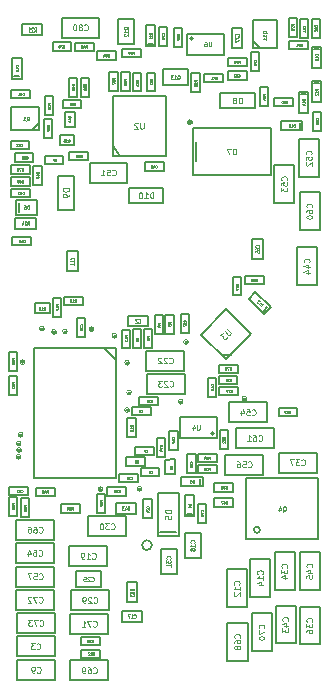
<source format=gbr>
G04 #@! TF.FileFunction,Other,Fab,Bot*
%FSLAX46Y46*%
G04 Gerber Fmt 4.6, Leading zero omitted, Abs format (unit mm)*
G04 Created by KiCad (PCBNEW 4.0.2-stable) date 1/2/2018 2:21:40 AM*
%MOMM*%
G01*
G04 APERTURE LIST*
%ADD10C,0.050000*%
%ADD11C,0.150000*%
%ADD12C,0.100000*%
%ADD13C,0.075000*%
%ADD14C,0.062500*%
%ADD15C,0.010000*%
G04 APERTURE END LIST*
D10*
D11*
X39396422Y-55722055D02*
X39396422Y-54022055D01*
X42596422Y-55722055D02*
X42596422Y-54022055D01*
X42596422Y-54022055D02*
X39396422Y-54022055D01*
X42596422Y-55722055D02*
X39396422Y-55722055D01*
X55599262Y-56020455D02*
X56199262Y-56620455D01*
X55599262Y-56620455D02*
X55599262Y-54220455D01*
X57599262Y-56620455D02*
X57599262Y-54220455D01*
X55599262Y-56620455D02*
X57599262Y-56620455D01*
X55599262Y-54220455D02*
X57599262Y-54220455D01*
X50524363Y-55774135D02*
G75*
G03X50524363Y-55774135I-141421J0D01*
G01*
X53132942Y-57174135D02*
X53132942Y-55374135D01*
X50032942Y-57174135D02*
X50032942Y-55374135D01*
X50032942Y-57174135D02*
X53132942Y-57174135D01*
X50032942Y-55374135D02*
X53132942Y-55374135D01*
X52767102Y-88900535D02*
X53467102Y-88900535D01*
X52767102Y-90500535D02*
X52767102Y-88900535D01*
X53467102Y-90500535D02*
X52767102Y-90500535D01*
X53467102Y-88900535D02*
X53467102Y-90500535D01*
X58658782Y-56669855D02*
X58658782Y-55969855D01*
X60258782Y-56669855D02*
X58658782Y-56669855D01*
X60258782Y-55969855D02*
X60258782Y-56669855D01*
X58658782Y-55969855D02*
X60258782Y-55969855D01*
X57414182Y-61511095D02*
X57414182Y-60811095D01*
X59014182Y-61511095D02*
X57414182Y-61511095D01*
X59014182Y-60811095D02*
X59014182Y-61511095D01*
X57414182Y-60811095D02*
X59014182Y-60811095D01*
X59314182Y-55677135D02*
X58614182Y-55677135D01*
X59314182Y-54077135D02*
X59314182Y-55677135D01*
X58614182Y-54077135D02*
X59314182Y-54077135D01*
X58614182Y-55677135D02*
X58614182Y-54077135D01*
X40228342Y-56107015D02*
X40228342Y-56807015D01*
X38628342Y-56107015D02*
X40228342Y-56107015D01*
X38628342Y-56807015D02*
X38628342Y-56107015D01*
X40228342Y-56807015D02*
X38628342Y-56807015D01*
X46097142Y-56681055D02*
X46097142Y-57381055D01*
X44497142Y-56681055D02*
X46097142Y-56681055D01*
X44497142Y-57381055D02*
X44497142Y-56681055D01*
X46097142Y-57381055D02*
X44497142Y-57381055D01*
X55095662Y-57448135D02*
X55095662Y-58148135D01*
X53495662Y-57448135D02*
X55095662Y-57448135D01*
X53495662Y-58148135D02*
X53495662Y-57448135D01*
X55095662Y-58148135D02*
X53495662Y-58148135D01*
X51482142Y-59486715D02*
X51482142Y-58786715D01*
X53082142Y-59486715D02*
X51482142Y-59486715D01*
X53082142Y-58786715D02*
X53082142Y-59486715D01*
X51482142Y-58786715D02*
X53082142Y-58786715D01*
X49585982Y-56472855D02*
X48885982Y-56472855D01*
X49585982Y-54872855D02*
X49585982Y-56472855D01*
X48885982Y-54872855D02*
X49585982Y-54872855D01*
X48885982Y-56472855D02*
X48885982Y-54872855D01*
X44145302Y-60244055D02*
X43445302Y-60244055D01*
X44145302Y-58644055D02*
X44145302Y-60244055D01*
X43445302Y-58644055D02*
X44145302Y-58644055D01*
X43445302Y-60244055D02*
X43445302Y-58644055D01*
X44451142Y-58644055D02*
X45151142Y-58644055D01*
X44451142Y-60244055D02*
X44451142Y-58644055D01*
X45151142Y-60244055D02*
X44451142Y-60244055D01*
X45151142Y-58644055D02*
X45151142Y-60244055D01*
X60078582Y-60475575D02*
X59678582Y-60475575D01*
X59478582Y-60275575D02*
X60278582Y-60275575D01*
X59478582Y-62075575D02*
X59478582Y-60275575D01*
X60278582Y-62075575D02*
X59478582Y-62075575D01*
X60278582Y-60275575D02*
X60278582Y-62075575D01*
X61186022Y-56670655D02*
X60786022Y-56670655D01*
X60586022Y-56470655D02*
X61386022Y-56470655D01*
X60586022Y-58270655D02*
X60586022Y-56470655D01*
X61386022Y-58270655D02*
X60586022Y-58270655D01*
X61386022Y-56470655D02*
X61386022Y-58270655D01*
X61175862Y-59591655D02*
X60775862Y-59591655D01*
X60575862Y-59391655D02*
X61375862Y-59391655D01*
X60575862Y-61191655D02*
X60575862Y-59391655D01*
X61375862Y-61191655D02*
X60575862Y-61191655D01*
X61375862Y-59391655D02*
X61375862Y-61191655D01*
X46734742Y-56228135D02*
X47134742Y-56228135D01*
X47334742Y-56428135D02*
X46534742Y-56428135D01*
X47334742Y-54628135D02*
X47334742Y-56428135D01*
X46534742Y-54628135D02*
X47334742Y-54628135D01*
X46534742Y-56428135D02*
X46534742Y-54628135D01*
X61259822Y-55736255D02*
X60559822Y-55736255D01*
X61259822Y-54136255D02*
X61259822Y-55736255D01*
X60559822Y-54136255D02*
X61259822Y-54136255D01*
X60559822Y-55736255D02*
X60559822Y-54136255D01*
X59584462Y-54104375D02*
X60284462Y-54104375D01*
X59584462Y-55704375D02*
X59584462Y-54104375D01*
X60284462Y-55704375D02*
X59584462Y-55704375D01*
X60284462Y-54104375D02*
X60284462Y-55704375D01*
X55423942Y-56964415D02*
X56123942Y-56964415D01*
X55423942Y-58564415D02*
X55423942Y-56964415D01*
X56123942Y-58564415D02*
X55423942Y-58564415D01*
X56123942Y-56964415D02*
X56123942Y-58564415D01*
X48361702Y-56437295D02*
X47661702Y-56437295D01*
X48361702Y-54837295D02*
X48361702Y-56437295D01*
X47661702Y-54837295D02*
X48361702Y-54837295D01*
X47661702Y-56437295D02*
X47661702Y-54837295D01*
X54684702Y-56561895D02*
X53784702Y-56561895D01*
X54684702Y-54861895D02*
X53784702Y-54861895D01*
X53784702Y-54861895D02*
X53784702Y-56561895D01*
X54684702Y-54861895D02*
X54684702Y-56561895D01*
X44885062Y-91945375D02*
X44885062Y-91245375D01*
X46485062Y-91945375D02*
X44885062Y-91945375D01*
X46485062Y-91245375D02*
X46485062Y-91945375D01*
X44885062Y-91245375D02*
X46485062Y-91245375D01*
X44007862Y-56874095D02*
X44007862Y-57574095D01*
X42407862Y-56874095D02*
X44007862Y-56874095D01*
X42407862Y-57574095D02*
X42407862Y-56874095D01*
X44007862Y-57574095D02*
X42407862Y-57574095D01*
X59367942Y-87044215D02*
X59367942Y-87744215D01*
X57767942Y-87044215D02*
X59367942Y-87044215D01*
X57767942Y-87744215D02*
X57767942Y-87044215D01*
X59367942Y-87744215D02*
X57767942Y-87744215D01*
X52530962Y-91890535D02*
X52530962Y-92590535D01*
X50930962Y-91890535D02*
X52530962Y-91890535D01*
X50930962Y-92590535D02*
X50930962Y-91890535D01*
X52530962Y-92590535D02*
X50930962Y-92590535D01*
X55492902Y-104445435D02*
X57192902Y-104445435D01*
X55492902Y-107645435D02*
X57192902Y-107645435D01*
X57192902Y-107645435D02*
X57192902Y-104445435D01*
X55492902Y-107645435D02*
X55492902Y-104445435D01*
X53440582Y-105247335D02*
X55140582Y-105247335D01*
X53440582Y-108447335D02*
X55140582Y-108447335D01*
X55140582Y-108447335D02*
X55140582Y-105247335D01*
X53440582Y-108447335D02*
X53440582Y-105247335D01*
X57076062Y-103037875D02*
X55376062Y-103037875D01*
X57076062Y-99837875D02*
X55376062Y-99837875D01*
X55376062Y-99837875D02*
X55376062Y-103037875D01*
X57076062Y-99837875D02*
X57076062Y-103037875D01*
X55099942Y-103939575D02*
X53399942Y-103939575D01*
X55099942Y-100739575D02*
X53399942Y-100739575D01*
X53399942Y-100739575D02*
X53399942Y-103939575D01*
X55099942Y-100739575D02*
X55099942Y-103939575D01*
X41212722Y-77636055D02*
X41212722Y-78336055D01*
X39612722Y-77636055D02*
X41212722Y-77636055D01*
X39612722Y-78336055D02*
X39612722Y-77636055D01*
X41212722Y-78336055D02*
X39612722Y-78336055D01*
X39372642Y-79393815D02*
X38672642Y-79393815D01*
X39372642Y-77793815D02*
X39372642Y-79393815D01*
X38672642Y-77793815D02*
X39372642Y-77793815D01*
X38672642Y-79393815D02*
X38672642Y-77793815D01*
X38418282Y-78175735D02*
X38418282Y-79025735D01*
X37168282Y-78175735D02*
X37168282Y-79025735D01*
X38418282Y-79025735D02*
X37168282Y-79025735D01*
X38418282Y-78175735D02*
X37168282Y-78175735D01*
X35614902Y-106151215D02*
X35614902Y-104451215D01*
X38814902Y-106151215D02*
X38814902Y-104451215D01*
X38814902Y-104451215D02*
X35614902Y-104451215D01*
X38814902Y-106151215D02*
X35614902Y-106151215D01*
X35567702Y-104170015D02*
X35567702Y-102470015D01*
X38767702Y-104170015D02*
X38767702Y-102470015D01*
X38767702Y-102470015D02*
X35567702Y-102470015D01*
X38767702Y-104170015D02*
X35567702Y-104170015D01*
X43350602Y-104514715D02*
X43350602Y-106214715D01*
X40150602Y-104514715D02*
X40150602Y-106214715D01*
X40150602Y-106214715D02*
X43350602Y-106214715D01*
X40150602Y-104514715D02*
X43350602Y-104514715D01*
X43348802Y-108439015D02*
X43348802Y-110139015D01*
X40148802Y-108439015D02*
X40148802Y-110139015D01*
X40148802Y-110139015D02*
X43348802Y-110139015D01*
X40148802Y-108439015D02*
X43348802Y-108439015D01*
X35564102Y-98251815D02*
X35564102Y-96551815D01*
X38764102Y-98251815D02*
X38764102Y-96551815D01*
X38764102Y-96551815D02*
X35564102Y-96551815D01*
X38764102Y-98251815D02*
X35564102Y-98251815D01*
X35540502Y-100207615D02*
X35540502Y-98507615D01*
X38740502Y-100207615D02*
X38740502Y-98507615D01*
X38740502Y-98507615D02*
X35540502Y-98507615D01*
X38740502Y-100207615D02*
X35540502Y-100207615D01*
X35565902Y-102188815D02*
X35565902Y-100488815D01*
X38765902Y-102188815D02*
X38765902Y-100488815D01*
X38765902Y-100488815D02*
X35565902Y-100488815D01*
X38765902Y-102188815D02*
X35565902Y-102188815D01*
X43390502Y-102495415D02*
X43390502Y-104195415D01*
X40190502Y-102495415D02*
X40190502Y-104195415D01*
X40190502Y-104195415D02*
X43390502Y-104195415D01*
X40190502Y-102495415D02*
X43390502Y-102495415D01*
X50039142Y-90998575D02*
X50739142Y-90998575D01*
X50039142Y-92598575D02*
X50039142Y-90998575D01*
X50739142Y-92598575D02*
X50039142Y-92598575D01*
X50739142Y-90998575D02*
X50739142Y-92598575D01*
X49215142Y-90632615D02*
X48515142Y-90632615D01*
X49215142Y-89032615D02*
X49215142Y-90632615D01*
X48515142Y-89032615D02*
X49215142Y-89032615D01*
X48515142Y-90632615D02*
X48515142Y-89032615D01*
X57512202Y-103805355D02*
X59212202Y-103805355D01*
X57512202Y-107005355D02*
X59212202Y-107005355D01*
X59212202Y-107005355D02*
X59212202Y-103805355D01*
X57512202Y-107005355D02*
X57512202Y-103805355D01*
X59130922Y-102499395D02*
X57430922Y-102499395D01*
X59130922Y-99299395D02*
X57430922Y-99299395D01*
X57430922Y-99299395D02*
X57430922Y-102499395D01*
X59130922Y-99299395D02*
X59130922Y-102499395D01*
X45990662Y-86814575D02*
X45990662Y-86114575D01*
X47590662Y-86814575D02*
X45990662Y-86814575D01*
X47590662Y-86114575D02*
X47590662Y-86814575D01*
X45990662Y-86114575D02*
X47590662Y-86114575D01*
X42656902Y-106475215D02*
X42656902Y-107175215D01*
X41056902Y-106475215D02*
X42656902Y-106475215D01*
X41056902Y-107175215D02*
X41056902Y-106475215D01*
X42656902Y-107175215D02*
X41056902Y-107175215D01*
X41056902Y-108216615D02*
X41056902Y-107516615D01*
X42656902Y-108216615D02*
X41056902Y-108216615D01*
X42656902Y-107516615D02*
X42656902Y-108216615D01*
X41056902Y-107516615D02*
X42656902Y-107516615D01*
X37955942Y-66420915D02*
X37955942Y-65720915D01*
X39555942Y-66420915D02*
X37955942Y-66420915D01*
X39555942Y-65720915D02*
X39555942Y-66420915D01*
X37955942Y-65720915D02*
X39555942Y-65720915D01*
X44974382Y-87909555D02*
X45674382Y-87909555D01*
X44974382Y-89509555D02*
X44974382Y-87909555D01*
X45674382Y-89509555D02*
X44974382Y-89509555D01*
X45674382Y-87909555D02*
X45674382Y-89509555D01*
X52324963Y-89238335D02*
G75*
G03X52324963Y-89238335I-141421J0D01*
G01*
X49433542Y-87838335D02*
X49433542Y-89638335D01*
X52533542Y-87838335D02*
X52533542Y-89638335D01*
X52533542Y-87838335D02*
X49433542Y-87838335D01*
X52533542Y-89638335D02*
X49433542Y-89638335D01*
X52537502Y-90935495D02*
X52537502Y-91635495D01*
X50937502Y-90935495D02*
X52537502Y-90935495D01*
X50937502Y-91635495D02*
X50937502Y-90935495D01*
X52537502Y-91635495D02*
X50937502Y-91635495D01*
X57350342Y-88779415D02*
X57350342Y-90479415D01*
X54150342Y-88779415D02*
X54150342Y-90479415D01*
X54150342Y-90479415D02*
X57350342Y-90479415D01*
X54150342Y-88779415D02*
X57350342Y-88779415D01*
X56462822Y-91014615D02*
X56462822Y-92714615D01*
X53262822Y-91014615D02*
X53262822Y-92714615D01*
X53262822Y-92714615D02*
X56462822Y-92714615D01*
X53262822Y-91014615D02*
X56462822Y-91014615D01*
X56787942Y-86595015D02*
X56787942Y-88295015D01*
X53587942Y-86595015D02*
X53587942Y-88295015D01*
X53587942Y-88295015D02*
X56787942Y-88295015D01*
X53587942Y-86595015D02*
X56787942Y-86595015D01*
X61251822Y-102493575D02*
X59551822Y-102493575D01*
X61251822Y-99293575D02*
X59551822Y-99293575D01*
X59551822Y-99293575D02*
X59551822Y-102493575D01*
X61251822Y-99293575D02*
X61251822Y-102493575D01*
X47453424Y-89603735D02*
X48153424Y-89603735D01*
X47453424Y-91203735D02*
X47453424Y-89603735D01*
X48153424Y-91203735D02*
X47453424Y-91203735D01*
X48153424Y-89603735D02*
X48153424Y-91203735D01*
X35636302Y-83960415D02*
X34936302Y-83960415D01*
X35636302Y-82360415D02*
X35636302Y-83960415D01*
X34936302Y-82360415D02*
X35636302Y-82360415D01*
X34936302Y-83960415D02*
X34936302Y-82360415D01*
X35623602Y-85992415D02*
X34923602Y-85992415D01*
X35623602Y-84392415D02*
X35623602Y-85992415D01*
X34923602Y-84392415D02*
X35623602Y-84392415D01*
X34923602Y-85992415D02*
X34923602Y-84392415D01*
X38840362Y-93805695D02*
X38840362Y-94505695D01*
X37240362Y-93805695D02*
X38840362Y-93805695D01*
X37240362Y-94505695D02*
X37240362Y-93805695D01*
X38840362Y-94505695D02*
X37240362Y-94505695D01*
X52299702Y-95415015D02*
X52299702Y-94715015D01*
X53899702Y-95415015D02*
X52299702Y-95415015D01*
X53899702Y-94715015D02*
X53899702Y-95415015D01*
X52299702Y-94715015D02*
X53899702Y-94715015D01*
X35661702Y-96228615D02*
X34961702Y-96228615D01*
X35661702Y-94628615D02*
X35661702Y-96228615D01*
X34961702Y-94628615D02*
X35661702Y-94628615D01*
X34961702Y-96228615D02*
X34961702Y-94628615D01*
X52299702Y-94145015D02*
X52299702Y-93445015D01*
X53899702Y-94145015D02*
X52299702Y-94145015D01*
X53899702Y-93445015D02*
X53899702Y-94145015D01*
X52299702Y-93445015D02*
X53899702Y-93445015D01*
X52741282Y-85973835D02*
X52741282Y-85273835D01*
X54341282Y-85973835D02*
X52741282Y-85973835D01*
X54341282Y-85273835D02*
X54341282Y-85973835D01*
X52741282Y-85273835D02*
X54341282Y-85273835D01*
X52682862Y-85031495D02*
X52682862Y-84331495D01*
X54282862Y-85031495D02*
X52682862Y-85031495D01*
X54282862Y-84331495D02*
X54282862Y-85031495D01*
X52682862Y-84331495D02*
X54282862Y-84331495D01*
X35977702Y-94696815D02*
X36677702Y-94696815D01*
X35977702Y-96296815D02*
X35977702Y-94696815D01*
X36677702Y-96296815D02*
X35977702Y-96296815D01*
X36677702Y-94696815D02*
X36677702Y-96296815D01*
X40929702Y-95223015D02*
X40929702Y-95923015D01*
X39329702Y-95223015D02*
X40929702Y-95223015D01*
X39329702Y-95923015D02*
X39329702Y-95223015D01*
X40929702Y-95923015D02*
X39329702Y-95923015D01*
X43070882Y-95977475D02*
X42370882Y-95977475D01*
X43070882Y-94377475D02*
X43070882Y-95977475D01*
X42370882Y-94377475D02*
X43070882Y-94377475D01*
X42370882Y-95977475D02*
X42370882Y-94377475D01*
X43262002Y-94480295D02*
X43262002Y-93780295D01*
X44862002Y-94480295D02*
X43262002Y-94480295D01*
X44862002Y-93780295D02*
X44862002Y-94480295D01*
X43262002Y-93780295D02*
X44862002Y-93780295D01*
X45201942Y-82022259D02*
X44501942Y-82022259D01*
X45201942Y-80422259D02*
X45201942Y-82022259D01*
X44501942Y-80422259D02*
X45201942Y-80422259D01*
X44501942Y-82022259D02*
X44501942Y-80422259D01*
X45456982Y-80414259D02*
X46156982Y-80414259D01*
X45456982Y-82014259D02*
X45456982Y-80414259D01*
X46156982Y-82014259D02*
X45456982Y-82014259D01*
X46156982Y-80414259D02*
X46156982Y-82014259D01*
X47091702Y-82001939D02*
X46391702Y-82001939D01*
X47091702Y-80401939D02*
X47091702Y-82001939D01*
X46391702Y-80401939D02*
X47091702Y-80401939D01*
X46391702Y-82001939D02*
X46391702Y-80401939D01*
X47285782Y-79203059D02*
X47985782Y-79203059D01*
X47285782Y-80803059D02*
X47285782Y-79203059D01*
X47985782Y-80803059D02*
X47285782Y-80803059D01*
X47985782Y-79203059D02*
X47985782Y-80803059D01*
X48879862Y-80803059D02*
X48179862Y-80803059D01*
X48879862Y-79203059D02*
X48879862Y-80803059D01*
X48179862Y-79203059D02*
X48879862Y-79203059D01*
X48179862Y-80803059D02*
X48179862Y-79203059D01*
X41412262Y-81082595D02*
X40712262Y-81082595D01*
X41412262Y-79482595D02*
X41412262Y-81082595D01*
X40712262Y-79482595D02*
X41412262Y-79482595D01*
X40712262Y-81082595D02*
X40712262Y-79482595D01*
X52501902Y-86134655D02*
X51801902Y-86134655D01*
X52501902Y-84534655D02*
X52501902Y-86134655D01*
X51801902Y-84534655D02*
X52501902Y-84534655D01*
X51801902Y-86134655D02*
X51801902Y-84534655D01*
X34986682Y-94457435D02*
X34986682Y-93757435D01*
X36586682Y-94457435D02*
X34986682Y-94457435D01*
X36586682Y-93757435D02*
X36586682Y-94457435D01*
X34986682Y-93757435D02*
X36586682Y-93757435D01*
X45652142Y-91066535D02*
X45652142Y-90366535D01*
X47252142Y-91066535D02*
X45652142Y-91066535D01*
X47252142Y-90366535D02*
X47252142Y-91066535D01*
X45652142Y-90366535D02*
X47252142Y-90366535D01*
X35783623Y-69686655D02*
X35783623Y-70486655D01*
X35533623Y-70716655D02*
X37333623Y-70716655D01*
X35533623Y-69456655D02*
X37333623Y-69456655D01*
X35533623Y-69456655D02*
X35533623Y-70716655D01*
X37333623Y-69456655D02*
X37333623Y-70716655D01*
X52954636Y-82562164D02*
X53732411Y-82554019D01*
X53347596Y-82946979D02*
X51204178Y-80847989D01*
X55446586Y-80803561D02*
X53303168Y-78704571D01*
X53347596Y-82946979D02*
X55446586Y-80803561D01*
X51204178Y-80847989D02*
X53303168Y-78704571D01*
X43759782Y-64899015D02*
X44359782Y-65699015D01*
X48209782Y-65749015D02*
X48209782Y-60649015D01*
X43709782Y-65749015D02*
X43709782Y-60649015D01*
X43709782Y-65749015D02*
X48209782Y-65749015D01*
X43709782Y-60649015D02*
X48209782Y-60649015D01*
X36729302Y-66536256D02*
X36729302Y-67236256D01*
X35129302Y-66536256D02*
X36729302Y-66536256D01*
X35129302Y-67236256D02*
X35129302Y-66536256D01*
X36729302Y-67236256D02*
X35129302Y-67236256D01*
X45462062Y-58669455D02*
X46162062Y-58669455D01*
X45462062Y-60269455D02*
X45462062Y-58669455D01*
X46162062Y-60269455D02*
X45462062Y-60269455D01*
X46162062Y-58669455D02*
X46162062Y-60269455D01*
X47315222Y-60269455D02*
X46615222Y-60269455D01*
X47315222Y-58669455D02*
X47315222Y-60269455D01*
X46615222Y-58669455D02*
X47315222Y-58669455D01*
X46615222Y-60269455D02*
X46615222Y-58669455D01*
X36754702Y-67542096D02*
X36754702Y-68242096D01*
X35154702Y-67542096D02*
X36754702Y-67542096D01*
X35154702Y-68242096D02*
X35154702Y-67542096D01*
X36754702Y-68242096D02*
X35154702Y-68242096D01*
X37708940Y-68181935D02*
X37008940Y-68181935D01*
X37708940Y-66581935D02*
X37708940Y-68181935D01*
X37008940Y-66581935D02*
X37708940Y-66581935D01*
X37008940Y-68181935D02*
X37008940Y-66581935D01*
X40731542Y-60712115D02*
X40031542Y-60712115D01*
X40731542Y-59112115D02*
X40731542Y-60712115D01*
X40031542Y-59112115D02*
X40731542Y-59112115D01*
X40031542Y-60712115D02*
X40031542Y-59112115D01*
X42134742Y-56132415D02*
X42134742Y-56832415D01*
X40534742Y-56132415D02*
X42134742Y-56132415D01*
X40534742Y-56832415D02*
X40534742Y-56132415D01*
X42134742Y-56832415D02*
X40534742Y-56832415D01*
X37974142Y-60674215D02*
X38674142Y-60674215D01*
X37974142Y-62274215D02*
X37974142Y-60674215D01*
X38674142Y-62274215D02*
X37974142Y-62274215D01*
X38674142Y-60674215D02*
X38674142Y-62274215D01*
X41709442Y-60710715D02*
X41009442Y-60710715D01*
X41709442Y-59110715D02*
X41709442Y-60710715D01*
X41009442Y-59110715D02*
X41709442Y-59110715D01*
X41009442Y-60710715D02*
X41009442Y-59110715D01*
X48162217Y-91433570D02*
X49012134Y-91421702D01*
X48179670Y-92683448D02*
X49029587Y-92671580D01*
X49012134Y-91421702D02*
X49029587Y-92671580D01*
X48162217Y-91433570D02*
X48179670Y-92683448D01*
X36897462Y-63570616D02*
X37497462Y-62970616D01*
X37497462Y-63570616D02*
X35097462Y-63570616D01*
X37497462Y-61570616D02*
X35097462Y-61570616D01*
X37497462Y-63570616D02*
X37497462Y-61570616D01*
X35097462Y-63570616D02*
X35097462Y-61570616D01*
X47037173Y-98681975D02*
G75*
G03X47037173Y-98681975I-412311J0D01*
G01*
X50790202Y-64522415D02*
X50790202Y-66172415D01*
X50490202Y-67352415D02*
X50490202Y-63392415D01*
X57090202Y-67352415D02*
X50490202Y-67352415D01*
X57090202Y-63392415D02*
X57090202Y-67352415D01*
X50490202Y-63392415D02*
X57090202Y-63392415D01*
X47766362Y-97531015D02*
X49066362Y-97531015D01*
X47566362Y-97931015D02*
X49366362Y-97931015D01*
X47566362Y-94231015D02*
X49366362Y-94231015D01*
X47566362Y-97931015D02*
X47566362Y-94231015D01*
X49366362Y-97931015D02*
X49366362Y-94231015D01*
X50044362Y-96019015D02*
X50444362Y-96019015D01*
X50644362Y-96219015D02*
X49844362Y-96219015D01*
X50644362Y-94419015D02*
X50644362Y-96219015D01*
X49844362Y-94419015D02*
X50644362Y-94419015D01*
X49844362Y-96219015D02*
X49844362Y-94419015D01*
X51129023Y-93507335D02*
X51129023Y-93107335D01*
X51329023Y-92907335D02*
X51329023Y-93707335D01*
X49529023Y-92907335D02*
X51329023Y-92907335D01*
X49529023Y-93707335D02*
X49529023Y-92907335D01*
X51329023Y-93707335D02*
X49529023Y-93707335D01*
X50175262Y-80749855D02*
X49475262Y-80749855D01*
X50175262Y-79149855D02*
X50175262Y-80749855D01*
X49475262Y-79149855D02*
X50175262Y-79149855D01*
X49475262Y-80749855D02*
X49475262Y-79149855D01*
X36678502Y-64453457D02*
X36678502Y-65153457D01*
X35078502Y-64453457D02*
X36678502Y-64453457D01*
X35078502Y-65153457D02*
X35078502Y-64453457D01*
X36678502Y-65153457D02*
X35078502Y-65153457D01*
X59546742Y-68803415D02*
X61246742Y-68803415D01*
X59546742Y-72003415D02*
X61246742Y-72003415D01*
X61246742Y-72003415D02*
X61246742Y-68803415D01*
X59546742Y-72003415D02*
X59546742Y-68803415D01*
X57413142Y-66490215D02*
X59113142Y-66490215D01*
X57413142Y-69690215D02*
X59113142Y-69690215D01*
X59113142Y-69690215D02*
X59113142Y-66490215D01*
X57413142Y-69690215D02*
X57413142Y-66490215D01*
X59495942Y-64305815D02*
X61195942Y-64305815D01*
X59495942Y-67505815D02*
X61195942Y-67505815D01*
X61195942Y-67505815D02*
X61195942Y-64305815D01*
X59495942Y-67505815D02*
X59495942Y-64305815D01*
X44966042Y-66300415D02*
X44966042Y-68000415D01*
X41766042Y-66300415D02*
X41766042Y-68000415D01*
X41766042Y-68000415D02*
X44966042Y-68000415D01*
X41766042Y-66300415D02*
X44966042Y-66300415D01*
X48062402Y-66279715D02*
X48062402Y-66979715D01*
X46462402Y-66279715D02*
X48062402Y-66279715D01*
X46462402Y-66979715D02*
X46462402Y-66279715D01*
X48062402Y-66979715D02*
X46462402Y-66979715D01*
X35186642Y-73304315D02*
X35186642Y-72604315D01*
X36786642Y-73304315D02*
X35186642Y-73304315D01*
X36786642Y-72604315D02*
X36786642Y-73304315D01*
X35186642Y-72604315D02*
X36786642Y-72604315D01*
X61018142Y-76649815D02*
X59318142Y-76649815D01*
X61018142Y-73449815D02*
X59318142Y-73449815D01*
X59318142Y-73449815D02*
X59318142Y-76649815D01*
X61018142Y-73449815D02*
X61018142Y-76649815D01*
X35135842Y-60832915D02*
X35135842Y-60132915D01*
X36735842Y-60832915D02*
X35135842Y-60832915D01*
X36735842Y-60132915D02*
X36735842Y-60832915D01*
X35135842Y-60132915D02*
X36735842Y-60132915D01*
X35138702Y-69227613D02*
X35138702Y-68527613D01*
X36738702Y-69227613D02*
X35138702Y-69227613D01*
X36738702Y-68527613D02*
X36738702Y-69227613D01*
X35138702Y-68527613D02*
X36738702Y-68527613D01*
X57782542Y-92536815D02*
X57782542Y-90836815D01*
X60982542Y-92536815D02*
X60982542Y-90836815D01*
X60982542Y-90836815D02*
X57782542Y-90836815D01*
X60982542Y-92536815D02*
X57782542Y-92536815D01*
X49141362Y-101111015D02*
X47791362Y-101111015D01*
X49141362Y-99011015D02*
X47791362Y-99011015D01*
X49141362Y-99011015D02*
X49141362Y-101111015D01*
X47791362Y-99011015D02*
X47791362Y-101111015D01*
X44863702Y-96247015D02*
X44863702Y-97947015D01*
X41663702Y-96247015D02*
X41663702Y-97947015D01*
X41663702Y-97947015D02*
X44863702Y-97947015D01*
X41663702Y-96247015D02*
X44863702Y-96247015D01*
X42737102Y-100892415D02*
X42737102Y-102242415D01*
X40637102Y-100892415D02*
X40637102Y-102242415D01*
X40637102Y-100892415D02*
X42737102Y-100892415D01*
X40637102Y-102242415D02*
X42737102Y-102242415D01*
X49814902Y-84189635D02*
X49814902Y-85889635D01*
X46614902Y-84189635D02*
X46614902Y-85889635D01*
X46614902Y-85889635D02*
X49814902Y-85889635D01*
X46614902Y-84189635D02*
X49814902Y-84189635D01*
X46584422Y-83918595D02*
X46584422Y-82218595D01*
X49784422Y-83918595D02*
X49784422Y-82218595D01*
X49784422Y-82218595D02*
X46584422Y-82218595D01*
X49784422Y-83918595D02*
X46584422Y-83918595D01*
X43261702Y-98761615D02*
X43261702Y-100461615D01*
X40061702Y-98761615D02*
X40061702Y-100461615D01*
X40061702Y-100461615D02*
X43261702Y-100461615D01*
X40061702Y-98761615D02*
X43261702Y-98761615D01*
X51173362Y-99755015D02*
X49823362Y-99755015D01*
X51173362Y-97655015D02*
X49823362Y-97655015D01*
X51173362Y-97655015D02*
X51173362Y-99755015D01*
X49823362Y-97655015D02*
X49823362Y-99755015D01*
X35642102Y-110113615D02*
X35642102Y-108413615D01*
X38842102Y-110113615D02*
X38842102Y-108413615D01*
X38842102Y-108413615D02*
X35642102Y-108413615D01*
X38842102Y-110113615D02*
X35642102Y-110113615D01*
X35614902Y-108107015D02*
X35614902Y-106407015D01*
X38814902Y-108107015D02*
X38814902Y-106407015D01*
X38814902Y-106407015D02*
X35614902Y-106407015D01*
X38814902Y-108107015D02*
X35614902Y-108107015D01*
X44020302Y-82995815D02*
X43020302Y-81995815D01*
X37020302Y-81995815D02*
X44020302Y-81995815D01*
X37020302Y-92995815D02*
X37020302Y-81995815D01*
X44020302Y-92995815D02*
X37020302Y-92995815D01*
X44020302Y-81995815D02*
X44020302Y-92995815D01*
X56183942Y-97378095D02*
G75*
G03X56183942Y-97378095I-250000J0D01*
G01*
X54983942Y-98128095D02*
X61083942Y-98128095D01*
X61083942Y-93028095D02*
X61083942Y-98128095D01*
X54983942Y-93028095D02*
X54983942Y-98128095D01*
X54983942Y-93028095D02*
X61083942Y-93028095D01*
X44297942Y-93349995D02*
X44297942Y-92649995D01*
X45897942Y-93349995D02*
X44297942Y-93349995D01*
X45897942Y-92649995D02*
X45897942Y-93349995D01*
X44297942Y-92649995D02*
X45897942Y-92649995D01*
X46330742Y-94778095D02*
X47030742Y-94778095D01*
X46330742Y-96378095D02*
X46330742Y-94778095D01*
X47030742Y-96378095D02*
X46330742Y-96378095D01*
X47030742Y-94778095D02*
X47030742Y-96378095D01*
X46078862Y-92821675D02*
X46078862Y-92121675D01*
X47678862Y-92821675D02*
X46078862Y-92821675D01*
X47678862Y-92121675D02*
X47678862Y-92821675D01*
X46078862Y-92121675D02*
X47678862Y-92121675D01*
X46927402Y-86998495D02*
X46927402Y-87698495D01*
X45327402Y-86998495D02*
X46927402Y-86998495D01*
X45327402Y-87698495D02*
X45327402Y-86998495D01*
X46927402Y-87698495D02*
X45327402Y-87698495D01*
D10*
X45149122Y-83241315D02*
G75*
G03X45149122Y-83241315I-203200J0D01*
G01*
X36284522Y-83198135D02*
G75*
G03X36284522Y-83198135I-203200J0D01*
G01*
D11*
X59551822Y-103879015D02*
X61251822Y-103879015D01*
X59551822Y-107079015D02*
X61251822Y-107079015D01*
X61251822Y-107079015D02*
X61251822Y-103879015D01*
X59551822Y-107079015D02*
X59551822Y-103879015D01*
D10*
X44079782Y-80942615D02*
G75*
G03X44079782Y-80942615I-203200J0D01*
G01*
X39888782Y-80587015D02*
G75*
G03X39888782Y-80587015I-203200J0D01*
G01*
X45314222Y-85740675D02*
G75*
G03X45314222Y-85740675I-203200J0D01*
G01*
X50132602Y-81473475D02*
G75*
G03X50132602Y-81473475I-203200J0D01*
G01*
X46190522Y-93906775D02*
G75*
G03X46190522Y-93906775I-203200J0D01*
G01*
X42123982Y-80393975D02*
G75*
G03X42123982Y-80393975I-203200J0D01*
G01*
X42893602Y-93949955D02*
G75*
G03X42893602Y-93949955I-203200J0D01*
G01*
X38946442Y-80622575D02*
G75*
G03X38946442Y-80622575I-203200J0D01*
G01*
X45138962Y-87229115D02*
G75*
G03X45138962Y-87229115I-203200J0D01*
G01*
X35979722Y-90620015D02*
G75*
G03X35979722Y-90620015I-203200J0D01*
G01*
X35954322Y-91201675D02*
G75*
G03X35954322Y-91201675I-203200J0D01*
G01*
X36127042Y-89327155D02*
G75*
G03X36127042Y-89327155I-203200J0D01*
G01*
X35961942Y-90068835D02*
G75*
G03X35961942Y-90068835I-203200J0D01*
G01*
X37917742Y-80340635D02*
G75*
G03X37917742Y-80340635I-203200J0D01*
G01*
X49677942Y-86530615D02*
G75*
G03X49677942Y-86530615I-203200J0D01*
G01*
X55085602Y-86268995D02*
G75*
G03X55085602Y-86268995I-203200J0D01*
G01*
X50447562Y-62873055D02*
G75*
G03X50447562Y-62873055I-203200J0D01*
G01*
D11*
X35416642Y-66217715D02*
X35416642Y-65517715D01*
X37016642Y-66217715D02*
X35416642Y-66217715D01*
X37016642Y-65517715D02*
X37016642Y-66217715D01*
X35416642Y-65517715D02*
X37016642Y-65517715D01*
X45804862Y-103520615D02*
X44904862Y-103520615D01*
X45804862Y-101820615D02*
X44904862Y-101820615D01*
X44904862Y-101820615D02*
X44904862Y-103520615D01*
X45804862Y-101820615D02*
X45804862Y-103520615D01*
X43986702Y-96023015D02*
X43986702Y-95123015D01*
X45686702Y-96023015D02*
X45686702Y-95123015D01*
X45686702Y-95123015D02*
X43986702Y-95123015D01*
X45686702Y-96023015D02*
X43986702Y-96023015D01*
X56427142Y-74439415D02*
X55527142Y-74439415D01*
X56427142Y-72739415D02*
X55527142Y-72739415D01*
X55527142Y-72739415D02*
X55527142Y-74439415D01*
X56427142Y-72739415D02*
X56427142Y-74439415D01*
X46207402Y-104277175D02*
X46207402Y-105177175D01*
X44507402Y-104277175D02*
X44507402Y-105177175D01*
X44507402Y-105177175D02*
X46207402Y-105177175D01*
X44507402Y-104277175D02*
X46207402Y-104277175D01*
X44996782Y-80148259D02*
X44996782Y-79248259D01*
X46696782Y-80148259D02*
X46696782Y-79248259D01*
X46696782Y-79248259D02*
X44996782Y-79248259D01*
X46696782Y-80148259D02*
X44996782Y-80148259D01*
X40780742Y-75493415D02*
X39880742Y-75493415D01*
X40780742Y-73793415D02*
X39880742Y-73793415D01*
X39880742Y-73793415D02*
X39880742Y-75493415D01*
X40780742Y-73793415D02*
X40780742Y-75493415D01*
X37193784Y-70993015D02*
X37193784Y-71893015D01*
X35493784Y-70993015D02*
X35493784Y-71893015D01*
X35493784Y-71893015D02*
X37193784Y-71893015D01*
X35493784Y-70993015D02*
X37193784Y-70993015D01*
X54339442Y-83386615D02*
X54339442Y-84086615D01*
X52739442Y-83386615D02*
X54339442Y-83386615D01*
X52739442Y-84086615D02*
X52739442Y-83386615D01*
X54339442Y-84086615D02*
X52739442Y-84086615D01*
X51628142Y-96804815D02*
X50928142Y-96804815D01*
X51628142Y-95204815D02*
X51628142Y-96804815D01*
X50928142Y-95204815D02*
X51628142Y-95204815D01*
X50928142Y-96804815D02*
X50928142Y-95204815D01*
X55748242Y-60407715D02*
X52848242Y-60407715D01*
X52848242Y-60407715D02*
X52848242Y-61707715D01*
X55748242Y-61707715D02*
X52848242Y-61707715D01*
X55748242Y-60407715D02*
X55748242Y-61707715D01*
X40434642Y-70289515D02*
X40434642Y-67389515D01*
X40434642Y-67389515D02*
X39134642Y-67389515D01*
X39134642Y-70289515D02*
X39134642Y-67389515D01*
X40434642Y-70289515D02*
X39134642Y-70289515D01*
X48018942Y-68434115D02*
X45118942Y-68434115D01*
X45118942Y-68434115D02*
X45118942Y-69734115D01*
X48018942Y-69734115D02*
X45118942Y-69734115D01*
X48018942Y-68434115D02*
X48018942Y-69734115D01*
X36061902Y-55484615D02*
X36061902Y-54584615D01*
X37761902Y-55484615D02*
X37761902Y-54584615D01*
X37761902Y-54584615D02*
X36061902Y-54584615D01*
X37761902Y-55484615D02*
X36061902Y-55484615D01*
X44188702Y-56226855D02*
X45538702Y-56226855D01*
X44188702Y-56226855D02*
X44188702Y-54126855D01*
X45538702Y-56226855D02*
X45538702Y-54126855D01*
X44188702Y-54126855D02*
X45538702Y-54126855D01*
X59592302Y-63372775D02*
X59592302Y-62972775D01*
X59792302Y-62772775D02*
X59792302Y-63572775D01*
X57992302Y-62772775D02*
X59792302Y-62772775D01*
X57992302Y-63572775D02*
X57992302Y-62772775D01*
X59792302Y-63572775D02*
X57992302Y-63572775D01*
X35406342Y-58995975D02*
X35806342Y-58995975D01*
X36006342Y-59195975D02*
X35206342Y-59195975D01*
X36006342Y-57395975D02*
X36006342Y-59195975D01*
X35206342Y-57395975D02*
X36006342Y-57395975D01*
X35206342Y-59195975D02*
X35206342Y-57395975D01*
X55076042Y-58570815D02*
X55076042Y-59270815D01*
X53476042Y-58570815D02*
X55076042Y-58570815D01*
X53476042Y-59270815D02*
X53476042Y-58570815D01*
X55076042Y-59270815D02*
X53476042Y-59270815D01*
X61394442Y-63620415D02*
X60694442Y-63620415D01*
X61394442Y-62020415D02*
X61394442Y-63620415D01*
X60694442Y-62020415D02*
X61394442Y-62020415D01*
X60694442Y-63620415D02*
X60694442Y-62020415D01*
X50065242Y-59749815D02*
X50065242Y-58399815D01*
X50065242Y-59749815D02*
X47965242Y-59749815D01*
X50065242Y-58399815D02*
X47965242Y-58399815D01*
X47965242Y-59749815D02*
X47965242Y-58399815D01*
X50394742Y-58717015D02*
X51094742Y-58717015D01*
X50394742Y-60317015D02*
X50394742Y-58717015D01*
X51094742Y-60317015D02*
X50394742Y-60317015D01*
X51094742Y-58717015D02*
X51094742Y-60317015D01*
X56185942Y-59898115D02*
X56885942Y-59898115D01*
X56185942Y-61498115D02*
X56185942Y-59898115D01*
X56885942Y-61498115D02*
X56185942Y-61498115D01*
X56885942Y-59898115D02*
X56885942Y-61498115D01*
X40026742Y-66078015D02*
X40026742Y-65378015D01*
X41626742Y-66078015D02*
X40026742Y-66078015D01*
X41626742Y-65378015D02*
X41626742Y-66078015D01*
X40026742Y-65378015D02*
X41626742Y-65378015D01*
X39479942Y-61709215D02*
X39479942Y-61009215D01*
X41079942Y-61709215D02*
X39479942Y-61709215D01*
X41079942Y-61009215D02*
X41079942Y-61709215D01*
X39479942Y-61009215D02*
X41079942Y-61009215D01*
X56521195Y-78835811D02*
X56804038Y-78552968D01*
X57086881Y-78552968D02*
X56521195Y-79118654D01*
X55814089Y-77280176D02*
X57086881Y-78552968D01*
X55248403Y-77845862D02*
X55814089Y-77280176D01*
X56521195Y-79118654D02*
X55248403Y-77845862D01*
X53912642Y-75938915D02*
X54612642Y-75938915D01*
X53912642Y-77538915D02*
X53912642Y-75938915D01*
X54612642Y-77538915D02*
X53912642Y-77538915D01*
X54612642Y-75938915D02*
X54612642Y-77538915D01*
X56561942Y-75893615D02*
X56561942Y-76593615D01*
X54961942Y-75893615D02*
X56561942Y-75893615D01*
X54961942Y-76593615D02*
X54961942Y-75893615D01*
X56561942Y-76593615D02*
X54961942Y-76593615D01*
X38585242Y-64177815D02*
X37885242Y-64177815D01*
X38585242Y-62577815D02*
X38585242Y-64177815D01*
X37885242Y-62577815D02*
X38585242Y-62577815D01*
X37885242Y-64177815D02*
X37885242Y-62577815D01*
X40532642Y-63260615D02*
X39682642Y-63260615D01*
X40532642Y-62010615D02*
X39682642Y-62010615D01*
X39682642Y-63260615D02*
X39682642Y-62010615D01*
X40532642Y-63260615D02*
X40532642Y-62010615D01*
X40485842Y-63962315D02*
X40485842Y-64812315D01*
X39235842Y-63962315D02*
X39235842Y-64812315D01*
X40485842Y-64812315D02*
X39235842Y-64812315D01*
X40485842Y-63962315D02*
X39235842Y-63962315D01*
D12*
X41317850Y-55050626D02*
X41341660Y-55074436D01*
X41413088Y-55098245D01*
X41460707Y-55098245D01*
X41532136Y-55074436D01*
X41579755Y-55026817D01*
X41603564Y-54979198D01*
X41627374Y-54883960D01*
X41627374Y-54812531D01*
X41603564Y-54717293D01*
X41579755Y-54669674D01*
X41532136Y-54622055D01*
X41460707Y-54598245D01*
X41413088Y-54598245D01*
X41341660Y-54622055D01*
X41317850Y-54645865D01*
X41032136Y-54812531D02*
X41079755Y-54788722D01*
X41103564Y-54764912D01*
X41127374Y-54717293D01*
X41127374Y-54693484D01*
X41103564Y-54645865D01*
X41079755Y-54622055D01*
X41032136Y-54598245D01*
X40936898Y-54598245D01*
X40889279Y-54622055D01*
X40865469Y-54645865D01*
X40841660Y-54693484D01*
X40841660Y-54717293D01*
X40865469Y-54764912D01*
X40889279Y-54788722D01*
X40936898Y-54812531D01*
X41032136Y-54812531D01*
X41079755Y-54836341D01*
X41103564Y-54860150D01*
X41127374Y-54907769D01*
X41127374Y-55003007D01*
X41103564Y-55050626D01*
X41079755Y-55074436D01*
X41032136Y-55098245D01*
X40936898Y-55098245D01*
X40889279Y-55074436D01*
X40865469Y-55050626D01*
X40841660Y-55003007D01*
X40841660Y-54907769D01*
X40865469Y-54860150D01*
X40889279Y-54836341D01*
X40936898Y-54812531D01*
X40532136Y-54598245D02*
X40484517Y-54598245D01*
X40436898Y-54622055D01*
X40413089Y-54645865D01*
X40389279Y-54693484D01*
X40365470Y-54788722D01*
X40365470Y-54907769D01*
X40389279Y-55003007D01*
X40413089Y-55050626D01*
X40436898Y-55074436D01*
X40484517Y-55098245D01*
X40532136Y-55098245D01*
X40579755Y-55074436D01*
X40603565Y-55050626D01*
X40627374Y-55003007D01*
X40651184Y-54907769D01*
X40651184Y-54788722D01*
X40627374Y-54693484D01*
X40603565Y-54645865D01*
X40579755Y-54622055D01*
X40532136Y-54598245D01*
D13*
X56763548Y-55349027D02*
X56749262Y-55320455D01*
X56720691Y-55291884D01*
X56677833Y-55249027D01*
X56663548Y-55220455D01*
X56663548Y-55191884D01*
X56734976Y-55206169D02*
X56720691Y-55177598D01*
X56692119Y-55149027D01*
X56634976Y-55134741D01*
X56534976Y-55134741D01*
X56477833Y-55149027D01*
X56449262Y-55177598D01*
X56434976Y-55206169D01*
X56434976Y-55263312D01*
X56449262Y-55291884D01*
X56477833Y-55320455D01*
X56534976Y-55334741D01*
X56634976Y-55334741D01*
X56692119Y-55320455D01*
X56720691Y-55291884D01*
X56734976Y-55263312D01*
X56734976Y-55206169D01*
X56734976Y-55620455D02*
X56734976Y-55449027D01*
X56734976Y-55534741D02*
X56434976Y-55534741D01*
X56477833Y-55506170D01*
X56506405Y-55477598D01*
X56520691Y-55449027D01*
X56734976Y-55906169D02*
X56734976Y-55734741D01*
X56734976Y-55820455D02*
X56434976Y-55820455D01*
X56477833Y-55791884D01*
X56506405Y-55763312D01*
X56520691Y-55734741D01*
D12*
X52087704Y-56055087D02*
X52087704Y-56378897D01*
X52068656Y-56416992D01*
X52049609Y-56436040D01*
X52011513Y-56455087D01*
X51935323Y-56455087D01*
X51897228Y-56436040D01*
X51878180Y-56416992D01*
X51859132Y-56378897D01*
X51859132Y-56055087D01*
X51497227Y-56055087D02*
X51573418Y-56055087D01*
X51611513Y-56074135D01*
X51630561Y-56093183D01*
X51668656Y-56150325D01*
X51687704Y-56226516D01*
X51687704Y-56378897D01*
X51668656Y-56416992D01*
X51649608Y-56436040D01*
X51611513Y-56455087D01*
X51535323Y-56455087D01*
X51497227Y-56436040D01*
X51478180Y-56416992D01*
X51459132Y-56378897D01*
X51459132Y-56283659D01*
X51478180Y-56245564D01*
X51497227Y-56226516D01*
X51535323Y-56207468D01*
X51611513Y-56207468D01*
X51649608Y-56226516D01*
X51668656Y-56245564D01*
X51687704Y-56283659D01*
D10*
X53207578Y-89621964D02*
X53112340Y-89555297D01*
X53207578Y-89507678D02*
X53007578Y-89507678D01*
X53007578Y-89583869D01*
X53017102Y-89602916D01*
X53026626Y-89612440D01*
X53045673Y-89621964D01*
X53074245Y-89621964D01*
X53093292Y-89612440D01*
X53102816Y-89602916D01*
X53112340Y-89583869D01*
X53112340Y-89507678D01*
X53093292Y-89736249D02*
X53083769Y-89717202D01*
X53074245Y-89707678D01*
X53055197Y-89698154D01*
X53045673Y-89698154D01*
X53026626Y-89707678D01*
X53017102Y-89717202D01*
X53007578Y-89736249D01*
X53007578Y-89774345D01*
X53017102Y-89793392D01*
X53026626Y-89802916D01*
X53045673Y-89812440D01*
X53055197Y-89812440D01*
X53074245Y-89802916D01*
X53083769Y-89793392D01*
X53093292Y-89774345D01*
X53093292Y-89736249D01*
X53102816Y-89717202D01*
X53112340Y-89707678D01*
X53131388Y-89698154D01*
X53169483Y-89698154D01*
X53188531Y-89707678D01*
X53198054Y-89717202D01*
X53207578Y-89736249D01*
X53207578Y-89774345D01*
X53198054Y-89793392D01*
X53188531Y-89802916D01*
X53169483Y-89812440D01*
X53131388Y-89812440D01*
X53112340Y-89802916D01*
X53102816Y-89793392D01*
X53093292Y-89774345D01*
X53026626Y-89888630D02*
X53017102Y-89898154D01*
X53007578Y-89917202D01*
X53007578Y-89964821D01*
X53017102Y-89983868D01*
X53026626Y-89993392D01*
X53045673Y-90002916D01*
X53064721Y-90002916D01*
X53093292Y-89993392D01*
X53207578Y-89879106D01*
X53207578Y-90002916D01*
X59637353Y-56410331D02*
X59704020Y-56315093D01*
X59751639Y-56410331D02*
X59751639Y-56210331D01*
X59675448Y-56210331D01*
X59656401Y-56219855D01*
X59646877Y-56229379D01*
X59637353Y-56248426D01*
X59637353Y-56276998D01*
X59646877Y-56296045D01*
X59656401Y-56305569D01*
X59675448Y-56315093D01*
X59751639Y-56315093D01*
X59523068Y-56296045D02*
X59542115Y-56286522D01*
X59551639Y-56276998D01*
X59561163Y-56257950D01*
X59561163Y-56248426D01*
X59551639Y-56229379D01*
X59542115Y-56219855D01*
X59523068Y-56210331D01*
X59484972Y-56210331D01*
X59465925Y-56219855D01*
X59456401Y-56229379D01*
X59446877Y-56248426D01*
X59446877Y-56257950D01*
X59456401Y-56276998D01*
X59465925Y-56286522D01*
X59484972Y-56296045D01*
X59523068Y-56296045D01*
X59542115Y-56305569D01*
X59551639Y-56315093D01*
X59561163Y-56334141D01*
X59561163Y-56372236D01*
X59551639Y-56391284D01*
X59542115Y-56400807D01*
X59523068Y-56410331D01*
X59484972Y-56410331D01*
X59465925Y-56400807D01*
X59456401Y-56391284D01*
X59446877Y-56372236D01*
X59446877Y-56334141D01*
X59456401Y-56315093D01*
X59465925Y-56305569D01*
X59484972Y-56296045D01*
X59256401Y-56410331D02*
X59370687Y-56410331D01*
X59313544Y-56410331D02*
X59313544Y-56210331D01*
X59332592Y-56238903D01*
X59351639Y-56257950D01*
X59370687Y-56267474D01*
X58392753Y-61251571D02*
X58459420Y-61156333D01*
X58507039Y-61251571D02*
X58507039Y-61051571D01*
X58430848Y-61051571D01*
X58411801Y-61061095D01*
X58402277Y-61070619D01*
X58392753Y-61089666D01*
X58392753Y-61118238D01*
X58402277Y-61137285D01*
X58411801Y-61146809D01*
X58430848Y-61156333D01*
X58507039Y-61156333D01*
X58278468Y-61137285D02*
X58297515Y-61127762D01*
X58307039Y-61118238D01*
X58316563Y-61099190D01*
X58316563Y-61089666D01*
X58307039Y-61070619D01*
X58297515Y-61061095D01*
X58278468Y-61051571D01*
X58240372Y-61051571D01*
X58221325Y-61061095D01*
X58211801Y-61070619D01*
X58202277Y-61089666D01*
X58202277Y-61099190D01*
X58211801Y-61118238D01*
X58221325Y-61127762D01*
X58240372Y-61137285D01*
X58278468Y-61137285D01*
X58297515Y-61146809D01*
X58307039Y-61156333D01*
X58316563Y-61175381D01*
X58316563Y-61213476D01*
X58307039Y-61232524D01*
X58297515Y-61242047D01*
X58278468Y-61251571D01*
X58240372Y-61251571D01*
X58221325Y-61242047D01*
X58211801Y-61232524D01*
X58202277Y-61213476D01*
X58202277Y-61175381D01*
X58211801Y-61156333D01*
X58221325Y-61146809D01*
X58240372Y-61137285D01*
X58078468Y-61051571D02*
X58059420Y-61051571D01*
X58040372Y-61061095D01*
X58030849Y-61070619D01*
X58021325Y-61089666D01*
X58011801Y-61127762D01*
X58011801Y-61175381D01*
X58021325Y-61213476D01*
X58030849Y-61232524D01*
X58040372Y-61242047D01*
X58059420Y-61251571D01*
X58078468Y-61251571D01*
X58097515Y-61242047D01*
X58107039Y-61232524D01*
X58116563Y-61213476D01*
X58126087Y-61175381D01*
X58126087Y-61127762D01*
X58116563Y-61089666D01*
X58107039Y-61070619D01*
X58097515Y-61061095D01*
X58078468Y-61051571D01*
X59054658Y-54698564D02*
X58959420Y-54631897D01*
X59054658Y-54584278D02*
X58854658Y-54584278D01*
X58854658Y-54660469D01*
X58864182Y-54679516D01*
X58873706Y-54689040D01*
X58892753Y-54698564D01*
X58921325Y-54698564D01*
X58940372Y-54689040D01*
X58949896Y-54679516D01*
X58959420Y-54660469D01*
X58959420Y-54584278D01*
X58854658Y-54765230D02*
X58854658Y-54898564D01*
X59054658Y-54812849D01*
X59054658Y-54984278D02*
X59054658Y-55022373D01*
X59045134Y-55041421D01*
X59035611Y-55050945D01*
X59007039Y-55069992D01*
X58968944Y-55079516D01*
X58892753Y-55079516D01*
X58873706Y-55069992D01*
X58864182Y-55060468D01*
X58854658Y-55041421D01*
X58854658Y-55003325D01*
X58864182Y-54984278D01*
X58873706Y-54974754D01*
X58892753Y-54965230D01*
X58940372Y-54965230D01*
X58959420Y-54974754D01*
X58968944Y-54984278D01*
X58978468Y-55003325D01*
X58978468Y-55041421D01*
X58968944Y-55060468D01*
X58959420Y-55069992D01*
X58940372Y-55079516D01*
X39506913Y-56547491D02*
X39573580Y-56452253D01*
X39621199Y-56547491D02*
X39621199Y-56347491D01*
X39545008Y-56347491D01*
X39525961Y-56357015D01*
X39516437Y-56366539D01*
X39506913Y-56385586D01*
X39506913Y-56414158D01*
X39516437Y-56433205D01*
X39525961Y-56442729D01*
X39545008Y-56452253D01*
X39621199Y-56452253D01*
X39440247Y-56347491D02*
X39306913Y-56347491D01*
X39392628Y-56547491D01*
X39202152Y-56433205D02*
X39221199Y-56423682D01*
X39230723Y-56414158D01*
X39240247Y-56395110D01*
X39240247Y-56385586D01*
X39230723Y-56366539D01*
X39221199Y-56357015D01*
X39202152Y-56347491D01*
X39164056Y-56347491D01*
X39145009Y-56357015D01*
X39135485Y-56366539D01*
X39125961Y-56385586D01*
X39125961Y-56395110D01*
X39135485Y-56414158D01*
X39145009Y-56423682D01*
X39164056Y-56433205D01*
X39202152Y-56433205D01*
X39221199Y-56442729D01*
X39230723Y-56452253D01*
X39240247Y-56471301D01*
X39240247Y-56509396D01*
X39230723Y-56528444D01*
X39221199Y-56537967D01*
X39202152Y-56547491D01*
X39164056Y-56547491D01*
X39145009Y-56537967D01*
X39135485Y-56528444D01*
X39125961Y-56509396D01*
X39125961Y-56471301D01*
X39135485Y-56452253D01*
X39145009Y-56442729D01*
X39164056Y-56433205D01*
X45375713Y-57121531D02*
X45442380Y-57026293D01*
X45489999Y-57121531D02*
X45489999Y-56921531D01*
X45413808Y-56921531D01*
X45394761Y-56931055D01*
X45385237Y-56940579D01*
X45375713Y-56959626D01*
X45375713Y-56988198D01*
X45385237Y-57007245D01*
X45394761Y-57016769D01*
X45413808Y-57026293D01*
X45489999Y-57026293D01*
X45309047Y-56921531D02*
X45175713Y-56921531D01*
X45261428Y-57121531D01*
X45118571Y-56921531D02*
X44985237Y-56921531D01*
X45070952Y-57121531D01*
X54374233Y-57888611D02*
X54440900Y-57793373D01*
X54488519Y-57888611D02*
X54488519Y-57688611D01*
X54412328Y-57688611D01*
X54393281Y-57698135D01*
X54383757Y-57707659D01*
X54374233Y-57726706D01*
X54374233Y-57755278D01*
X54383757Y-57774325D01*
X54393281Y-57783849D01*
X54412328Y-57793373D01*
X54488519Y-57793373D01*
X54307567Y-57688611D02*
X54174233Y-57688611D01*
X54259948Y-57888611D01*
X54117091Y-57688611D02*
X53993281Y-57688611D01*
X54059948Y-57764802D01*
X54031376Y-57764802D01*
X54012329Y-57774325D01*
X54002805Y-57783849D01*
X53993281Y-57802897D01*
X53993281Y-57850516D01*
X54002805Y-57869564D01*
X54012329Y-57879087D01*
X54031376Y-57888611D01*
X54088519Y-57888611D01*
X54107567Y-57879087D01*
X54117091Y-57869564D01*
X52460713Y-59227191D02*
X52527380Y-59131953D01*
X52574999Y-59227191D02*
X52574999Y-59027191D01*
X52498808Y-59027191D01*
X52479761Y-59036715D01*
X52470237Y-59046239D01*
X52460713Y-59065286D01*
X52460713Y-59093858D01*
X52470237Y-59112905D01*
X52479761Y-59122429D01*
X52498808Y-59131953D01*
X52574999Y-59131953D01*
X52394047Y-59027191D02*
X52260713Y-59027191D01*
X52346428Y-59227191D01*
X52079761Y-59227191D02*
X52194047Y-59227191D01*
X52136904Y-59227191D02*
X52136904Y-59027191D01*
X52155952Y-59055763D01*
X52174999Y-59074810D01*
X52194047Y-59084334D01*
X49326458Y-55494284D02*
X49231220Y-55427617D01*
X49326458Y-55379998D02*
X49126458Y-55379998D01*
X49126458Y-55456189D01*
X49135982Y-55475236D01*
X49145506Y-55484760D01*
X49164553Y-55494284D01*
X49193125Y-55494284D01*
X49212172Y-55484760D01*
X49221696Y-55475236D01*
X49231220Y-55456189D01*
X49231220Y-55379998D01*
X49126458Y-55665712D02*
X49126458Y-55627617D01*
X49135982Y-55608569D01*
X49145506Y-55599046D01*
X49174077Y-55579998D01*
X49212172Y-55570474D01*
X49288363Y-55570474D01*
X49307411Y-55579998D01*
X49316934Y-55589522D01*
X49326458Y-55608569D01*
X49326458Y-55646665D01*
X49316934Y-55665712D01*
X49307411Y-55675236D01*
X49288363Y-55684760D01*
X49240744Y-55684760D01*
X49221696Y-55675236D01*
X49212172Y-55665712D01*
X49202649Y-55646665D01*
X49202649Y-55608569D01*
X49212172Y-55589522D01*
X49221696Y-55579998D01*
X49240744Y-55570474D01*
X49126458Y-55808569D02*
X49126458Y-55827617D01*
X49135982Y-55846665D01*
X49145506Y-55856188D01*
X49164553Y-55865712D01*
X49202649Y-55875236D01*
X49250268Y-55875236D01*
X49288363Y-55865712D01*
X49307411Y-55856188D01*
X49316934Y-55846665D01*
X49326458Y-55827617D01*
X49326458Y-55808569D01*
X49316934Y-55789522D01*
X49307411Y-55779998D01*
X49288363Y-55770474D01*
X49250268Y-55760950D01*
X49202649Y-55760950D01*
X49164553Y-55770474D01*
X49145506Y-55779998D01*
X49135982Y-55789522D01*
X49126458Y-55808569D01*
X43885778Y-59265484D02*
X43790540Y-59198817D01*
X43885778Y-59151198D02*
X43685778Y-59151198D01*
X43685778Y-59227389D01*
X43695302Y-59246436D01*
X43704826Y-59255960D01*
X43723873Y-59265484D01*
X43752445Y-59265484D01*
X43771492Y-59255960D01*
X43781016Y-59246436D01*
X43790540Y-59227389D01*
X43790540Y-59151198D01*
X43685778Y-59446436D02*
X43685778Y-59351198D01*
X43781016Y-59341674D01*
X43771492Y-59351198D01*
X43761969Y-59370246D01*
X43761969Y-59417865D01*
X43771492Y-59436912D01*
X43781016Y-59446436D01*
X43800064Y-59455960D01*
X43847683Y-59455960D01*
X43866731Y-59446436D01*
X43876254Y-59436912D01*
X43885778Y-59417865D01*
X43885778Y-59370246D01*
X43876254Y-59351198D01*
X43866731Y-59341674D01*
X43685778Y-59522626D02*
X43685778Y-59655960D01*
X43885778Y-59570245D01*
X44891618Y-59365484D02*
X44796380Y-59298817D01*
X44891618Y-59251198D02*
X44691618Y-59251198D01*
X44691618Y-59327389D01*
X44701142Y-59346436D01*
X44710666Y-59355960D01*
X44729713Y-59365484D01*
X44758285Y-59365484D01*
X44777332Y-59355960D01*
X44786856Y-59346436D01*
X44796380Y-59327389D01*
X44796380Y-59251198D01*
X44691618Y-59546436D02*
X44691618Y-59451198D01*
X44786856Y-59441674D01*
X44777332Y-59451198D01*
X44767809Y-59470246D01*
X44767809Y-59517865D01*
X44777332Y-59536912D01*
X44786856Y-59546436D01*
X44805904Y-59555960D01*
X44853523Y-59555960D01*
X44872571Y-59546436D01*
X44882094Y-59536912D01*
X44891618Y-59517865D01*
X44891618Y-59470246D01*
X44882094Y-59451198D01*
X44872571Y-59441674D01*
X44691618Y-59736912D02*
X44691618Y-59641674D01*
X44786856Y-59632150D01*
X44777332Y-59641674D01*
X44767809Y-59660722D01*
X44767809Y-59708341D01*
X44777332Y-59727388D01*
X44786856Y-59736912D01*
X44805904Y-59746436D01*
X44853523Y-59746436D01*
X44872571Y-59736912D01*
X44882094Y-59727388D01*
X44891618Y-59708341D01*
X44891618Y-59660722D01*
X44882094Y-59641674D01*
X44872571Y-59632150D01*
X59969058Y-60932718D02*
X59769058Y-60932718D01*
X59769058Y-60980337D01*
X59778582Y-61008909D01*
X59797630Y-61027956D01*
X59816677Y-61037480D01*
X59854772Y-61047004D01*
X59883344Y-61047004D01*
X59921439Y-61037480D01*
X59940487Y-61027956D01*
X59959534Y-61008909D01*
X59969058Y-60980337D01*
X59969058Y-60932718D01*
X59969058Y-61237480D02*
X59969058Y-61123194D01*
X59969058Y-61180337D02*
X59769058Y-61180337D01*
X59797630Y-61161289D01*
X59816677Y-61142242D01*
X59826201Y-61123194D01*
X59835725Y-61408908D02*
X59969058Y-61408908D01*
X59759534Y-61361289D02*
X59902392Y-61313670D01*
X59902392Y-61437480D01*
X61076498Y-57127798D02*
X60876498Y-57127798D01*
X60876498Y-57175417D01*
X60886022Y-57203989D01*
X60905070Y-57223036D01*
X60924117Y-57232560D01*
X60962212Y-57242084D01*
X60990784Y-57242084D01*
X61028879Y-57232560D01*
X61047927Y-57223036D01*
X61066974Y-57203989D01*
X61076498Y-57175417D01*
X61076498Y-57127798D01*
X61076498Y-57432560D02*
X61076498Y-57318274D01*
X61076498Y-57375417D02*
X60876498Y-57375417D01*
X60905070Y-57356369D01*
X60924117Y-57337322D01*
X60933641Y-57318274D01*
X60876498Y-57499226D02*
X60876498Y-57623036D01*
X60952689Y-57556369D01*
X60952689Y-57584941D01*
X60962212Y-57603988D01*
X60971736Y-57613512D01*
X60990784Y-57623036D01*
X61038403Y-57623036D01*
X61057451Y-57613512D01*
X61066974Y-57603988D01*
X61076498Y-57584941D01*
X61076498Y-57527798D01*
X61066974Y-57508750D01*
X61057451Y-57499226D01*
X61066338Y-60048798D02*
X60866338Y-60048798D01*
X60866338Y-60096417D01*
X60875862Y-60124989D01*
X60894910Y-60144036D01*
X60913957Y-60153560D01*
X60952052Y-60163084D01*
X60980624Y-60163084D01*
X61018719Y-60153560D01*
X61037767Y-60144036D01*
X61056814Y-60124989D01*
X61066338Y-60096417D01*
X61066338Y-60048798D01*
X61066338Y-60353560D02*
X61066338Y-60239274D01*
X61066338Y-60296417D02*
X60866338Y-60296417D01*
X60894910Y-60277369D01*
X60913957Y-60258322D01*
X60923481Y-60239274D01*
X60885386Y-60429750D02*
X60875862Y-60439274D01*
X60866338Y-60458322D01*
X60866338Y-60505941D01*
X60875862Y-60524988D01*
X60885386Y-60534512D01*
X60904433Y-60544036D01*
X60923481Y-60544036D01*
X60952052Y-60534512D01*
X61066338Y-60420226D01*
X61066338Y-60544036D01*
X47025218Y-55285278D02*
X46825218Y-55285278D01*
X46825218Y-55332897D01*
X46834742Y-55361469D01*
X46853790Y-55380516D01*
X46872837Y-55390040D01*
X46910932Y-55399564D01*
X46939504Y-55399564D01*
X46977599Y-55390040D01*
X46996647Y-55380516D01*
X47015694Y-55361469D01*
X47025218Y-55332897D01*
X47025218Y-55285278D01*
X47025218Y-55590040D02*
X47025218Y-55475754D01*
X47025218Y-55532897D02*
X46825218Y-55532897D01*
X46853790Y-55513849D01*
X46872837Y-55494802D01*
X46882361Y-55475754D01*
X47025218Y-55780516D02*
X47025218Y-55666230D01*
X47025218Y-55723373D02*
X46825218Y-55723373D01*
X46853790Y-55704325D01*
X46872837Y-55685278D01*
X46882361Y-55666230D01*
X60981251Y-54757684D02*
X60990774Y-54748160D01*
X61000298Y-54719589D01*
X61000298Y-54700541D01*
X60990774Y-54671969D01*
X60971727Y-54652922D01*
X60952679Y-54643398D01*
X60914584Y-54633874D01*
X60886012Y-54633874D01*
X60847917Y-54643398D01*
X60828870Y-54652922D01*
X60809822Y-54671969D01*
X60800298Y-54700541D01*
X60800298Y-54719589D01*
X60809822Y-54748160D01*
X60819346Y-54757684D01*
X60886012Y-54871969D02*
X60876489Y-54852922D01*
X60866965Y-54843398D01*
X60847917Y-54833874D01*
X60838393Y-54833874D01*
X60819346Y-54843398D01*
X60809822Y-54852922D01*
X60800298Y-54871969D01*
X60800298Y-54910065D01*
X60809822Y-54929112D01*
X60819346Y-54938636D01*
X60838393Y-54948160D01*
X60847917Y-54948160D01*
X60866965Y-54938636D01*
X60876489Y-54929112D01*
X60886012Y-54910065D01*
X60886012Y-54871969D01*
X60895536Y-54852922D01*
X60905060Y-54843398D01*
X60924108Y-54833874D01*
X60962203Y-54833874D01*
X60981251Y-54843398D01*
X60990774Y-54852922D01*
X61000298Y-54871969D01*
X61000298Y-54910065D01*
X60990774Y-54929112D01*
X60981251Y-54938636D01*
X60962203Y-54948160D01*
X60924108Y-54948160D01*
X60905060Y-54938636D01*
X60895536Y-54929112D01*
X60886012Y-54910065D01*
X60819346Y-55024350D02*
X60809822Y-55033874D01*
X60800298Y-55052922D01*
X60800298Y-55100541D01*
X60809822Y-55119588D01*
X60819346Y-55129112D01*
X60838393Y-55138636D01*
X60857441Y-55138636D01*
X60886012Y-55129112D01*
X61000298Y-55014826D01*
X61000298Y-55138636D01*
X60005891Y-54825804D02*
X60015414Y-54816280D01*
X60024938Y-54787709D01*
X60024938Y-54768661D01*
X60015414Y-54740089D01*
X59996367Y-54721042D01*
X59977319Y-54711518D01*
X59939224Y-54701994D01*
X59910652Y-54701994D01*
X59872557Y-54711518D01*
X59853510Y-54721042D01*
X59834462Y-54740089D01*
X59824938Y-54768661D01*
X59824938Y-54787709D01*
X59834462Y-54816280D01*
X59843986Y-54825804D01*
X59910652Y-54940089D02*
X59901129Y-54921042D01*
X59891605Y-54911518D01*
X59872557Y-54901994D01*
X59863033Y-54901994D01*
X59843986Y-54911518D01*
X59834462Y-54921042D01*
X59824938Y-54940089D01*
X59824938Y-54978185D01*
X59834462Y-54997232D01*
X59843986Y-55006756D01*
X59863033Y-55016280D01*
X59872557Y-55016280D01*
X59891605Y-55006756D01*
X59901129Y-54997232D01*
X59910652Y-54978185D01*
X59910652Y-54940089D01*
X59920176Y-54921042D01*
X59929700Y-54911518D01*
X59948748Y-54901994D01*
X59986843Y-54901994D01*
X60005891Y-54911518D01*
X60015414Y-54921042D01*
X60024938Y-54940089D01*
X60024938Y-54978185D01*
X60015414Y-54997232D01*
X60005891Y-55006756D01*
X59986843Y-55016280D01*
X59948748Y-55016280D01*
X59929700Y-55006756D01*
X59920176Y-54997232D01*
X59910652Y-54978185D01*
X60024938Y-55206756D02*
X60024938Y-55092470D01*
X60024938Y-55149613D02*
X59824938Y-55149613D01*
X59853510Y-55130565D01*
X59872557Y-55111518D01*
X59882081Y-55092470D01*
X55845371Y-57685844D02*
X55854894Y-57676320D01*
X55864418Y-57647749D01*
X55864418Y-57628701D01*
X55854894Y-57600129D01*
X55835847Y-57581082D01*
X55816799Y-57571558D01*
X55778704Y-57562034D01*
X55750132Y-57562034D01*
X55712037Y-57571558D01*
X55692990Y-57581082D01*
X55673942Y-57600129D01*
X55664418Y-57628701D01*
X55664418Y-57647749D01*
X55673942Y-57676320D01*
X55683466Y-57685844D01*
X55664418Y-57752510D02*
X55664418Y-57885844D01*
X55864418Y-57800129D01*
X55864418Y-57971558D02*
X55864418Y-58009653D01*
X55854894Y-58028701D01*
X55845371Y-58038225D01*
X55816799Y-58057272D01*
X55778704Y-58066796D01*
X55702513Y-58066796D01*
X55683466Y-58057272D01*
X55673942Y-58047748D01*
X55664418Y-58028701D01*
X55664418Y-57990605D01*
X55673942Y-57971558D01*
X55683466Y-57962034D01*
X55702513Y-57952510D01*
X55750132Y-57952510D01*
X55769180Y-57962034D01*
X55778704Y-57971558D01*
X55788228Y-57990605D01*
X55788228Y-58028701D01*
X55778704Y-58047748D01*
X55769180Y-58057272D01*
X55750132Y-58066796D01*
X48083131Y-55458724D02*
X48092654Y-55449200D01*
X48102178Y-55420629D01*
X48102178Y-55401581D01*
X48092654Y-55373009D01*
X48073607Y-55353962D01*
X48054559Y-55344438D01*
X48016464Y-55334914D01*
X47987892Y-55334914D01*
X47949797Y-55344438D01*
X47930750Y-55353962D01*
X47911702Y-55373009D01*
X47902178Y-55401581D01*
X47902178Y-55420629D01*
X47911702Y-55449200D01*
X47921226Y-55458724D01*
X47902178Y-55525390D02*
X47902178Y-55658724D01*
X48102178Y-55573009D01*
X47987892Y-55763485D02*
X47978369Y-55744438D01*
X47968845Y-55734914D01*
X47949797Y-55725390D01*
X47940273Y-55725390D01*
X47921226Y-55734914D01*
X47911702Y-55744438D01*
X47902178Y-55763485D01*
X47902178Y-55801581D01*
X47911702Y-55820628D01*
X47921226Y-55830152D01*
X47940273Y-55839676D01*
X47949797Y-55839676D01*
X47968845Y-55830152D01*
X47978369Y-55820628D01*
X47987892Y-55801581D01*
X47987892Y-55763485D01*
X47997416Y-55744438D01*
X48006940Y-55734914D01*
X48025988Y-55725390D01*
X48064083Y-55725390D01*
X48083131Y-55734914D01*
X48092654Y-55744438D01*
X48102178Y-55763485D01*
X48102178Y-55801581D01*
X48092654Y-55820628D01*
X48083131Y-55830152D01*
X48064083Y-55839676D01*
X48025988Y-55839676D01*
X48006940Y-55830152D01*
X47997416Y-55820628D01*
X47987892Y-55801581D01*
D14*
X54359702Y-55551181D02*
X54376369Y-55539276D01*
X54393035Y-55503562D01*
X54393035Y-55479752D01*
X54376369Y-55444038D01*
X54343035Y-55420229D01*
X54309702Y-55408324D01*
X54243035Y-55396419D01*
X54193035Y-55396419D01*
X54126369Y-55408324D01*
X54093035Y-55420229D01*
X54059702Y-55444038D01*
X54043035Y-55479752D01*
X54043035Y-55503562D01*
X54059702Y-55539276D01*
X54076369Y-55551181D01*
X54043035Y-55634514D02*
X54043035Y-55801181D01*
X54393035Y-55694038D01*
X54043035Y-55872609D02*
X54043035Y-56039276D01*
X54393035Y-55932133D01*
D10*
X45768395Y-91685851D02*
X45835062Y-91590613D01*
X45882681Y-91685851D02*
X45882681Y-91485851D01*
X45806490Y-91485851D01*
X45787443Y-91495375D01*
X45777919Y-91504899D01*
X45768395Y-91523946D01*
X45768395Y-91552518D01*
X45777919Y-91571565D01*
X45787443Y-91581089D01*
X45806490Y-91590613D01*
X45882681Y-91590613D01*
X45673157Y-91685851D02*
X45635062Y-91685851D01*
X45616014Y-91676327D01*
X45606490Y-91666804D01*
X45587443Y-91638232D01*
X45577919Y-91600137D01*
X45577919Y-91523946D01*
X45587443Y-91504899D01*
X45596967Y-91495375D01*
X45616014Y-91485851D01*
X45654110Y-91485851D01*
X45673157Y-91495375D01*
X45682681Y-91504899D01*
X45692205Y-91523946D01*
X45692205Y-91571565D01*
X45682681Y-91590613D01*
X45673157Y-91600137D01*
X45654110Y-91609661D01*
X45616014Y-91609661D01*
X45596967Y-91600137D01*
X45587443Y-91590613D01*
X45577919Y-91571565D01*
X43286433Y-57314571D02*
X43353100Y-57219333D01*
X43400719Y-57314571D02*
X43400719Y-57114571D01*
X43324528Y-57114571D01*
X43305481Y-57124095D01*
X43295957Y-57133619D01*
X43286433Y-57152666D01*
X43286433Y-57181238D01*
X43295957Y-57200285D01*
X43305481Y-57209809D01*
X43324528Y-57219333D01*
X43400719Y-57219333D01*
X43105481Y-57114571D02*
X43200719Y-57114571D01*
X43210243Y-57209809D01*
X43200719Y-57200285D01*
X43181671Y-57190762D01*
X43134052Y-57190762D01*
X43115005Y-57200285D01*
X43105481Y-57209809D01*
X43095957Y-57228857D01*
X43095957Y-57276476D01*
X43105481Y-57295524D01*
X43115005Y-57305047D01*
X43134052Y-57314571D01*
X43181671Y-57314571D01*
X43200719Y-57305047D01*
X43210243Y-57295524D01*
X42924529Y-57181238D02*
X42924529Y-57314571D01*
X42972148Y-57105047D02*
X43019767Y-57247905D01*
X42895957Y-57247905D01*
X58646513Y-87484691D02*
X58713180Y-87389453D01*
X58760799Y-87484691D02*
X58760799Y-87284691D01*
X58684608Y-87284691D01*
X58665561Y-87294215D01*
X58656037Y-87303739D01*
X58646513Y-87322786D01*
X58646513Y-87351358D01*
X58656037Y-87370405D01*
X58665561Y-87379929D01*
X58684608Y-87389453D01*
X58760799Y-87389453D01*
X58465561Y-87284691D02*
X58560799Y-87284691D01*
X58570323Y-87379929D01*
X58560799Y-87370405D01*
X58541751Y-87360882D01*
X58494132Y-87360882D01*
X58475085Y-87370405D01*
X58465561Y-87379929D01*
X58456037Y-87398977D01*
X58456037Y-87446596D01*
X58465561Y-87465644D01*
X58475085Y-87475167D01*
X58494132Y-87484691D01*
X58541751Y-87484691D01*
X58560799Y-87475167D01*
X58570323Y-87465644D01*
X58389371Y-87284691D02*
X58265561Y-87284691D01*
X58332228Y-87360882D01*
X58303656Y-87360882D01*
X58284609Y-87370405D01*
X58275085Y-87379929D01*
X58265561Y-87398977D01*
X58265561Y-87446596D01*
X58275085Y-87465644D01*
X58284609Y-87475167D01*
X58303656Y-87484691D01*
X58360799Y-87484691D01*
X58379847Y-87475167D01*
X58389371Y-87465644D01*
X51809533Y-92331011D02*
X51876200Y-92235773D01*
X51923819Y-92331011D02*
X51923819Y-92131011D01*
X51847628Y-92131011D01*
X51828581Y-92140535D01*
X51819057Y-92150059D01*
X51809533Y-92169106D01*
X51809533Y-92197678D01*
X51819057Y-92216725D01*
X51828581Y-92226249D01*
X51847628Y-92235773D01*
X51923819Y-92235773D01*
X51733343Y-92150059D02*
X51723819Y-92140535D01*
X51704771Y-92131011D01*
X51657152Y-92131011D01*
X51638105Y-92140535D01*
X51628581Y-92150059D01*
X51619057Y-92169106D01*
X51619057Y-92188154D01*
X51628581Y-92216725D01*
X51742867Y-92331011D01*
X51619057Y-92331011D01*
X51447629Y-92131011D02*
X51485724Y-92131011D01*
X51504772Y-92140535D01*
X51514295Y-92150059D01*
X51533343Y-92178630D01*
X51542867Y-92216725D01*
X51542867Y-92292916D01*
X51533343Y-92311964D01*
X51523819Y-92321487D01*
X51504772Y-92331011D01*
X51466676Y-92331011D01*
X51447629Y-92321487D01*
X51438105Y-92311964D01*
X51428581Y-92292916D01*
X51428581Y-92245297D01*
X51438105Y-92226249D01*
X51447629Y-92216725D01*
X51466676Y-92207202D01*
X51504772Y-92207202D01*
X51523819Y-92216725D01*
X51533343Y-92226249D01*
X51542867Y-92245297D01*
D12*
X56521473Y-105724007D02*
X56545283Y-105700197D01*
X56569092Y-105628769D01*
X56569092Y-105581150D01*
X56545283Y-105509721D01*
X56497664Y-105462102D01*
X56450045Y-105438293D01*
X56354807Y-105414483D01*
X56283378Y-105414483D01*
X56188140Y-105438293D01*
X56140521Y-105462102D01*
X56092902Y-105509721D01*
X56069092Y-105581150D01*
X56069092Y-105628769D01*
X56092902Y-105700197D01*
X56116712Y-105724007D01*
X56069092Y-105890674D02*
X56069092Y-106224007D01*
X56569092Y-106009721D01*
X56069092Y-106509721D02*
X56069092Y-106557340D01*
X56092902Y-106604959D01*
X56116712Y-106628768D01*
X56164331Y-106652578D01*
X56259569Y-106676387D01*
X56378616Y-106676387D01*
X56473854Y-106652578D01*
X56521473Y-106628768D01*
X56545283Y-106604959D01*
X56569092Y-106557340D01*
X56569092Y-106509721D01*
X56545283Y-106462102D01*
X56521473Y-106438292D01*
X56473854Y-106414483D01*
X56378616Y-106390673D01*
X56259569Y-106390673D01*
X56164331Y-106414483D01*
X56116712Y-106438292D01*
X56092902Y-106462102D01*
X56069092Y-106509721D01*
X54469153Y-106525907D02*
X54492963Y-106502097D01*
X54516772Y-106430669D01*
X54516772Y-106383050D01*
X54492963Y-106311621D01*
X54445344Y-106264002D01*
X54397725Y-106240193D01*
X54302487Y-106216383D01*
X54231058Y-106216383D01*
X54135820Y-106240193D01*
X54088201Y-106264002D01*
X54040582Y-106311621D01*
X54016772Y-106383050D01*
X54016772Y-106430669D01*
X54040582Y-106502097D01*
X54064392Y-106525907D01*
X54016772Y-106954478D02*
X54016772Y-106859240D01*
X54040582Y-106811621D01*
X54064392Y-106787812D01*
X54135820Y-106740193D01*
X54231058Y-106716383D01*
X54421534Y-106716383D01*
X54469153Y-106740193D01*
X54492963Y-106764002D01*
X54516772Y-106811621D01*
X54516772Y-106906859D01*
X54492963Y-106954478D01*
X54469153Y-106978288D01*
X54421534Y-107002097D01*
X54302487Y-107002097D01*
X54254868Y-106978288D01*
X54231058Y-106954478D01*
X54207249Y-106906859D01*
X54207249Y-106811621D01*
X54231058Y-106764002D01*
X54254868Y-106740193D01*
X54302487Y-106716383D01*
X54231058Y-107287811D02*
X54207249Y-107240192D01*
X54183439Y-107216383D01*
X54135820Y-107192573D01*
X54112011Y-107192573D01*
X54064392Y-107216383D01*
X54040582Y-107240192D01*
X54016772Y-107287811D01*
X54016772Y-107383049D01*
X54040582Y-107430668D01*
X54064392Y-107454478D01*
X54112011Y-107478287D01*
X54135820Y-107478287D01*
X54183439Y-107454478D01*
X54207249Y-107430668D01*
X54231058Y-107383049D01*
X54231058Y-107287811D01*
X54254868Y-107240192D01*
X54278677Y-107216383D01*
X54326296Y-107192573D01*
X54421534Y-107192573D01*
X54469153Y-107216383D01*
X54492963Y-107240192D01*
X54516772Y-107287811D01*
X54516772Y-107383049D01*
X54492963Y-107430668D01*
X54469153Y-107454478D01*
X54421534Y-107478287D01*
X54326296Y-107478287D01*
X54278677Y-107454478D01*
X54254868Y-107430668D01*
X54231058Y-107383049D01*
X56404633Y-101116447D02*
X56428443Y-101092637D01*
X56452252Y-101021209D01*
X56452252Y-100973590D01*
X56428443Y-100902161D01*
X56380824Y-100854542D01*
X56333205Y-100830733D01*
X56237967Y-100806923D01*
X56166538Y-100806923D01*
X56071300Y-100830733D01*
X56023681Y-100854542D01*
X55976062Y-100902161D01*
X55952252Y-100973590D01*
X55952252Y-101021209D01*
X55976062Y-101092637D01*
X55999872Y-101116447D01*
X56452252Y-101592637D02*
X56452252Y-101306923D01*
X56452252Y-101449780D02*
X55952252Y-101449780D01*
X56023681Y-101402161D01*
X56071300Y-101354542D01*
X56095110Y-101306923D01*
X56118919Y-102021208D02*
X56452252Y-102021208D01*
X55928443Y-101902161D02*
X56285586Y-101783113D01*
X56285586Y-102092637D01*
X54428513Y-102018147D02*
X54452323Y-101994337D01*
X54476132Y-101922909D01*
X54476132Y-101875290D01*
X54452323Y-101803861D01*
X54404704Y-101756242D01*
X54357085Y-101732433D01*
X54261847Y-101708623D01*
X54190418Y-101708623D01*
X54095180Y-101732433D01*
X54047561Y-101756242D01*
X53999942Y-101803861D01*
X53976132Y-101875290D01*
X53976132Y-101922909D01*
X53999942Y-101994337D01*
X54023752Y-102018147D01*
X54476132Y-102494337D02*
X54476132Y-102208623D01*
X54476132Y-102351480D02*
X53976132Y-102351480D01*
X54047561Y-102303861D01*
X54095180Y-102256242D01*
X54118990Y-102208623D01*
X54023752Y-102684813D02*
X53999942Y-102708623D01*
X53976132Y-102756242D01*
X53976132Y-102875289D01*
X53999942Y-102922908D01*
X54023752Y-102946718D01*
X54071371Y-102970527D01*
X54118990Y-102970527D01*
X54190418Y-102946718D01*
X54476132Y-102661004D01*
X54476132Y-102970527D01*
D10*
X40491293Y-78076531D02*
X40557960Y-77981293D01*
X40605579Y-78076531D02*
X40605579Y-77876531D01*
X40529388Y-77876531D01*
X40510341Y-77886055D01*
X40500817Y-77895579D01*
X40491293Y-77914626D01*
X40491293Y-77943198D01*
X40500817Y-77962245D01*
X40510341Y-77971769D01*
X40529388Y-77981293D01*
X40605579Y-77981293D01*
X40300817Y-78076531D02*
X40415103Y-78076531D01*
X40357960Y-78076531D02*
X40357960Y-77876531D01*
X40377008Y-77905103D01*
X40396055Y-77924150D01*
X40415103Y-77933674D01*
X40205579Y-78076531D02*
X40167484Y-78076531D01*
X40148436Y-78067007D01*
X40138912Y-78057484D01*
X40119865Y-78028912D01*
X40110341Y-77990817D01*
X40110341Y-77914626D01*
X40119865Y-77895579D01*
X40129389Y-77886055D01*
X40148436Y-77876531D01*
X40186532Y-77876531D01*
X40205579Y-77886055D01*
X40215103Y-77895579D01*
X40224627Y-77914626D01*
X40224627Y-77962245D01*
X40215103Y-77981293D01*
X40205579Y-77990817D01*
X40186532Y-78000341D01*
X40148436Y-78000341D01*
X40129389Y-77990817D01*
X40119865Y-77981293D01*
X40110341Y-77962245D01*
X39113118Y-78415244D02*
X39017880Y-78348577D01*
X39113118Y-78300958D02*
X38913118Y-78300958D01*
X38913118Y-78377149D01*
X38922642Y-78396196D01*
X38932166Y-78405720D01*
X38951213Y-78415244D01*
X38979785Y-78415244D01*
X38998832Y-78405720D01*
X39008356Y-78396196D01*
X39017880Y-78377149D01*
X39017880Y-78300958D01*
X39113118Y-78605720D02*
X39113118Y-78491434D01*
X39113118Y-78548577D02*
X38913118Y-78548577D01*
X38941690Y-78529529D01*
X38960737Y-78510482D01*
X38970261Y-78491434D01*
X38913118Y-78672386D02*
X38913118Y-78805720D01*
X39113118Y-78720005D01*
X37857568Y-78760259D02*
X37876615Y-78750735D01*
X37895663Y-78731687D01*
X37924234Y-78703116D01*
X37943282Y-78693592D01*
X37962330Y-78693592D01*
X37952806Y-78741211D02*
X37971853Y-78731687D01*
X37990901Y-78712640D01*
X38000425Y-78674545D01*
X38000425Y-78607878D01*
X37990901Y-78569783D01*
X37971853Y-78550735D01*
X37952806Y-78541211D01*
X37914710Y-78541211D01*
X37895663Y-78550735D01*
X37876615Y-78569783D01*
X37867091Y-78607878D01*
X37867091Y-78674545D01*
X37876615Y-78712640D01*
X37895663Y-78731687D01*
X37914710Y-78741211D01*
X37952806Y-78741211D01*
X37676615Y-78741211D02*
X37790901Y-78741211D01*
X37733758Y-78741211D02*
X37733758Y-78541211D01*
X37752806Y-78569783D01*
X37771853Y-78588830D01*
X37790901Y-78598354D01*
X37552806Y-78541211D02*
X37533758Y-78541211D01*
X37514710Y-78550735D01*
X37505187Y-78560259D01*
X37495663Y-78579306D01*
X37486139Y-78617402D01*
X37486139Y-78665021D01*
X37495663Y-78703116D01*
X37505187Y-78722164D01*
X37514710Y-78731687D01*
X37533758Y-78741211D01*
X37552806Y-78741211D01*
X37571853Y-78731687D01*
X37581377Y-78722164D01*
X37590901Y-78703116D01*
X37600425Y-78665021D01*
X37600425Y-78617402D01*
X37590901Y-78579306D01*
X37581377Y-78560259D01*
X37571853Y-78550735D01*
X37552806Y-78541211D01*
D12*
X37536330Y-105479786D02*
X37560140Y-105503596D01*
X37631568Y-105527405D01*
X37679187Y-105527405D01*
X37750616Y-105503596D01*
X37798235Y-105455977D01*
X37822044Y-105408358D01*
X37845854Y-105313120D01*
X37845854Y-105241691D01*
X37822044Y-105146453D01*
X37798235Y-105098834D01*
X37750616Y-105051215D01*
X37679187Y-105027405D01*
X37631568Y-105027405D01*
X37560140Y-105051215D01*
X37536330Y-105075025D01*
X37369663Y-105027405D02*
X37036330Y-105027405D01*
X37250616Y-105527405D01*
X36893473Y-105027405D02*
X36583950Y-105027405D01*
X36750616Y-105217882D01*
X36679188Y-105217882D01*
X36631569Y-105241691D01*
X36607759Y-105265501D01*
X36583950Y-105313120D01*
X36583950Y-105432167D01*
X36607759Y-105479786D01*
X36631569Y-105503596D01*
X36679188Y-105527405D01*
X36822045Y-105527405D01*
X36869664Y-105503596D01*
X36893473Y-105479786D01*
X37489130Y-103498586D02*
X37512940Y-103522396D01*
X37584368Y-103546205D01*
X37631987Y-103546205D01*
X37703416Y-103522396D01*
X37751035Y-103474777D01*
X37774844Y-103427158D01*
X37798654Y-103331920D01*
X37798654Y-103260491D01*
X37774844Y-103165253D01*
X37751035Y-103117634D01*
X37703416Y-103070015D01*
X37631987Y-103046205D01*
X37584368Y-103046205D01*
X37512940Y-103070015D01*
X37489130Y-103093825D01*
X37322463Y-103046205D02*
X36989130Y-103046205D01*
X37203416Y-103546205D01*
X36822464Y-103093825D02*
X36798654Y-103070015D01*
X36751035Y-103046205D01*
X36631988Y-103046205D01*
X36584369Y-103070015D01*
X36560559Y-103093825D01*
X36536750Y-103141444D01*
X36536750Y-103189063D01*
X36560559Y-103260491D01*
X36846273Y-103546205D01*
X36536750Y-103546205D01*
X42072030Y-105543286D02*
X42095840Y-105567096D01*
X42167268Y-105590905D01*
X42214887Y-105590905D01*
X42286316Y-105567096D01*
X42333935Y-105519477D01*
X42357744Y-105471858D01*
X42381554Y-105376620D01*
X42381554Y-105305191D01*
X42357744Y-105209953D01*
X42333935Y-105162334D01*
X42286316Y-105114715D01*
X42214887Y-105090905D01*
X42167268Y-105090905D01*
X42095840Y-105114715D01*
X42072030Y-105138525D01*
X41905363Y-105090905D02*
X41572030Y-105090905D01*
X41786316Y-105590905D01*
X41119650Y-105590905D02*
X41405364Y-105590905D01*
X41262507Y-105590905D02*
X41262507Y-105090905D01*
X41310126Y-105162334D01*
X41357745Y-105209953D01*
X41405364Y-105233763D01*
X42070230Y-109467586D02*
X42094040Y-109491396D01*
X42165468Y-109515205D01*
X42213087Y-109515205D01*
X42284516Y-109491396D01*
X42332135Y-109443777D01*
X42355944Y-109396158D01*
X42379754Y-109300920D01*
X42379754Y-109229491D01*
X42355944Y-109134253D01*
X42332135Y-109086634D01*
X42284516Y-109039015D01*
X42213087Y-109015205D01*
X42165468Y-109015205D01*
X42094040Y-109039015D01*
X42070230Y-109062825D01*
X41641659Y-109015205D02*
X41736897Y-109015205D01*
X41784516Y-109039015D01*
X41808325Y-109062825D01*
X41855944Y-109134253D01*
X41879754Y-109229491D01*
X41879754Y-109419967D01*
X41855944Y-109467586D01*
X41832135Y-109491396D01*
X41784516Y-109515205D01*
X41689278Y-109515205D01*
X41641659Y-109491396D01*
X41617849Y-109467586D01*
X41594040Y-109419967D01*
X41594040Y-109300920D01*
X41617849Y-109253301D01*
X41641659Y-109229491D01*
X41689278Y-109205682D01*
X41784516Y-109205682D01*
X41832135Y-109229491D01*
X41855944Y-109253301D01*
X41879754Y-109300920D01*
X41355945Y-109515205D02*
X41260707Y-109515205D01*
X41213088Y-109491396D01*
X41189278Y-109467586D01*
X41141659Y-109396158D01*
X41117850Y-109300920D01*
X41117850Y-109110444D01*
X41141659Y-109062825D01*
X41165469Y-109039015D01*
X41213088Y-109015205D01*
X41308326Y-109015205D01*
X41355945Y-109039015D01*
X41379754Y-109062825D01*
X41403564Y-109110444D01*
X41403564Y-109229491D01*
X41379754Y-109277110D01*
X41355945Y-109300920D01*
X41308326Y-109324729D01*
X41213088Y-109324729D01*
X41165469Y-109300920D01*
X41141659Y-109277110D01*
X41117850Y-109229491D01*
X37485530Y-97580386D02*
X37509340Y-97604196D01*
X37580768Y-97628005D01*
X37628387Y-97628005D01*
X37699816Y-97604196D01*
X37747435Y-97556577D01*
X37771244Y-97508958D01*
X37795054Y-97413720D01*
X37795054Y-97342291D01*
X37771244Y-97247053D01*
X37747435Y-97199434D01*
X37699816Y-97151815D01*
X37628387Y-97128005D01*
X37580768Y-97128005D01*
X37509340Y-97151815D01*
X37485530Y-97175625D01*
X37056959Y-97128005D02*
X37152197Y-97128005D01*
X37199816Y-97151815D01*
X37223625Y-97175625D01*
X37271244Y-97247053D01*
X37295054Y-97342291D01*
X37295054Y-97532767D01*
X37271244Y-97580386D01*
X37247435Y-97604196D01*
X37199816Y-97628005D01*
X37104578Y-97628005D01*
X37056959Y-97604196D01*
X37033149Y-97580386D01*
X37009340Y-97532767D01*
X37009340Y-97413720D01*
X37033149Y-97366101D01*
X37056959Y-97342291D01*
X37104578Y-97318482D01*
X37199816Y-97318482D01*
X37247435Y-97342291D01*
X37271244Y-97366101D01*
X37295054Y-97413720D01*
X36580769Y-97128005D02*
X36676007Y-97128005D01*
X36723626Y-97151815D01*
X36747435Y-97175625D01*
X36795054Y-97247053D01*
X36818864Y-97342291D01*
X36818864Y-97532767D01*
X36795054Y-97580386D01*
X36771245Y-97604196D01*
X36723626Y-97628005D01*
X36628388Y-97628005D01*
X36580769Y-97604196D01*
X36556959Y-97580386D01*
X36533150Y-97532767D01*
X36533150Y-97413720D01*
X36556959Y-97366101D01*
X36580769Y-97342291D01*
X36628388Y-97318482D01*
X36723626Y-97318482D01*
X36771245Y-97342291D01*
X36795054Y-97366101D01*
X36818864Y-97413720D01*
X37461930Y-99536186D02*
X37485740Y-99559996D01*
X37557168Y-99583805D01*
X37604787Y-99583805D01*
X37676216Y-99559996D01*
X37723835Y-99512377D01*
X37747644Y-99464758D01*
X37771454Y-99369520D01*
X37771454Y-99298091D01*
X37747644Y-99202853D01*
X37723835Y-99155234D01*
X37676216Y-99107615D01*
X37604787Y-99083805D01*
X37557168Y-99083805D01*
X37485740Y-99107615D01*
X37461930Y-99131425D01*
X37033359Y-99083805D02*
X37128597Y-99083805D01*
X37176216Y-99107615D01*
X37200025Y-99131425D01*
X37247644Y-99202853D01*
X37271454Y-99298091D01*
X37271454Y-99488567D01*
X37247644Y-99536186D01*
X37223835Y-99559996D01*
X37176216Y-99583805D01*
X37080978Y-99583805D01*
X37033359Y-99559996D01*
X37009549Y-99536186D01*
X36985740Y-99488567D01*
X36985740Y-99369520D01*
X37009549Y-99321901D01*
X37033359Y-99298091D01*
X37080978Y-99274282D01*
X37176216Y-99274282D01*
X37223835Y-99298091D01*
X37247644Y-99321901D01*
X37271454Y-99369520D01*
X36557169Y-99250472D02*
X36557169Y-99583805D01*
X36676216Y-99059996D02*
X36795264Y-99417139D01*
X36485740Y-99417139D01*
X37487330Y-101517386D02*
X37511140Y-101541196D01*
X37582568Y-101565005D01*
X37630187Y-101565005D01*
X37701616Y-101541196D01*
X37749235Y-101493577D01*
X37773044Y-101445958D01*
X37796854Y-101350720D01*
X37796854Y-101279291D01*
X37773044Y-101184053D01*
X37749235Y-101136434D01*
X37701616Y-101088815D01*
X37630187Y-101065005D01*
X37582568Y-101065005D01*
X37511140Y-101088815D01*
X37487330Y-101112625D01*
X37034949Y-101065005D02*
X37273044Y-101065005D01*
X37296854Y-101303101D01*
X37273044Y-101279291D01*
X37225425Y-101255482D01*
X37106378Y-101255482D01*
X37058759Y-101279291D01*
X37034949Y-101303101D01*
X37011140Y-101350720D01*
X37011140Y-101469767D01*
X37034949Y-101517386D01*
X37058759Y-101541196D01*
X37106378Y-101565005D01*
X37225425Y-101565005D01*
X37273044Y-101541196D01*
X37296854Y-101517386D01*
X36844473Y-101065005D02*
X36511140Y-101065005D01*
X36725426Y-101565005D01*
X42111930Y-103523986D02*
X42135740Y-103547796D01*
X42207168Y-103571605D01*
X42254787Y-103571605D01*
X42326216Y-103547796D01*
X42373835Y-103500177D01*
X42397644Y-103452558D01*
X42421454Y-103357320D01*
X42421454Y-103285891D01*
X42397644Y-103190653D01*
X42373835Y-103143034D01*
X42326216Y-103095415D01*
X42254787Y-103071605D01*
X42207168Y-103071605D01*
X42135740Y-103095415D01*
X42111930Y-103119225D01*
X41921454Y-103119225D02*
X41897644Y-103095415D01*
X41850025Y-103071605D01*
X41730978Y-103071605D01*
X41683359Y-103095415D01*
X41659549Y-103119225D01*
X41635740Y-103166844D01*
X41635740Y-103214463D01*
X41659549Y-103285891D01*
X41945263Y-103571605D01*
X41635740Y-103571605D01*
X41397645Y-103571605D02*
X41302407Y-103571605D01*
X41254788Y-103547796D01*
X41230978Y-103523986D01*
X41183359Y-103452558D01*
X41159550Y-103357320D01*
X41159550Y-103166844D01*
X41183359Y-103119225D01*
X41207169Y-103095415D01*
X41254788Y-103071605D01*
X41350026Y-103071605D01*
X41397645Y-103095415D01*
X41421454Y-103119225D01*
X41445264Y-103166844D01*
X41445264Y-103285891D01*
X41421454Y-103333510D01*
X41397645Y-103357320D01*
X41350026Y-103381129D01*
X41254788Y-103381129D01*
X41207169Y-103357320D01*
X41183359Y-103333510D01*
X41159550Y-103285891D01*
D10*
X50460571Y-91720004D02*
X50470094Y-91710480D01*
X50479618Y-91681909D01*
X50479618Y-91662861D01*
X50470094Y-91634289D01*
X50451047Y-91615242D01*
X50431999Y-91605718D01*
X50393904Y-91596194D01*
X50365332Y-91596194D01*
X50327237Y-91605718D01*
X50308190Y-91615242D01*
X50289142Y-91634289D01*
X50279618Y-91662861D01*
X50279618Y-91681909D01*
X50289142Y-91710480D01*
X50298666Y-91720004D01*
X50279618Y-91900956D02*
X50279618Y-91805718D01*
X50374856Y-91796194D01*
X50365332Y-91805718D01*
X50355809Y-91824766D01*
X50355809Y-91872385D01*
X50365332Y-91891432D01*
X50374856Y-91900956D01*
X50393904Y-91910480D01*
X50441523Y-91910480D01*
X50460571Y-91900956D01*
X50470094Y-91891432D01*
X50479618Y-91872385D01*
X50479618Y-91824766D01*
X50470094Y-91805718D01*
X50460571Y-91796194D01*
X50279618Y-92091432D02*
X50279618Y-91996194D01*
X50374856Y-91986670D01*
X50365332Y-91996194D01*
X50355809Y-92015242D01*
X50355809Y-92062861D01*
X50365332Y-92081908D01*
X50374856Y-92091432D01*
X50393904Y-92100956D01*
X50441523Y-92100956D01*
X50460571Y-92091432D01*
X50470094Y-92081908D01*
X50479618Y-92062861D01*
X50479618Y-92015242D01*
X50470094Y-91996194D01*
X50460571Y-91986670D01*
X48936571Y-89654044D02*
X48946094Y-89644520D01*
X48955618Y-89615949D01*
X48955618Y-89596901D01*
X48946094Y-89568329D01*
X48927047Y-89549282D01*
X48907999Y-89539758D01*
X48869904Y-89530234D01*
X48841332Y-89530234D01*
X48803237Y-89539758D01*
X48784190Y-89549282D01*
X48765142Y-89568329D01*
X48755618Y-89596901D01*
X48755618Y-89615949D01*
X48765142Y-89644520D01*
X48774666Y-89654044D01*
X48822285Y-89825472D02*
X48955618Y-89825472D01*
X48746094Y-89777853D02*
X48888952Y-89730234D01*
X48888952Y-89854044D01*
X48755618Y-89911186D02*
X48755618Y-90044520D01*
X48955618Y-89958805D01*
D12*
X58540773Y-105083927D02*
X58564583Y-105060117D01*
X58588392Y-104988689D01*
X58588392Y-104941070D01*
X58564583Y-104869641D01*
X58516964Y-104822022D01*
X58469345Y-104798213D01*
X58374107Y-104774403D01*
X58302678Y-104774403D01*
X58207440Y-104798213D01*
X58159821Y-104822022D01*
X58112202Y-104869641D01*
X58088392Y-104941070D01*
X58088392Y-104988689D01*
X58112202Y-105060117D01*
X58136012Y-105083927D01*
X58255059Y-105512498D02*
X58588392Y-105512498D01*
X58064583Y-105393451D02*
X58421726Y-105274403D01*
X58421726Y-105583927D01*
X58088392Y-105726784D02*
X58088392Y-106036307D01*
X58278869Y-105869641D01*
X58278869Y-105941069D01*
X58302678Y-105988688D01*
X58326488Y-106012498D01*
X58374107Y-106036307D01*
X58493154Y-106036307D01*
X58540773Y-106012498D01*
X58564583Y-105988688D01*
X58588392Y-105941069D01*
X58588392Y-105798212D01*
X58564583Y-105750593D01*
X58540773Y-105726784D01*
X58459493Y-100577967D02*
X58483303Y-100554157D01*
X58507112Y-100482729D01*
X58507112Y-100435110D01*
X58483303Y-100363681D01*
X58435684Y-100316062D01*
X58388065Y-100292253D01*
X58292827Y-100268443D01*
X58221398Y-100268443D01*
X58126160Y-100292253D01*
X58078541Y-100316062D01*
X58030922Y-100363681D01*
X58007112Y-100435110D01*
X58007112Y-100482729D01*
X58030922Y-100554157D01*
X58054732Y-100577967D01*
X58007112Y-100744634D02*
X58007112Y-101054157D01*
X58197589Y-100887491D01*
X58197589Y-100958919D01*
X58221398Y-101006538D01*
X58245208Y-101030348D01*
X58292827Y-101054157D01*
X58411874Y-101054157D01*
X58459493Y-101030348D01*
X58483303Y-101006538D01*
X58507112Y-100958919D01*
X58507112Y-100816062D01*
X58483303Y-100768443D01*
X58459493Y-100744634D01*
X58173779Y-101482728D02*
X58507112Y-101482728D01*
X57983303Y-101363681D02*
X58340446Y-101244633D01*
X58340446Y-101554157D01*
D10*
X46969233Y-86555051D02*
X47035900Y-86459813D01*
X47083519Y-86555051D02*
X47083519Y-86355051D01*
X47007328Y-86355051D01*
X46988281Y-86364575D01*
X46978757Y-86374099D01*
X46969233Y-86393146D01*
X46969233Y-86421718D01*
X46978757Y-86440765D01*
X46988281Y-86450289D01*
X47007328Y-86459813D01*
X47083519Y-86459813D01*
X46778757Y-86555051D02*
X46893043Y-86555051D01*
X46835900Y-86555051D02*
X46835900Y-86355051D01*
X46854948Y-86383623D01*
X46873995Y-86402670D01*
X46893043Y-86412194D01*
X46607329Y-86355051D02*
X46645424Y-86355051D01*
X46664472Y-86364575D01*
X46673995Y-86374099D01*
X46693043Y-86402670D01*
X46702567Y-86440765D01*
X46702567Y-86516956D01*
X46693043Y-86536004D01*
X46683519Y-86545527D01*
X46664472Y-86555051D01*
X46626376Y-86555051D01*
X46607329Y-86545527D01*
X46597805Y-86536004D01*
X46588281Y-86516956D01*
X46588281Y-86469337D01*
X46597805Y-86450289D01*
X46607329Y-86440765D01*
X46626376Y-86431242D01*
X46664472Y-86431242D01*
X46683519Y-86440765D01*
X46693043Y-86450289D01*
X46702567Y-86469337D01*
X41935473Y-106915691D02*
X42002140Y-106820453D01*
X42049759Y-106915691D02*
X42049759Y-106715691D01*
X41973568Y-106715691D01*
X41954521Y-106725215D01*
X41944997Y-106734739D01*
X41935473Y-106753786D01*
X41935473Y-106782358D01*
X41944997Y-106801405D01*
X41954521Y-106810929D01*
X41973568Y-106820453D01*
X42049759Y-106820453D01*
X41859283Y-106734739D02*
X41849759Y-106725215D01*
X41830711Y-106715691D01*
X41783092Y-106715691D01*
X41764045Y-106725215D01*
X41754521Y-106734739D01*
X41744997Y-106753786D01*
X41744997Y-106772834D01*
X41754521Y-106801405D01*
X41868807Y-106915691D01*
X41744997Y-106915691D01*
X41678331Y-106715691D02*
X41554521Y-106715691D01*
X41621188Y-106791882D01*
X41592616Y-106791882D01*
X41573569Y-106801405D01*
X41564045Y-106810929D01*
X41554521Y-106829977D01*
X41554521Y-106877596D01*
X41564045Y-106896644D01*
X41573569Y-106906167D01*
X41592616Y-106915691D01*
X41649759Y-106915691D01*
X41668807Y-106906167D01*
X41678331Y-106896644D01*
X42035473Y-107957091D02*
X42102140Y-107861853D01*
X42149759Y-107957091D02*
X42149759Y-107757091D01*
X42073568Y-107757091D01*
X42054521Y-107766615D01*
X42044997Y-107776139D01*
X42035473Y-107795186D01*
X42035473Y-107823758D01*
X42044997Y-107842805D01*
X42054521Y-107852329D01*
X42073568Y-107861853D01*
X42149759Y-107861853D01*
X41959283Y-107776139D02*
X41949759Y-107766615D01*
X41930711Y-107757091D01*
X41883092Y-107757091D01*
X41864045Y-107766615D01*
X41854521Y-107776139D01*
X41844997Y-107795186D01*
X41844997Y-107814234D01*
X41854521Y-107842805D01*
X41968807Y-107957091D01*
X41844997Y-107957091D01*
X41768807Y-107776139D02*
X41759283Y-107766615D01*
X41740235Y-107757091D01*
X41692616Y-107757091D01*
X41673569Y-107766615D01*
X41664045Y-107776139D01*
X41654521Y-107795186D01*
X41654521Y-107814234D01*
X41664045Y-107842805D01*
X41778331Y-107957091D01*
X41654521Y-107957091D01*
X38839275Y-66161391D02*
X38905942Y-66066153D01*
X38953561Y-66161391D02*
X38953561Y-65961391D01*
X38877370Y-65961391D01*
X38858323Y-65970915D01*
X38848799Y-65980439D01*
X38839275Y-65999486D01*
X38839275Y-66028058D01*
X38848799Y-66047105D01*
X38858323Y-66056629D01*
X38877370Y-66066153D01*
X38953561Y-66066153D01*
X38772609Y-65961391D02*
X38639275Y-65961391D01*
X38724990Y-66161391D01*
X45395811Y-88630984D02*
X45405334Y-88621460D01*
X45414858Y-88592889D01*
X45414858Y-88573841D01*
X45405334Y-88545269D01*
X45386287Y-88526222D01*
X45367239Y-88516698D01*
X45329144Y-88507174D01*
X45300572Y-88507174D01*
X45262477Y-88516698D01*
X45243430Y-88526222D01*
X45224382Y-88545269D01*
X45214858Y-88573841D01*
X45214858Y-88592889D01*
X45224382Y-88621460D01*
X45233906Y-88630984D01*
X45414858Y-88821460D02*
X45414858Y-88707174D01*
X45414858Y-88764317D02*
X45214858Y-88764317D01*
X45243430Y-88745269D01*
X45262477Y-88726222D01*
X45272001Y-88707174D01*
X45214858Y-88945269D02*
X45214858Y-88964317D01*
X45224382Y-88983365D01*
X45233906Y-88992888D01*
X45252953Y-89002412D01*
X45291049Y-89011936D01*
X45338668Y-89011936D01*
X45376763Y-89002412D01*
X45395811Y-88992888D01*
X45405334Y-88983365D01*
X45414858Y-88964317D01*
X45414858Y-88945269D01*
X45405334Y-88926222D01*
X45395811Y-88916698D01*
X45376763Y-88907174D01*
X45338668Y-88897650D01*
X45291049Y-88897650D01*
X45252953Y-88907174D01*
X45233906Y-88916698D01*
X45224382Y-88926222D01*
X45214858Y-88945269D01*
D12*
X51088304Y-88519287D02*
X51088304Y-88843097D01*
X51069256Y-88881192D01*
X51050209Y-88900240D01*
X51012113Y-88919287D01*
X50935923Y-88919287D01*
X50897828Y-88900240D01*
X50878780Y-88881192D01*
X50859732Y-88843097D01*
X50859732Y-88519287D01*
X50497827Y-88652621D02*
X50497827Y-88919287D01*
X50593065Y-88500240D02*
X50688304Y-88785954D01*
X50440684Y-88785954D01*
D10*
X51816073Y-91375971D02*
X51882740Y-91280733D01*
X51930359Y-91375971D02*
X51930359Y-91175971D01*
X51854168Y-91175971D01*
X51835121Y-91185495D01*
X51825597Y-91195019D01*
X51816073Y-91214066D01*
X51816073Y-91242638D01*
X51825597Y-91261685D01*
X51835121Y-91271209D01*
X51854168Y-91280733D01*
X51930359Y-91280733D01*
X51644645Y-91175971D02*
X51682740Y-91175971D01*
X51701788Y-91185495D01*
X51711311Y-91195019D01*
X51730359Y-91223590D01*
X51739883Y-91261685D01*
X51739883Y-91337876D01*
X51730359Y-91356924D01*
X51720835Y-91366447D01*
X51701788Y-91375971D01*
X51663692Y-91375971D01*
X51644645Y-91366447D01*
X51635121Y-91356924D01*
X51625597Y-91337876D01*
X51625597Y-91290257D01*
X51635121Y-91271209D01*
X51644645Y-91261685D01*
X51663692Y-91252162D01*
X51701788Y-91252162D01*
X51720835Y-91261685D01*
X51730359Y-91271209D01*
X51739883Y-91290257D01*
X51454169Y-91242638D02*
X51454169Y-91375971D01*
X51501788Y-91166447D02*
X51549407Y-91309305D01*
X51425597Y-91309305D01*
D12*
X56071770Y-89807986D02*
X56095580Y-89831796D01*
X56167008Y-89855605D01*
X56214627Y-89855605D01*
X56286056Y-89831796D01*
X56333675Y-89784177D01*
X56357484Y-89736558D01*
X56381294Y-89641320D01*
X56381294Y-89569891D01*
X56357484Y-89474653D01*
X56333675Y-89427034D01*
X56286056Y-89379415D01*
X56214627Y-89355605D01*
X56167008Y-89355605D01*
X56095580Y-89379415D01*
X56071770Y-89403225D01*
X55643199Y-89355605D02*
X55738437Y-89355605D01*
X55786056Y-89379415D01*
X55809865Y-89403225D01*
X55857484Y-89474653D01*
X55881294Y-89569891D01*
X55881294Y-89760367D01*
X55857484Y-89807986D01*
X55833675Y-89831796D01*
X55786056Y-89855605D01*
X55690818Y-89855605D01*
X55643199Y-89831796D01*
X55619389Y-89807986D01*
X55595580Y-89760367D01*
X55595580Y-89641320D01*
X55619389Y-89593701D01*
X55643199Y-89569891D01*
X55690818Y-89546082D01*
X55786056Y-89546082D01*
X55833675Y-89569891D01*
X55857484Y-89593701D01*
X55881294Y-89641320D01*
X55119390Y-89855605D02*
X55405104Y-89855605D01*
X55262247Y-89855605D02*
X55262247Y-89355605D01*
X55309866Y-89427034D01*
X55357485Y-89474653D01*
X55405104Y-89498463D01*
X55184250Y-92043186D02*
X55208060Y-92066996D01*
X55279488Y-92090805D01*
X55327107Y-92090805D01*
X55398536Y-92066996D01*
X55446155Y-92019377D01*
X55469964Y-91971758D01*
X55493774Y-91876520D01*
X55493774Y-91805091D01*
X55469964Y-91709853D01*
X55446155Y-91662234D01*
X55398536Y-91614615D01*
X55327107Y-91590805D01*
X55279488Y-91590805D01*
X55208060Y-91614615D01*
X55184250Y-91638425D01*
X54731869Y-91590805D02*
X54969964Y-91590805D01*
X54993774Y-91828901D01*
X54969964Y-91805091D01*
X54922345Y-91781282D01*
X54803298Y-91781282D01*
X54755679Y-91805091D01*
X54731869Y-91828901D01*
X54708060Y-91876520D01*
X54708060Y-91995567D01*
X54731869Y-92043186D01*
X54755679Y-92066996D01*
X54803298Y-92090805D01*
X54922345Y-92090805D01*
X54969964Y-92066996D01*
X54993774Y-92043186D01*
X54279489Y-91590805D02*
X54374727Y-91590805D01*
X54422346Y-91614615D01*
X54446155Y-91638425D01*
X54493774Y-91709853D01*
X54517584Y-91805091D01*
X54517584Y-91995567D01*
X54493774Y-92043186D01*
X54469965Y-92066996D01*
X54422346Y-92090805D01*
X54327108Y-92090805D01*
X54279489Y-92066996D01*
X54255679Y-92043186D01*
X54231870Y-91995567D01*
X54231870Y-91876520D01*
X54255679Y-91828901D01*
X54279489Y-91805091D01*
X54327108Y-91781282D01*
X54422346Y-91781282D01*
X54469965Y-91805091D01*
X54493774Y-91828901D01*
X54517584Y-91876520D01*
X55509370Y-87623586D02*
X55533180Y-87647396D01*
X55604608Y-87671205D01*
X55652227Y-87671205D01*
X55723656Y-87647396D01*
X55771275Y-87599777D01*
X55795084Y-87552158D01*
X55818894Y-87456920D01*
X55818894Y-87385491D01*
X55795084Y-87290253D01*
X55771275Y-87242634D01*
X55723656Y-87195015D01*
X55652227Y-87171205D01*
X55604608Y-87171205D01*
X55533180Y-87195015D01*
X55509370Y-87218825D01*
X55056989Y-87171205D02*
X55295084Y-87171205D01*
X55318894Y-87409301D01*
X55295084Y-87385491D01*
X55247465Y-87361682D01*
X55128418Y-87361682D01*
X55080799Y-87385491D01*
X55056989Y-87409301D01*
X55033180Y-87456920D01*
X55033180Y-87575967D01*
X55056989Y-87623586D01*
X55080799Y-87647396D01*
X55128418Y-87671205D01*
X55247465Y-87671205D01*
X55295084Y-87647396D01*
X55318894Y-87623586D01*
X54604609Y-87337872D02*
X54604609Y-87671205D01*
X54723656Y-87147396D02*
X54842704Y-87504539D01*
X54533180Y-87504539D01*
X60580393Y-100572147D02*
X60604203Y-100548337D01*
X60628012Y-100476909D01*
X60628012Y-100429290D01*
X60604203Y-100357861D01*
X60556584Y-100310242D01*
X60508965Y-100286433D01*
X60413727Y-100262623D01*
X60342298Y-100262623D01*
X60247060Y-100286433D01*
X60199441Y-100310242D01*
X60151822Y-100357861D01*
X60128012Y-100429290D01*
X60128012Y-100476909D01*
X60151822Y-100548337D01*
X60175632Y-100572147D01*
X60294679Y-101000718D02*
X60628012Y-101000718D01*
X60104203Y-100881671D02*
X60461346Y-100762623D01*
X60461346Y-101072147D01*
X60128012Y-101500718D02*
X60128012Y-101262623D01*
X60366108Y-101238813D01*
X60342298Y-101262623D01*
X60318489Y-101310242D01*
X60318489Y-101429289D01*
X60342298Y-101476908D01*
X60366108Y-101500718D01*
X60413727Y-101524527D01*
X60532774Y-101524527D01*
X60580393Y-101500718D01*
X60604203Y-101476908D01*
X60628012Y-101429289D01*
X60628012Y-101310242D01*
X60604203Y-101262623D01*
X60580393Y-101238813D01*
D10*
X47893900Y-90325164D02*
X47798662Y-90258497D01*
X47893900Y-90210878D02*
X47693900Y-90210878D01*
X47693900Y-90287069D01*
X47703424Y-90306116D01*
X47712948Y-90315640D01*
X47731995Y-90325164D01*
X47760567Y-90325164D01*
X47779614Y-90315640D01*
X47789138Y-90306116D01*
X47798662Y-90287069D01*
X47798662Y-90210878D01*
X47693900Y-90391830D02*
X47693900Y-90525164D01*
X47893900Y-90439449D01*
X47760567Y-90687068D02*
X47893900Y-90687068D01*
X47684376Y-90639449D02*
X47827234Y-90591830D01*
X47827234Y-90715640D01*
X35376778Y-82981844D02*
X35281540Y-82915177D01*
X35376778Y-82867558D02*
X35176778Y-82867558D01*
X35176778Y-82943749D01*
X35186302Y-82962796D01*
X35195826Y-82972320D01*
X35214873Y-82981844D01*
X35243445Y-82981844D01*
X35262492Y-82972320D01*
X35272016Y-82962796D01*
X35281540Y-82943749D01*
X35281540Y-82867558D01*
X35176778Y-83153272D02*
X35176778Y-83115177D01*
X35186302Y-83096129D01*
X35195826Y-83086606D01*
X35224397Y-83067558D01*
X35262492Y-83058034D01*
X35338683Y-83058034D01*
X35357731Y-83067558D01*
X35367254Y-83077082D01*
X35376778Y-83096129D01*
X35376778Y-83134225D01*
X35367254Y-83153272D01*
X35357731Y-83162796D01*
X35338683Y-83172320D01*
X35291064Y-83172320D01*
X35272016Y-83162796D01*
X35262492Y-83153272D01*
X35252969Y-83134225D01*
X35252969Y-83096129D01*
X35262492Y-83077082D01*
X35272016Y-83067558D01*
X35291064Y-83058034D01*
X35262492Y-83286605D02*
X35252969Y-83267558D01*
X35243445Y-83258034D01*
X35224397Y-83248510D01*
X35214873Y-83248510D01*
X35195826Y-83258034D01*
X35186302Y-83267558D01*
X35176778Y-83286605D01*
X35176778Y-83324701D01*
X35186302Y-83343748D01*
X35195826Y-83353272D01*
X35214873Y-83362796D01*
X35224397Y-83362796D01*
X35243445Y-83353272D01*
X35252969Y-83343748D01*
X35262492Y-83324701D01*
X35262492Y-83286605D01*
X35272016Y-83267558D01*
X35281540Y-83258034D01*
X35300588Y-83248510D01*
X35338683Y-83248510D01*
X35357731Y-83258034D01*
X35367254Y-83267558D01*
X35376778Y-83286605D01*
X35376778Y-83324701D01*
X35367254Y-83343748D01*
X35357731Y-83353272D01*
X35338683Y-83362796D01*
X35300588Y-83362796D01*
X35281540Y-83353272D01*
X35272016Y-83343748D01*
X35262492Y-83324701D01*
X35364078Y-85013844D02*
X35268840Y-84947177D01*
X35364078Y-84899558D02*
X35164078Y-84899558D01*
X35164078Y-84975749D01*
X35173602Y-84994796D01*
X35183126Y-85004320D01*
X35202173Y-85013844D01*
X35230745Y-85013844D01*
X35249792Y-85004320D01*
X35259316Y-84994796D01*
X35268840Y-84975749D01*
X35268840Y-84899558D01*
X35164078Y-85194796D02*
X35164078Y-85099558D01*
X35259316Y-85090034D01*
X35249792Y-85099558D01*
X35240269Y-85118606D01*
X35240269Y-85166225D01*
X35249792Y-85185272D01*
X35259316Y-85194796D01*
X35278364Y-85204320D01*
X35325983Y-85204320D01*
X35345031Y-85194796D01*
X35354554Y-85185272D01*
X35364078Y-85166225D01*
X35364078Y-85118606D01*
X35354554Y-85099558D01*
X35345031Y-85090034D01*
X35183126Y-85280510D02*
X35173602Y-85290034D01*
X35164078Y-85309082D01*
X35164078Y-85356701D01*
X35173602Y-85375748D01*
X35183126Y-85385272D01*
X35202173Y-85394796D01*
X35221221Y-85394796D01*
X35249792Y-85385272D01*
X35364078Y-85270986D01*
X35364078Y-85394796D01*
X38118933Y-94246171D02*
X38185600Y-94150933D01*
X38233219Y-94246171D02*
X38233219Y-94046171D01*
X38157028Y-94046171D01*
X38137981Y-94055695D01*
X38128457Y-94065219D01*
X38118933Y-94084266D01*
X38118933Y-94112838D01*
X38128457Y-94131885D01*
X38137981Y-94141409D01*
X38157028Y-94150933D01*
X38233219Y-94150933D01*
X37947505Y-94112838D02*
X37947505Y-94246171D01*
X37995124Y-94036647D02*
X38042743Y-94179505D01*
X37918933Y-94179505D01*
X37833219Y-94246171D02*
X37795124Y-94246171D01*
X37776076Y-94236647D01*
X37766552Y-94227124D01*
X37747505Y-94198552D01*
X37737981Y-94160457D01*
X37737981Y-94084266D01*
X37747505Y-94065219D01*
X37757029Y-94055695D01*
X37776076Y-94046171D01*
X37814172Y-94046171D01*
X37833219Y-94055695D01*
X37842743Y-94065219D01*
X37852267Y-94084266D01*
X37852267Y-94131885D01*
X37842743Y-94150933D01*
X37833219Y-94160457D01*
X37814172Y-94169981D01*
X37776076Y-94169981D01*
X37757029Y-94160457D01*
X37747505Y-94150933D01*
X37737981Y-94131885D01*
X53278273Y-95155491D02*
X53344940Y-95060253D01*
X53392559Y-95155491D02*
X53392559Y-94955491D01*
X53316368Y-94955491D01*
X53297321Y-94965015D01*
X53287797Y-94974539D01*
X53278273Y-94993586D01*
X53278273Y-95022158D01*
X53287797Y-95041205D01*
X53297321Y-95050729D01*
X53316368Y-95060253D01*
X53392559Y-95060253D01*
X53106845Y-95022158D02*
X53106845Y-95155491D01*
X53154464Y-94945967D02*
X53202083Y-95088825D01*
X53078273Y-95088825D01*
X53021131Y-94955491D02*
X52887797Y-94955491D01*
X52973512Y-95155491D01*
X35402178Y-95250044D02*
X35306940Y-95183377D01*
X35402178Y-95135758D02*
X35202178Y-95135758D01*
X35202178Y-95211949D01*
X35211702Y-95230996D01*
X35221226Y-95240520D01*
X35240273Y-95250044D01*
X35268845Y-95250044D01*
X35287892Y-95240520D01*
X35297416Y-95230996D01*
X35306940Y-95211949D01*
X35306940Y-95135758D01*
X35202178Y-95316710D02*
X35202178Y-95440520D01*
X35278369Y-95373853D01*
X35278369Y-95402425D01*
X35287892Y-95421472D01*
X35297416Y-95430996D01*
X35316464Y-95440520D01*
X35364083Y-95440520D01*
X35383131Y-95430996D01*
X35392654Y-95421472D01*
X35402178Y-95402425D01*
X35402178Y-95345282D01*
X35392654Y-95326234D01*
X35383131Y-95316710D01*
X35402178Y-95535758D02*
X35402178Y-95573853D01*
X35392654Y-95592901D01*
X35383131Y-95602425D01*
X35354559Y-95621472D01*
X35316464Y-95630996D01*
X35240273Y-95630996D01*
X35221226Y-95621472D01*
X35211702Y-95611948D01*
X35202178Y-95592901D01*
X35202178Y-95554805D01*
X35211702Y-95535758D01*
X35221226Y-95526234D01*
X35240273Y-95516710D01*
X35287892Y-95516710D01*
X35306940Y-95526234D01*
X35316464Y-95535758D01*
X35325988Y-95554805D01*
X35325988Y-95592901D01*
X35316464Y-95611948D01*
X35306940Y-95621472D01*
X35287892Y-95630996D01*
X53278273Y-93885491D02*
X53344940Y-93790253D01*
X53392559Y-93885491D02*
X53392559Y-93685491D01*
X53316368Y-93685491D01*
X53297321Y-93695015D01*
X53287797Y-93704539D01*
X53278273Y-93723586D01*
X53278273Y-93752158D01*
X53287797Y-93771205D01*
X53297321Y-93780729D01*
X53316368Y-93790253D01*
X53392559Y-93790253D01*
X53211607Y-93685491D02*
X53087797Y-93685491D01*
X53154464Y-93761682D01*
X53125892Y-93761682D01*
X53106845Y-93771205D01*
X53097321Y-93780729D01*
X53087797Y-93799777D01*
X53087797Y-93847396D01*
X53097321Y-93866444D01*
X53106845Y-93875967D01*
X53125892Y-93885491D01*
X53183035Y-93885491D01*
X53202083Y-93875967D01*
X53211607Y-93866444D01*
X52973512Y-93771205D02*
X52992559Y-93761682D01*
X53002083Y-93752158D01*
X53011607Y-93733110D01*
X53011607Y-93723586D01*
X53002083Y-93704539D01*
X52992559Y-93695015D01*
X52973512Y-93685491D01*
X52935416Y-93685491D01*
X52916369Y-93695015D01*
X52906845Y-93704539D01*
X52897321Y-93723586D01*
X52897321Y-93733110D01*
X52906845Y-93752158D01*
X52916369Y-93761682D01*
X52935416Y-93771205D01*
X52973512Y-93771205D01*
X52992559Y-93780729D01*
X53002083Y-93790253D01*
X53011607Y-93809301D01*
X53011607Y-93847396D01*
X53002083Y-93866444D01*
X52992559Y-93875967D01*
X52973512Y-93885491D01*
X52935416Y-93885491D01*
X52916369Y-93875967D01*
X52906845Y-93866444D01*
X52897321Y-93847396D01*
X52897321Y-93809301D01*
X52906845Y-93790253D01*
X52916369Y-93780729D01*
X52935416Y-93771205D01*
X53719853Y-85714311D02*
X53786520Y-85619073D01*
X53834139Y-85714311D02*
X53834139Y-85514311D01*
X53757948Y-85514311D01*
X53738901Y-85523835D01*
X53729377Y-85533359D01*
X53719853Y-85552406D01*
X53719853Y-85580978D01*
X53729377Y-85600025D01*
X53738901Y-85609549D01*
X53757948Y-85619073D01*
X53834139Y-85619073D01*
X53653187Y-85514311D02*
X53529377Y-85514311D01*
X53596044Y-85590502D01*
X53567472Y-85590502D01*
X53548425Y-85600025D01*
X53538901Y-85609549D01*
X53529377Y-85628597D01*
X53529377Y-85676216D01*
X53538901Y-85695264D01*
X53548425Y-85704787D01*
X53567472Y-85714311D01*
X53624615Y-85714311D01*
X53643663Y-85704787D01*
X53653187Y-85695264D01*
X53462711Y-85514311D02*
X53329377Y-85514311D01*
X53415092Y-85714311D01*
X53661433Y-84771971D02*
X53728100Y-84676733D01*
X53775719Y-84771971D02*
X53775719Y-84571971D01*
X53699528Y-84571971D01*
X53680481Y-84581495D01*
X53670957Y-84591019D01*
X53661433Y-84610066D01*
X53661433Y-84638638D01*
X53670957Y-84657685D01*
X53680481Y-84667209D01*
X53699528Y-84676733D01*
X53775719Y-84676733D01*
X53594767Y-84571971D02*
X53470957Y-84571971D01*
X53537624Y-84648162D01*
X53509052Y-84648162D01*
X53490005Y-84657685D01*
X53480481Y-84667209D01*
X53470957Y-84686257D01*
X53470957Y-84733876D01*
X53480481Y-84752924D01*
X53490005Y-84762447D01*
X53509052Y-84771971D01*
X53566195Y-84771971D01*
X53585243Y-84762447D01*
X53594767Y-84752924D01*
X53299529Y-84571971D02*
X53337624Y-84571971D01*
X53356672Y-84581495D01*
X53366195Y-84591019D01*
X53385243Y-84619590D01*
X53394767Y-84657685D01*
X53394767Y-84733876D01*
X53385243Y-84752924D01*
X53375719Y-84762447D01*
X53356672Y-84771971D01*
X53318576Y-84771971D01*
X53299529Y-84762447D01*
X53290005Y-84752924D01*
X53280481Y-84733876D01*
X53280481Y-84686257D01*
X53290005Y-84667209D01*
X53299529Y-84657685D01*
X53318576Y-84648162D01*
X53356672Y-84648162D01*
X53375719Y-84657685D01*
X53385243Y-84667209D01*
X53394767Y-84686257D01*
X36418178Y-95418244D02*
X36322940Y-95351577D01*
X36418178Y-95303958D02*
X36218178Y-95303958D01*
X36218178Y-95380149D01*
X36227702Y-95399196D01*
X36237226Y-95408720D01*
X36256273Y-95418244D01*
X36284845Y-95418244D01*
X36303892Y-95408720D01*
X36313416Y-95399196D01*
X36322940Y-95380149D01*
X36322940Y-95303958D01*
X36218178Y-95484910D02*
X36218178Y-95608720D01*
X36294369Y-95542053D01*
X36294369Y-95570625D01*
X36303892Y-95589672D01*
X36313416Y-95599196D01*
X36332464Y-95608720D01*
X36380083Y-95608720D01*
X36399131Y-95599196D01*
X36408654Y-95589672D01*
X36418178Y-95570625D01*
X36418178Y-95513482D01*
X36408654Y-95494434D01*
X36399131Y-95484910D01*
X36218178Y-95789672D02*
X36218178Y-95694434D01*
X36313416Y-95684910D01*
X36303892Y-95694434D01*
X36294369Y-95713482D01*
X36294369Y-95761101D01*
X36303892Y-95780148D01*
X36313416Y-95789672D01*
X36332464Y-95799196D01*
X36380083Y-95799196D01*
X36399131Y-95789672D01*
X36408654Y-95780148D01*
X36418178Y-95761101D01*
X36418178Y-95713482D01*
X36408654Y-95694434D01*
X36399131Y-95684910D01*
X40208273Y-95663491D02*
X40274940Y-95568253D01*
X40322559Y-95663491D02*
X40322559Y-95463491D01*
X40246368Y-95463491D01*
X40227321Y-95473015D01*
X40217797Y-95482539D01*
X40208273Y-95501586D01*
X40208273Y-95530158D01*
X40217797Y-95549205D01*
X40227321Y-95558729D01*
X40246368Y-95568253D01*
X40322559Y-95568253D01*
X40141607Y-95463491D02*
X40017797Y-95463491D01*
X40084464Y-95539682D01*
X40055892Y-95539682D01*
X40036845Y-95549205D01*
X40027321Y-95558729D01*
X40017797Y-95577777D01*
X40017797Y-95625396D01*
X40027321Y-95644444D01*
X40036845Y-95653967D01*
X40055892Y-95663491D01*
X40113035Y-95663491D01*
X40132083Y-95653967D01*
X40141607Y-95644444D01*
X39893988Y-95463491D02*
X39874940Y-95463491D01*
X39855892Y-95473015D01*
X39846369Y-95482539D01*
X39836845Y-95501586D01*
X39827321Y-95539682D01*
X39827321Y-95587301D01*
X39836845Y-95625396D01*
X39846369Y-95644444D01*
X39855892Y-95653967D01*
X39874940Y-95663491D01*
X39893988Y-95663491D01*
X39913035Y-95653967D01*
X39922559Y-95644444D01*
X39932083Y-95625396D01*
X39941607Y-95587301D01*
X39941607Y-95539682D01*
X39932083Y-95501586D01*
X39922559Y-95482539D01*
X39913035Y-95473015D01*
X39893988Y-95463491D01*
X42811358Y-94998904D02*
X42716120Y-94932237D01*
X42811358Y-94884618D02*
X42611358Y-94884618D01*
X42611358Y-94960809D01*
X42620882Y-94979856D01*
X42630406Y-94989380D01*
X42649453Y-94998904D01*
X42678025Y-94998904D01*
X42697072Y-94989380D01*
X42706596Y-94979856D01*
X42716120Y-94960809D01*
X42716120Y-94884618D01*
X42630406Y-95075094D02*
X42620882Y-95084618D01*
X42611358Y-95103666D01*
X42611358Y-95151285D01*
X42620882Y-95170332D01*
X42630406Y-95179856D01*
X42649453Y-95189380D01*
X42668501Y-95189380D01*
X42697072Y-95179856D01*
X42811358Y-95065570D01*
X42811358Y-95189380D01*
X42611358Y-95256046D02*
X42611358Y-95389380D01*
X42811358Y-95303665D01*
X44240573Y-94220771D02*
X44307240Y-94125533D01*
X44354859Y-94220771D02*
X44354859Y-94020771D01*
X44278668Y-94020771D01*
X44259621Y-94030295D01*
X44250097Y-94039819D01*
X44240573Y-94058866D01*
X44240573Y-94087438D01*
X44250097Y-94106485D01*
X44259621Y-94116009D01*
X44278668Y-94125533D01*
X44354859Y-94125533D01*
X44164383Y-94039819D02*
X44154859Y-94030295D01*
X44135811Y-94020771D01*
X44088192Y-94020771D01*
X44069145Y-94030295D01*
X44059621Y-94039819D01*
X44050097Y-94058866D01*
X44050097Y-94077914D01*
X44059621Y-94106485D01*
X44173907Y-94220771D01*
X44050097Y-94220771D01*
X43869145Y-94020771D02*
X43964383Y-94020771D01*
X43973907Y-94116009D01*
X43964383Y-94106485D01*
X43945335Y-94096962D01*
X43897716Y-94096962D01*
X43878669Y-94106485D01*
X43869145Y-94116009D01*
X43859621Y-94135057D01*
X43859621Y-94182676D01*
X43869145Y-94201724D01*
X43878669Y-94211247D01*
X43897716Y-94220771D01*
X43945335Y-94220771D01*
X43964383Y-94211247D01*
X43973907Y-94201724D01*
X44942418Y-81043688D02*
X44847180Y-80977021D01*
X44942418Y-80929402D02*
X44742418Y-80929402D01*
X44742418Y-81005593D01*
X44751942Y-81024640D01*
X44761466Y-81034164D01*
X44780513Y-81043688D01*
X44809085Y-81043688D01*
X44828132Y-81034164D01*
X44837656Y-81024640D01*
X44847180Y-81005593D01*
X44847180Y-80929402D01*
X44942418Y-81234164D02*
X44942418Y-81119878D01*
X44942418Y-81177021D02*
X44742418Y-81177021D01*
X44770990Y-81157973D01*
X44790037Y-81138926D01*
X44799561Y-81119878D01*
X44742418Y-81300830D02*
X44742418Y-81424640D01*
X44818609Y-81357973D01*
X44818609Y-81386545D01*
X44828132Y-81405592D01*
X44837656Y-81415116D01*
X44856704Y-81424640D01*
X44904323Y-81424640D01*
X44923371Y-81415116D01*
X44932894Y-81405592D01*
X44942418Y-81386545D01*
X44942418Y-81329402D01*
X44932894Y-81310354D01*
X44923371Y-81300830D01*
X45897458Y-81230926D02*
X45802220Y-81164259D01*
X45897458Y-81116640D02*
X45697458Y-81116640D01*
X45697458Y-81192831D01*
X45706982Y-81211878D01*
X45716506Y-81221402D01*
X45735553Y-81230926D01*
X45764125Y-81230926D01*
X45783172Y-81221402D01*
X45792696Y-81211878D01*
X45802220Y-81192831D01*
X45802220Y-81116640D01*
X45697458Y-81402354D02*
X45697458Y-81364259D01*
X45706982Y-81345211D01*
X45716506Y-81335688D01*
X45745077Y-81316640D01*
X45783172Y-81307116D01*
X45859363Y-81307116D01*
X45878411Y-81316640D01*
X45887934Y-81326164D01*
X45897458Y-81345211D01*
X45897458Y-81383307D01*
X45887934Y-81402354D01*
X45878411Y-81411878D01*
X45859363Y-81421402D01*
X45811744Y-81421402D01*
X45792696Y-81411878D01*
X45783172Y-81402354D01*
X45773649Y-81383307D01*
X45773649Y-81345211D01*
X45783172Y-81326164D01*
X45792696Y-81316640D01*
X45811744Y-81307116D01*
X46832178Y-81118606D02*
X46736940Y-81051939D01*
X46832178Y-81004320D02*
X46632178Y-81004320D01*
X46632178Y-81080511D01*
X46641702Y-81099558D01*
X46651226Y-81109082D01*
X46670273Y-81118606D01*
X46698845Y-81118606D01*
X46717892Y-81109082D01*
X46727416Y-81099558D01*
X46736940Y-81080511D01*
X46736940Y-81004320D01*
X46632178Y-81299558D02*
X46632178Y-81204320D01*
X46727416Y-81194796D01*
X46717892Y-81204320D01*
X46708369Y-81223368D01*
X46708369Y-81270987D01*
X46717892Y-81290034D01*
X46727416Y-81299558D01*
X46746464Y-81309082D01*
X46794083Y-81309082D01*
X46813131Y-81299558D01*
X46822654Y-81290034D01*
X46832178Y-81270987D01*
X46832178Y-81223368D01*
X46822654Y-81204320D01*
X46813131Y-81194796D01*
X47726258Y-80019726D02*
X47631020Y-79953059D01*
X47726258Y-79905440D02*
X47526258Y-79905440D01*
X47526258Y-79981631D01*
X47535782Y-80000678D01*
X47545306Y-80010202D01*
X47564353Y-80019726D01*
X47592925Y-80019726D01*
X47611972Y-80010202D01*
X47621496Y-80000678D01*
X47631020Y-79981631D01*
X47631020Y-79905440D01*
X47592925Y-80191154D02*
X47726258Y-80191154D01*
X47516734Y-80143535D02*
X47659592Y-80095916D01*
X47659592Y-80219726D01*
X48620338Y-79919726D02*
X48525100Y-79853059D01*
X48620338Y-79805440D02*
X48420338Y-79805440D01*
X48420338Y-79881631D01*
X48429862Y-79900678D01*
X48439386Y-79910202D01*
X48458433Y-79919726D01*
X48487005Y-79919726D01*
X48506052Y-79910202D01*
X48515576Y-79900678D01*
X48525100Y-79881631D01*
X48525100Y-79805440D01*
X48420338Y-79986392D02*
X48420338Y-80110202D01*
X48496529Y-80043535D01*
X48496529Y-80072107D01*
X48506052Y-80091154D01*
X48515576Y-80100678D01*
X48534624Y-80110202D01*
X48582243Y-80110202D01*
X48601291Y-80100678D01*
X48610814Y-80091154D01*
X48620338Y-80072107D01*
X48620338Y-80014964D01*
X48610814Y-79995916D01*
X48601291Y-79986392D01*
X41133691Y-80104024D02*
X41143214Y-80094500D01*
X41152738Y-80065929D01*
X41152738Y-80046881D01*
X41143214Y-80018309D01*
X41124167Y-79999262D01*
X41105119Y-79989738D01*
X41067024Y-79980214D01*
X41038452Y-79980214D01*
X41000357Y-79989738D01*
X40981310Y-79999262D01*
X40962262Y-80018309D01*
X40952738Y-80046881D01*
X40952738Y-80065929D01*
X40962262Y-80094500D01*
X40971786Y-80104024D01*
X40971786Y-80180214D02*
X40962262Y-80189738D01*
X40952738Y-80208786D01*
X40952738Y-80256405D01*
X40962262Y-80275452D01*
X40971786Y-80284976D01*
X40990833Y-80294500D01*
X41009881Y-80294500D01*
X41038452Y-80284976D01*
X41152738Y-80170690D01*
X41152738Y-80294500D01*
X41038452Y-80408785D02*
X41028929Y-80389738D01*
X41019405Y-80380214D01*
X41000357Y-80370690D01*
X40990833Y-80370690D01*
X40971786Y-80380214D01*
X40962262Y-80389738D01*
X40952738Y-80408785D01*
X40952738Y-80446881D01*
X40962262Y-80465928D01*
X40971786Y-80475452D01*
X40990833Y-80484976D01*
X41000357Y-80484976D01*
X41019405Y-80475452D01*
X41028929Y-80465928D01*
X41038452Y-80446881D01*
X41038452Y-80408785D01*
X41047976Y-80389738D01*
X41057500Y-80380214D01*
X41076548Y-80370690D01*
X41114643Y-80370690D01*
X41133691Y-80380214D01*
X41143214Y-80389738D01*
X41152738Y-80408785D01*
X41152738Y-80446881D01*
X41143214Y-80465928D01*
X41133691Y-80475452D01*
X41114643Y-80484976D01*
X41076548Y-80484976D01*
X41057500Y-80475452D01*
X41047976Y-80465928D01*
X41038452Y-80446881D01*
X52223331Y-85156084D02*
X52232854Y-85146560D01*
X52242378Y-85117989D01*
X52242378Y-85098941D01*
X52232854Y-85070369D01*
X52213807Y-85051322D01*
X52194759Y-85041798D01*
X52156664Y-85032274D01*
X52128092Y-85032274D01*
X52089997Y-85041798D01*
X52070950Y-85051322D01*
X52051902Y-85070369D01*
X52042378Y-85098941D01*
X52042378Y-85117989D01*
X52051902Y-85146560D01*
X52061426Y-85156084D01*
X52242378Y-85346560D02*
X52242378Y-85232274D01*
X52242378Y-85289417D02*
X52042378Y-85289417D01*
X52070950Y-85270369D01*
X52089997Y-85251322D01*
X52099521Y-85232274D01*
X52042378Y-85527512D02*
X52042378Y-85432274D01*
X52137616Y-85422750D01*
X52128092Y-85432274D01*
X52118569Y-85451322D01*
X52118569Y-85498941D01*
X52128092Y-85517988D01*
X52137616Y-85527512D01*
X52156664Y-85537036D01*
X52204283Y-85537036D01*
X52223331Y-85527512D01*
X52232854Y-85517988D01*
X52242378Y-85498941D01*
X52242378Y-85451322D01*
X52232854Y-85432274D01*
X52223331Y-85422750D01*
X35965253Y-94178864D02*
X35974777Y-94188387D01*
X36003348Y-94197911D01*
X36022396Y-94197911D01*
X36050968Y-94188387D01*
X36070015Y-94169340D01*
X36079539Y-94150292D01*
X36089063Y-94112197D01*
X36089063Y-94083625D01*
X36079539Y-94045530D01*
X36070015Y-94026483D01*
X36050968Y-94007435D01*
X36022396Y-93997911D01*
X36003348Y-93997911D01*
X35974777Y-94007435D01*
X35965253Y-94016959D01*
X35774777Y-94197911D02*
X35889063Y-94197911D01*
X35831920Y-94197911D02*
X35831920Y-93997911D01*
X35850968Y-94026483D01*
X35870015Y-94045530D01*
X35889063Y-94055054D01*
X35708111Y-93997911D02*
X35584301Y-93997911D01*
X35650968Y-94074102D01*
X35622396Y-94074102D01*
X35603349Y-94083625D01*
X35593825Y-94093149D01*
X35584301Y-94112197D01*
X35584301Y-94159816D01*
X35593825Y-94178864D01*
X35603349Y-94188387D01*
X35622396Y-94197911D01*
X35679539Y-94197911D01*
X35698587Y-94188387D01*
X35708111Y-94178864D01*
X46535475Y-90787964D02*
X46544999Y-90797487D01*
X46573570Y-90807011D01*
X46592618Y-90807011D01*
X46621190Y-90797487D01*
X46640237Y-90778440D01*
X46649761Y-90759392D01*
X46659285Y-90721297D01*
X46659285Y-90692725D01*
X46649761Y-90654630D01*
X46640237Y-90635583D01*
X46621190Y-90616535D01*
X46592618Y-90607011D01*
X46573570Y-90607011D01*
X46544999Y-90616535D01*
X46535475Y-90626059D01*
X46468809Y-90607011D02*
X46335475Y-90607011D01*
X46421190Y-90807011D01*
D13*
X36655051Y-70222369D02*
X36655051Y-69922369D01*
X36583623Y-69922369D01*
X36540766Y-69936655D01*
X36512194Y-69965226D01*
X36497909Y-69993798D01*
X36483623Y-70050941D01*
X36483623Y-70093798D01*
X36497909Y-70150941D01*
X36512194Y-70179512D01*
X36540766Y-70208084D01*
X36583623Y-70222369D01*
X36655051Y-70222369D01*
X36226480Y-69922369D02*
X36283623Y-69922369D01*
X36312194Y-69936655D01*
X36326480Y-69950941D01*
X36355051Y-69993798D01*
X36369337Y-70050941D01*
X36369337Y-70165226D01*
X36355051Y-70193798D01*
X36340766Y-70208084D01*
X36312194Y-70222369D01*
X36255051Y-70222369D01*
X36226480Y-70208084D01*
X36212194Y-70193798D01*
X36197909Y-70165226D01*
X36197909Y-70093798D01*
X36212194Y-70065226D01*
X36226480Y-70050941D01*
X36255051Y-70036655D01*
X36312194Y-70036655D01*
X36340766Y-70050941D01*
X36355051Y-70065226D01*
X36369337Y-70093798D01*
D12*
X53396290Y-80362020D02*
X53685482Y-80645218D01*
X53702846Y-80695546D01*
X53703199Y-80729216D01*
X53686892Y-80779897D01*
X53620258Y-80847942D01*
X53569930Y-80865306D01*
X53536260Y-80865658D01*
X53485578Y-80849352D01*
X53196387Y-80566155D01*
X53063117Y-80702246D02*
X52846555Y-80923392D01*
X53099256Y-80937583D01*
X53049280Y-80988616D01*
X53032974Y-81039297D01*
X53033326Y-81072968D01*
X53050691Y-81123296D01*
X53135746Y-81206589D01*
X53186427Y-81222895D01*
X53220098Y-81222542D01*
X53270426Y-81205178D01*
X53370378Y-81103111D01*
X53386684Y-81052430D01*
X53386331Y-81018760D01*
X46340734Y-62925205D02*
X46340734Y-63329967D01*
X46316925Y-63377586D01*
X46293115Y-63401396D01*
X46245496Y-63425205D01*
X46150258Y-63425205D01*
X46102639Y-63401396D01*
X46078830Y-63377586D01*
X46055020Y-63329967D01*
X46055020Y-62925205D01*
X45840734Y-62972825D02*
X45816924Y-62949015D01*
X45769305Y-62925205D01*
X45650258Y-62925205D01*
X45602639Y-62949015D01*
X45578829Y-62972825D01*
X45555020Y-63020444D01*
X45555020Y-63068063D01*
X45578829Y-63139491D01*
X45864543Y-63425205D01*
X45555020Y-63425205D01*
D10*
X36007873Y-66976732D02*
X36074540Y-66881494D01*
X36122159Y-66976732D02*
X36122159Y-66776732D01*
X36045968Y-66776732D01*
X36026921Y-66786256D01*
X36017397Y-66795780D01*
X36007873Y-66814827D01*
X36007873Y-66843399D01*
X36017397Y-66862446D01*
X36026921Y-66871970D01*
X36045968Y-66881494D01*
X36122159Y-66881494D01*
X35941207Y-66776732D02*
X35807873Y-66776732D01*
X35893588Y-66976732D01*
X35645969Y-66776732D02*
X35684064Y-66776732D01*
X35703112Y-66786256D01*
X35712635Y-66795780D01*
X35731683Y-66824351D01*
X35741207Y-66862446D01*
X35741207Y-66938637D01*
X35731683Y-66957685D01*
X35722159Y-66967208D01*
X35703112Y-66976732D01*
X35665016Y-66976732D01*
X35645969Y-66967208D01*
X35636445Y-66957685D01*
X35626921Y-66938637D01*
X35626921Y-66891018D01*
X35636445Y-66871970D01*
X35645969Y-66862446D01*
X35665016Y-66852923D01*
X35703112Y-66852923D01*
X35722159Y-66862446D01*
X35731683Y-66871970D01*
X35741207Y-66891018D01*
X45902538Y-59390884D02*
X45807300Y-59324217D01*
X45902538Y-59276598D02*
X45702538Y-59276598D01*
X45702538Y-59352789D01*
X45712062Y-59371836D01*
X45721586Y-59381360D01*
X45740633Y-59390884D01*
X45769205Y-59390884D01*
X45788252Y-59381360D01*
X45797776Y-59371836D01*
X45807300Y-59352789D01*
X45807300Y-59276598D01*
X45702538Y-59562312D02*
X45702538Y-59524217D01*
X45712062Y-59505169D01*
X45721586Y-59495646D01*
X45750157Y-59476598D01*
X45788252Y-59467074D01*
X45864443Y-59467074D01*
X45883491Y-59476598D01*
X45893014Y-59486122D01*
X45902538Y-59505169D01*
X45902538Y-59543265D01*
X45893014Y-59562312D01*
X45883491Y-59571836D01*
X45864443Y-59581360D01*
X45816824Y-59581360D01*
X45797776Y-59571836D01*
X45788252Y-59562312D01*
X45778729Y-59543265D01*
X45778729Y-59505169D01*
X45788252Y-59486122D01*
X45797776Y-59476598D01*
X45816824Y-59467074D01*
X45721586Y-59657550D02*
X45712062Y-59667074D01*
X45702538Y-59686122D01*
X45702538Y-59733741D01*
X45712062Y-59752788D01*
X45721586Y-59762312D01*
X45740633Y-59771836D01*
X45759681Y-59771836D01*
X45788252Y-59762312D01*
X45902538Y-59648026D01*
X45902538Y-59771836D01*
X47055698Y-59290884D02*
X46960460Y-59224217D01*
X47055698Y-59176598D02*
X46855698Y-59176598D01*
X46855698Y-59252789D01*
X46865222Y-59271836D01*
X46874746Y-59281360D01*
X46893793Y-59290884D01*
X46922365Y-59290884D01*
X46941412Y-59281360D01*
X46950936Y-59271836D01*
X46960460Y-59252789D01*
X46960460Y-59176598D01*
X46855698Y-59462312D02*
X46855698Y-59424217D01*
X46865222Y-59405169D01*
X46874746Y-59395646D01*
X46903317Y-59376598D01*
X46941412Y-59367074D01*
X47017603Y-59367074D01*
X47036651Y-59376598D01*
X47046174Y-59386122D01*
X47055698Y-59405169D01*
X47055698Y-59443265D01*
X47046174Y-59462312D01*
X47036651Y-59471836D01*
X47017603Y-59481360D01*
X46969984Y-59481360D01*
X46950936Y-59471836D01*
X46941412Y-59462312D01*
X46931889Y-59443265D01*
X46931889Y-59405169D01*
X46941412Y-59386122D01*
X46950936Y-59376598D01*
X46969984Y-59367074D01*
X47055698Y-59671836D02*
X47055698Y-59557550D01*
X47055698Y-59614693D02*
X46855698Y-59614693D01*
X46884270Y-59595645D01*
X46903317Y-59576598D01*
X46912841Y-59557550D01*
X36033273Y-67982572D02*
X36099940Y-67887334D01*
X36147559Y-67982572D02*
X36147559Y-67782572D01*
X36071368Y-67782572D01*
X36052321Y-67792096D01*
X36042797Y-67801620D01*
X36033273Y-67820667D01*
X36033273Y-67849239D01*
X36042797Y-67868286D01*
X36052321Y-67877810D01*
X36071368Y-67887334D01*
X36147559Y-67887334D01*
X35861845Y-67849239D02*
X35861845Y-67982572D01*
X35909464Y-67773048D02*
X35957083Y-67915906D01*
X35833273Y-67915906D01*
X35728512Y-67868286D02*
X35747559Y-67858763D01*
X35757083Y-67849239D01*
X35766607Y-67830191D01*
X35766607Y-67820667D01*
X35757083Y-67801620D01*
X35747559Y-67792096D01*
X35728512Y-67782572D01*
X35690416Y-67782572D01*
X35671369Y-67792096D01*
X35661845Y-67801620D01*
X35652321Y-67820667D01*
X35652321Y-67830191D01*
X35661845Y-67849239D01*
X35671369Y-67858763D01*
X35690416Y-67868286D01*
X35728512Y-67868286D01*
X35747559Y-67877810D01*
X35757083Y-67887334D01*
X35766607Y-67906382D01*
X35766607Y-67944477D01*
X35757083Y-67963525D01*
X35747559Y-67973048D01*
X35728512Y-67982572D01*
X35690416Y-67982572D01*
X35671369Y-67973048D01*
X35661845Y-67963525D01*
X35652321Y-67944477D01*
X35652321Y-67906382D01*
X35661845Y-67887334D01*
X35671369Y-67877810D01*
X35690416Y-67868286D01*
X37449416Y-67203364D02*
X37354178Y-67136697D01*
X37449416Y-67089078D02*
X37249416Y-67089078D01*
X37249416Y-67165269D01*
X37258940Y-67184316D01*
X37268464Y-67193840D01*
X37287511Y-67203364D01*
X37316083Y-67203364D01*
X37335130Y-67193840D01*
X37344654Y-67184316D01*
X37354178Y-67165269D01*
X37354178Y-67089078D01*
X37316083Y-67374792D02*
X37449416Y-67374792D01*
X37239892Y-67327173D02*
X37382750Y-67279554D01*
X37382750Y-67403364D01*
X37249416Y-67565268D02*
X37249416Y-67527173D01*
X37258940Y-67508125D01*
X37268464Y-67498602D01*
X37297035Y-67479554D01*
X37335130Y-67470030D01*
X37411321Y-67470030D01*
X37430369Y-67479554D01*
X37439892Y-67489078D01*
X37449416Y-67508125D01*
X37449416Y-67546221D01*
X37439892Y-67565268D01*
X37430369Y-67574792D01*
X37411321Y-67584316D01*
X37363702Y-67584316D01*
X37344654Y-67574792D01*
X37335130Y-67565268D01*
X37325607Y-67546221D01*
X37325607Y-67508125D01*
X37335130Y-67489078D01*
X37344654Y-67479554D01*
X37363702Y-67470030D01*
X40472018Y-59733544D02*
X40376780Y-59666877D01*
X40472018Y-59619258D02*
X40272018Y-59619258D01*
X40272018Y-59695449D01*
X40281542Y-59714496D01*
X40291066Y-59724020D01*
X40310113Y-59733544D01*
X40338685Y-59733544D01*
X40357732Y-59724020D01*
X40367256Y-59714496D01*
X40376780Y-59695449D01*
X40376780Y-59619258D01*
X40338685Y-59904972D02*
X40472018Y-59904972D01*
X40262494Y-59857353D02*
X40405352Y-59809734D01*
X40405352Y-59933544D01*
X40272018Y-60104972D02*
X40272018Y-60009734D01*
X40367256Y-60000210D01*
X40357732Y-60009734D01*
X40348209Y-60028782D01*
X40348209Y-60076401D01*
X40357732Y-60095448D01*
X40367256Y-60104972D01*
X40386304Y-60114496D01*
X40433923Y-60114496D01*
X40452971Y-60104972D01*
X40462494Y-60095448D01*
X40472018Y-60076401D01*
X40472018Y-60028782D01*
X40462494Y-60009734D01*
X40452971Y-60000210D01*
X41413313Y-56572891D02*
X41479980Y-56477653D01*
X41527599Y-56572891D02*
X41527599Y-56372891D01*
X41451408Y-56372891D01*
X41432361Y-56382415D01*
X41422837Y-56391939D01*
X41413313Y-56410986D01*
X41413313Y-56439558D01*
X41422837Y-56458605D01*
X41432361Y-56468129D01*
X41451408Y-56477653D01*
X41527599Y-56477653D01*
X41241885Y-56439558D02*
X41241885Y-56572891D01*
X41289504Y-56363367D02*
X41337123Y-56506225D01*
X41213313Y-56506225D01*
X41146647Y-56391939D02*
X41137123Y-56382415D01*
X41118075Y-56372891D01*
X41070456Y-56372891D01*
X41051409Y-56382415D01*
X41041885Y-56391939D01*
X41032361Y-56410986D01*
X41032361Y-56430034D01*
X41041885Y-56458605D01*
X41156171Y-56572891D01*
X41032361Y-56572891D01*
X38414618Y-61395644D02*
X38319380Y-61328977D01*
X38414618Y-61281358D02*
X38214618Y-61281358D01*
X38214618Y-61357549D01*
X38224142Y-61376596D01*
X38233666Y-61386120D01*
X38252713Y-61395644D01*
X38281285Y-61395644D01*
X38300332Y-61386120D01*
X38309856Y-61376596D01*
X38319380Y-61357549D01*
X38319380Y-61281358D01*
X38233666Y-61471834D02*
X38224142Y-61481358D01*
X38214618Y-61500406D01*
X38214618Y-61548025D01*
X38224142Y-61567072D01*
X38233666Y-61576596D01*
X38252713Y-61586120D01*
X38271761Y-61586120D01*
X38300332Y-61576596D01*
X38414618Y-61462310D01*
X38414618Y-61586120D01*
X38414618Y-61681358D02*
X38414618Y-61719453D01*
X38405094Y-61738501D01*
X38395571Y-61748025D01*
X38366999Y-61767072D01*
X38328904Y-61776596D01*
X38252713Y-61776596D01*
X38233666Y-61767072D01*
X38224142Y-61757548D01*
X38214618Y-61738501D01*
X38214618Y-61700405D01*
X38224142Y-61681358D01*
X38233666Y-61671834D01*
X38252713Y-61662310D01*
X38300332Y-61662310D01*
X38319380Y-61671834D01*
X38328904Y-61681358D01*
X38338428Y-61700405D01*
X38338428Y-61738501D01*
X38328904Y-61757548D01*
X38319380Y-61767072D01*
X38300332Y-61776596D01*
X41449918Y-59732144D02*
X41354680Y-59665477D01*
X41449918Y-59617858D02*
X41249918Y-59617858D01*
X41249918Y-59694049D01*
X41259442Y-59713096D01*
X41268966Y-59722620D01*
X41288013Y-59732144D01*
X41316585Y-59732144D01*
X41335632Y-59722620D01*
X41345156Y-59713096D01*
X41354680Y-59694049D01*
X41354680Y-59617858D01*
X41268966Y-59808334D02*
X41259442Y-59817858D01*
X41249918Y-59836906D01*
X41249918Y-59884525D01*
X41259442Y-59903572D01*
X41268966Y-59913096D01*
X41288013Y-59922620D01*
X41307061Y-59922620D01*
X41335632Y-59913096D01*
X41449918Y-59798810D01*
X41449918Y-59922620D01*
X41335632Y-60036905D02*
X41326109Y-60017858D01*
X41316585Y-60008334D01*
X41297537Y-59998810D01*
X41288013Y-59998810D01*
X41268966Y-60008334D01*
X41259442Y-60017858D01*
X41249918Y-60036905D01*
X41249918Y-60075001D01*
X41259442Y-60094048D01*
X41268966Y-60103572D01*
X41288013Y-60113096D01*
X41297537Y-60113096D01*
X41316585Y-60103572D01*
X41326109Y-60094048D01*
X41335632Y-60075001D01*
X41335632Y-60036905D01*
X41345156Y-60017858D01*
X41354680Y-60008334D01*
X41373728Y-59998810D01*
X41411823Y-59998810D01*
X41430871Y-60008334D01*
X41440394Y-60017858D01*
X41449918Y-60036905D01*
X41449918Y-60075001D01*
X41440394Y-60094048D01*
X41430871Y-60103572D01*
X41411823Y-60113096D01*
X41373728Y-60113096D01*
X41354680Y-60103572D01*
X41345156Y-60094048D01*
X41335632Y-60075001D01*
X48537348Y-92122447D02*
X48547137Y-92141360D01*
X48566449Y-92160140D01*
X48595416Y-92188309D01*
X48605205Y-92207222D01*
X48605471Y-92226268D01*
X48557724Y-92217410D02*
X48567513Y-92236322D01*
X48586824Y-92255102D01*
X48625048Y-92264094D01*
X48691708Y-92263163D01*
X48729667Y-92253108D01*
X48748447Y-92233796D01*
X48757704Y-92214618D01*
X48757172Y-92176525D01*
X48747383Y-92157613D01*
X48728071Y-92138833D01*
X48689847Y-92129842D01*
X48623186Y-92130773D01*
X48585228Y-92140828D01*
X48566449Y-92160140D01*
X48557192Y-92179318D01*
X48557724Y-92217410D01*
X48555197Y-92036475D02*
X48554665Y-91998383D01*
X48563922Y-91979204D01*
X48573311Y-91969548D01*
X48601615Y-91950104D01*
X48639573Y-91940049D01*
X48715756Y-91938985D01*
X48734935Y-91948243D01*
X48744591Y-91957633D01*
X48754380Y-91976545D01*
X48754912Y-92014637D01*
X48745654Y-92033815D01*
X48736264Y-92043471D01*
X48717352Y-92053260D01*
X48669738Y-92053925D01*
X48650559Y-92044668D01*
X48640903Y-92035278D01*
X48631114Y-92016366D01*
X48630582Y-91978274D01*
X48639839Y-91959095D01*
X48649229Y-91949439D01*
X48668142Y-91939650D01*
D13*
X36426033Y-62734902D02*
X36454605Y-62720616D01*
X36483176Y-62692045D01*
X36526033Y-62649187D01*
X36554605Y-62634902D01*
X36583176Y-62634902D01*
X36568891Y-62706330D02*
X36597462Y-62692045D01*
X36626033Y-62663473D01*
X36640319Y-62606330D01*
X36640319Y-62506330D01*
X36626033Y-62449187D01*
X36597462Y-62420616D01*
X36568891Y-62406330D01*
X36511748Y-62406330D01*
X36483176Y-62420616D01*
X36454605Y-62449187D01*
X36440319Y-62506330D01*
X36440319Y-62606330D01*
X36454605Y-62663473D01*
X36483176Y-62692045D01*
X36511748Y-62706330D01*
X36568891Y-62706330D01*
X36154605Y-62706330D02*
X36326033Y-62706330D01*
X36240319Y-62706330D02*
X36240319Y-62406330D01*
X36268890Y-62449187D01*
X36297462Y-62477759D01*
X36326033Y-62492045D01*
D12*
X54159249Y-65598605D02*
X54159249Y-65098605D01*
X54040202Y-65098605D01*
X53968773Y-65122415D01*
X53921154Y-65170034D01*
X53897345Y-65217653D01*
X53873535Y-65312891D01*
X53873535Y-65384320D01*
X53897345Y-65479558D01*
X53921154Y-65527177D01*
X53968773Y-65574796D01*
X54040202Y-65598605D01*
X54159249Y-65598605D01*
X53706868Y-65098605D02*
X53373535Y-65098605D01*
X53587821Y-65598605D01*
X48692552Y-95711968D02*
X48192552Y-95711968D01*
X48192552Y-95831015D01*
X48216362Y-95902444D01*
X48263981Y-95950063D01*
X48311600Y-95973872D01*
X48406838Y-95997682D01*
X48478267Y-95997682D01*
X48573505Y-95973872D01*
X48621124Y-95950063D01*
X48668743Y-95902444D01*
X48692552Y-95831015D01*
X48692552Y-95711968D01*
X48192552Y-96450063D02*
X48192552Y-96211968D01*
X48430648Y-96188158D01*
X48406838Y-96211968D01*
X48383029Y-96259587D01*
X48383029Y-96378634D01*
X48406838Y-96426253D01*
X48430648Y-96450063D01*
X48478267Y-96473872D01*
X48597314Y-96473872D01*
X48644933Y-96450063D01*
X48668743Y-96426253D01*
X48692552Y-96378634D01*
X48692552Y-96259587D01*
X48668743Y-96211968D01*
X48644933Y-96188158D01*
D10*
X50334838Y-95171396D02*
X50134838Y-95171396D01*
X50134838Y-95219015D01*
X50144362Y-95247587D01*
X50163410Y-95266634D01*
X50182457Y-95276158D01*
X50220552Y-95285682D01*
X50249124Y-95285682D01*
X50287219Y-95276158D01*
X50306267Y-95266634D01*
X50325314Y-95247587D01*
X50334838Y-95219015D01*
X50334838Y-95171396D01*
X50201505Y-95457110D02*
X50334838Y-95457110D01*
X50125314Y-95409491D02*
X50268172Y-95361872D01*
X50268172Y-95485682D01*
X50576642Y-93397811D02*
X50576642Y-93197811D01*
X50529023Y-93197811D01*
X50500451Y-93207335D01*
X50481404Y-93226383D01*
X50471880Y-93245430D01*
X50462356Y-93283525D01*
X50462356Y-93312097D01*
X50471880Y-93350192D01*
X50481404Y-93369240D01*
X50500451Y-93388287D01*
X50529023Y-93397811D01*
X50576642Y-93397811D01*
X50395690Y-93197811D02*
X50271880Y-93197811D01*
X50338547Y-93274002D01*
X50309975Y-93274002D01*
X50290928Y-93283525D01*
X50281404Y-93293049D01*
X50271880Y-93312097D01*
X50271880Y-93359716D01*
X50281404Y-93378764D01*
X50290928Y-93388287D01*
X50309975Y-93397811D01*
X50367118Y-93397811D01*
X50386166Y-93388287D01*
X50395690Y-93378764D01*
X49896691Y-79771284D02*
X49906214Y-79761760D01*
X49915738Y-79733189D01*
X49915738Y-79714141D01*
X49906214Y-79685569D01*
X49887167Y-79666522D01*
X49868119Y-79656998D01*
X49830024Y-79647474D01*
X49801452Y-79647474D01*
X49763357Y-79656998D01*
X49744310Y-79666522D01*
X49725262Y-79685569D01*
X49715738Y-79714141D01*
X49715738Y-79733189D01*
X49725262Y-79761760D01*
X49734786Y-79771284D01*
X49715738Y-79942712D02*
X49715738Y-79904617D01*
X49725262Y-79885569D01*
X49734786Y-79876046D01*
X49763357Y-79856998D01*
X49801452Y-79847474D01*
X49877643Y-79847474D01*
X49896691Y-79856998D01*
X49906214Y-79866522D01*
X49915738Y-79885569D01*
X49915738Y-79923665D01*
X49906214Y-79942712D01*
X49896691Y-79952236D01*
X49877643Y-79961760D01*
X49830024Y-79961760D01*
X49810976Y-79952236D01*
X49801452Y-79942712D01*
X49791929Y-79923665D01*
X49791929Y-79885569D01*
X49801452Y-79866522D01*
X49810976Y-79856998D01*
X49830024Y-79847474D01*
X49715738Y-80028426D02*
X49715738Y-80161760D01*
X49915738Y-80076045D01*
X35957073Y-64874886D02*
X35966597Y-64884409D01*
X35995168Y-64893933D01*
X36014216Y-64893933D01*
X36042788Y-64884409D01*
X36061835Y-64865362D01*
X36071359Y-64846314D01*
X36080883Y-64808219D01*
X36080883Y-64779647D01*
X36071359Y-64741552D01*
X36061835Y-64722505D01*
X36042788Y-64703457D01*
X36014216Y-64693933D01*
X35995168Y-64693933D01*
X35966597Y-64703457D01*
X35957073Y-64712981D01*
X35785645Y-64693933D02*
X35823740Y-64693933D01*
X35842788Y-64703457D01*
X35852311Y-64712981D01*
X35871359Y-64741552D01*
X35880883Y-64779647D01*
X35880883Y-64855838D01*
X35871359Y-64874886D01*
X35861835Y-64884409D01*
X35842788Y-64893933D01*
X35804692Y-64893933D01*
X35785645Y-64884409D01*
X35776121Y-64874886D01*
X35766597Y-64855838D01*
X35766597Y-64808219D01*
X35776121Y-64789171D01*
X35785645Y-64779647D01*
X35804692Y-64770124D01*
X35842788Y-64770124D01*
X35861835Y-64779647D01*
X35871359Y-64789171D01*
X35880883Y-64808219D01*
X35690407Y-64712981D02*
X35680883Y-64703457D01*
X35661835Y-64693933D01*
X35614216Y-64693933D01*
X35595169Y-64703457D01*
X35585645Y-64712981D01*
X35576121Y-64732028D01*
X35576121Y-64751076D01*
X35585645Y-64779647D01*
X35699931Y-64893933D01*
X35576121Y-64893933D01*
D12*
X60575313Y-70081987D02*
X60599123Y-70058177D01*
X60622932Y-69986749D01*
X60622932Y-69939130D01*
X60599123Y-69867701D01*
X60551504Y-69820082D01*
X60503885Y-69796273D01*
X60408647Y-69772463D01*
X60337218Y-69772463D01*
X60241980Y-69796273D01*
X60194361Y-69820082D01*
X60146742Y-69867701D01*
X60122932Y-69939130D01*
X60122932Y-69986749D01*
X60146742Y-70058177D01*
X60170552Y-70081987D01*
X60122932Y-70510558D02*
X60122932Y-70415320D01*
X60146742Y-70367701D01*
X60170552Y-70343892D01*
X60241980Y-70296273D01*
X60337218Y-70272463D01*
X60527694Y-70272463D01*
X60575313Y-70296273D01*
X60599123Y-70320082D01*
X60622932Y-70367701D01*
X60622932Y-70462939D01*
X60599123Y-70510558D01*
X60575313Y-70534368D01*
X60527694Y-70558177D01*
X60408647Y-70558177D01*
X60361028Y-70534368D01*
X60337218Y-70510558D01*
X60313409Y-70462939D01*
X60313409Y-70367701D01*
X60337218Y-70320082D01*
X60361028Y-70296273D01*
X60408647Y-70272463D01*
X60122932Y-70867701D02*
X60122932Y-70915320D01*
X60146742Y-70962939D01*
X60170552Y-70986748D01*
X60218171Y-71010558D01*
X60313409Y-71034367D01*
X60432456Y-71034367D01*
X60527694Y-71010558D01*
X60575313Y-70986748D01*
X60599123Y-70962939D01*
X60622932Y-70915320D01*
X60622932Y-70867701D01*
X60599123Y-70820082D01*
X60575313Y-70796272D01*
X60527694Y-70772463D01*
X60432456Y-70748653D01*
X60313409Y-70748653D01*
X60218171Y-70772463D01*
X60170552Y-70796272D01*
X60146742Y-70820082D01*
X60122932Y-70867701D01*
X58441713Y-67768787D02*
X58465523Y-67744977D01*
X58489332Y-67673549D01*
X58489332Y-67625930D01*
X58465523Y-67554501D01*
X58417904Y-67506882D01*
X58370285Y-67483073D01*
X58275047Y-67459263D01*
X58203618Y-67459263D01*
X58108380Y-67483073D01*
X58060761Y-67506882D01*
X58013142Y-67554501D01*
X57989332Y-67625930D01*
X57989332Y-67673549D01*
X58013142Y-67744977D01*
X58036952Y-67768787D01*
X57989332Y-68221168D02*
X57989332Y-67983073D01*
X58227428Y-67959263D01*
X58203618Y-67983073D01*
X58179809Y-68030692D01*
X58179809Y-68149739D01*
X58203618Y-68197358D01*
X58227428Y-68221168D01*
X58275047Y-68244977D01*
X58394094Y-68244977D01*
X58441713Y-68221168D01*
X58465523Y-68197358D01*
X58489332Y-68149739D01*
X58489332Y-68030692D01*
X58465523Y-67983073D01*
X58441713Y-67959263D01*
X57989332Y-68411644D02*
X57989332Y-68721167D01*
X58179809Y-68554501D01*
X58179809Y-68625929D01*
X58203618Y-68673548D01*
X58227428Y-68697358D01*
X58275047Y-68721167D01*
X58394094Y-68721167D01*
X58441713Y-68697358D01*
X58465523Y-68673548D01*
X58489332Y-68625929D01*
X58489332Y-68483072D01*
X58465523Y-68435453D01*
X58441713Y-68411644D01*
X60524513Y-65584387D02*
X60548323Y-65560577D01*
X60572132Y-65489149D01*
X60572132Y-65441530D01*
X60548323Y-65370101D01*
X60500704Y-65322482D01*
X60453085Y-65298673D01*
X60357847Y-65274863D01*
X60286418Y-65274863D01*
X60191180Y-65298673D01*
X60143561Y-65322482D01*
X60095942Y-65370101D01*
X60072132Y-65441530D01*
X60072132Y-65489149D01*
X60095942Y-65560577D01*
X60119752Y-65584387D01*
X60072132Y-66036768D02*
X60072132Y-65798673D01*
X60310228Y-65774863D01*
X60286418Y-65798673D01*
X60262609Y-65846292D01*
X60262609Y-65965339D01*
X60286418Y-66012958D01*
X60310228Y-66036768D01*
X60357847Y-66060577D01*
X60476894Y-66060577D01*
X60524513Y-66036768D01*
X60548323Y-66012958D01*
X60572132Y-65965339D01*
X60572132Y-65846292D01*
X60548323Y-65798673D01*
X60524513Y-65774863D01*
X60119752Y-66251053D02*
X60095942Y-66274863D01*
X60072132Y-66322482D01*
X60072132Y-66441529D01*
X60095942Y-66489148D01*
X60119752Y-66512958D01*
X60167371Y-66536767D01*
X60214990Y-66536767D01*
X60286418Y-66512958D01*
X60572132Y-66227244D01*
X60572132Y-66536767D01*
X43687470Y-67328986D02*
X43711280Y-67352796D01*
X43782708Y-67376605D01*
X43830327Y-67376605D01*
X43901756Y-67352796D01*
X43949375Y-67305177D01*
X43973184Y-67257558D01*
X43996994Y-67162320D01*
X43996994Y-67090891D01*
X43973184Y-66995653D01*
X43949375Y-66948034D01*
X43901756Y-66900415D01*
X43830327Y-66876605D01*
X43782708Y-66876605D01*
X43711280Y-66900415D01*
X43687470Y-66924225D01*
X43235089Y-66876605D02*
X43473184Y-66876605D01*
X43496994Y-67114701D01*
X43473184Y-67090891D01*
X43425565Y-67067082D01*
X43306518Y-67067082D01*
X43258899Y-67090891D01*
X43235089Y-67114701D01*
X43211280Y-67162320D01*
X43211280Y-67281367D01*
X43235089Y-67328986D01*
X43258899Y-67352796D01*
X43306518Y-67376605D01*
X43425565Y-67376605D01*
X43473184Y-67352796D01*
X43496994Y-67328986D01*
X42735090Y-67376605D02*
X43020804Y-67376605D01*
X42877947Y-67376605D02*
X42877947Y-66876605D01*
X42925566Y-66948034D01*
X42973185Y-66995653D01*
X43020804Y-67019463D01*
D10*
X47340973Y-66701144D02*
X47350497Y-66710667D01*
X47379068Y-66720191D01*
X47398116Y-66720191D01*
X47426688Y-66710667D01*
X47445735Y-66691620D01*
X47455259Y-66672572D01*
X47464783Y-66634477D01*
X47464783Y-66605905D01*
X47455259Y-66567810D01*
X47445735Y-66548763D01*
X47426688Y-66529715D01*
X47398116Y-66520191D01*
X47379068Y-66520191D01*
X47350497Y-66529715D01*
X47340973Y-66539239D01*
X47169545Y-66586858D02*
X47169545Y-66720191D01*
X47217164Y-66510667D02*
X47264783Y-66653525D01*
X47140973Y-66653525D01*
X47055259Y-66720191D02*
X47017164Y-66720191D01*
X46998116Y-66710667D01*
X46988592Y-66701144D01*
X46969545Y-66672572D01*
X46960021Y-66634477D01*
X46960021Y-66558286D01*
X46969545Y-66539239D01*
X46979069Y-66529715D01*
X46998116Y-66520191D01*
X47036212Y-66520191D01*
X47055259Y-66529715D01*
X47064783Y-66539239D01*
X47074307Y-66558286D01*
X47074307Y-66605905D01*
X47064783Y-66624953D01*
X47055259Y-66634477D01*
X47036212Y-66644001D01*
X46998116Y-66644001D01*
X46979069Y-66634477D01*
X46969545Y-66624953D01*
X46960021Y-66605905D01*
X36165213Y-73025744D02*
X36174737Y-73035267D01*
X36203308Y-73044791D01*
X36222356Y-73044791D01*
X36250928Y-73035267D01*
X36269975Y-73016220D01*
X36279499Y-72997172D01*
X36289023Y-72959077D01*
X36289023Y-72930505D01*
X36279499Y-72892410D01*
X36269975Y-72873363D01*
X36250928Y-72854315D01*
X36222356Y-72844791D01*
X36203308Y-72844791D01*
X36174737Y-72854315D01*
X36165213Y-72863839D01*
X35993785Y-72911458D02*
X35993785Y-73044791D01*
X36041404Y-72835267D02*
X36089023Y-72978125D01*
X35965213Y-72978125D01*
X35860452Y-72930505D02*
X35879499Y-72920982D01*
X35889023Y-72911458D01*
X35898547Y-72892410D01*
X35898547Y-72882886D01*
X35889023Y-72863839D01*
X35879499Y-72854315D01*
X35860452Y-72844791D01*
X35822356Y-72844791D01*
X35803309Y-72854315D01*
X35793785Y-72863839D01*
X35784261Y-72882886D01*
X35784261Y-72892410D01*
X35793785Y-72911458D01*
X35803309Y-72920982D01*
X35822356Y-72930505D01*
X35860452Y-72930505D01*
X35879499Y-72940029D01*
X35889023Y-72949553D01*
X35898547Y-72968601D01*
X35898547Y-73006696D01*
X35889023Y-73025744D01*
X35879499Y-73035267D01*
X35860452Y-73044791D01*
X35822356Y-73044791D01*
X35803309Y-73035267D01*
X35793785Y-73025744D01*
X35784261Y-73006696D01*
X35784261Y-72968601D01*
X35793785Y-72949553D01*
X35803309Y-72940029D01*
X35822356Y-72930505D01*
D12*
X60346713Y-74728387D02*
X60370523Y-74704577D01*
X60394332Y-74633149D01*
X60394332Y-74585530D01*
X60370523Y-74514101D01*
X60322904Y-74466482D01*
X60275285Y-74442673D01*
X60180047Y-74418863D01*
X60108618Y-74418863D01*
X60013380Y-74442673D01*
X59965761Y-74466482D01*
X59918142Y-74514101D01*
X59894332Y-74585530D01*
X59894332Y-74633149D01*
X59918142Y-74704577D01*
X59941952Y-74728387D01*
X60060999Y-75156958D02*
X60394332Y-75156958D01*
X59870523Y-75037911D02*
X60227666Y-74918863D01*
X60227666Y-75228387D01*
X60060999Y-75633148D02*
X60394332Y-75633148D01*
X59870523Y-75514101D02*
X60227666Y-75395053D01*
X60227666Y-75704577D01*
D10*
X36114413Y-60554344D02*
X36123937Y-60563867D01*
X36152508Y-60573391D01*
X36171556Y-60573391D01*
X36200128Y-60563867D01*
X36219175Y-60544820D01*
X36228699Y-60525772D01*
X36238223Y-60487677D01*
X36238223Y-60459105D01*
X36228699Y-60421010D01*
X36219175Y-60401963D01*
X36200128Y-60382915D01*
X36171556Y-60373391D01*
X36152508Y-60373391D01*
X36123937Y-60382915D01*
X36114413Y-60392439D01*
X35942985Y-60440058D02*
X35942985Y-60573391D01*
X35990604Y-60363867D02*
X36038223Y-60506725D01*
X35914413Y-60506725D01*
X35733461Y-60573391D02*
X35847747Y-60573391D01*
X35790604Y-60573391D02*
X35790604Y-60373391D01*
X35809652Y-60401963D01*
X35828699Y-60421010D01*
X35847747Y-60430534D01*
X36117273Y-68949042D02*
X36126797Y-68958565D01*
X36155368Y-68968089D01*
X36174416Y-68968089D01*
X36202988Y-68958565D01*
X36222035Y-68939518D01*
X36231559Y-68920470D01*
X36241083Y-68882375D01*
X36241083Y-68853803D01*
X36231559Y-68815708D01*
X36222035Y-68796661D01*
X36202988Y-68777613D01*
X36174416Y-68768089D01*
X36155368Y-68768089D01*
X36126797Y-68777613D01*
X36117273Y-68787137D01*
X35945845Y-68834756D02*
X35945845Y-68968089D01*
X35993464Y-68758565D02*
X36041083Y-68901423D01*
X35917273Y-68901423D01*
X35802988Y-68768089D02*
X35783940Y-68768089D01*
X35764892Y-68777613D01*
X35755369Y-68787137D01*
X35745845Y-68806184D01*
X35736321Y-68844280D01*
X35736321Y-68891899D01*
X35745845Y-68929994D01*
X35755369Y-68949042D01*
X35764892Y-68958565D01*
X35783940Y-68968089D01*
X35802988Y-68968089D01*
X35822035Y-68958565D01*
X35831559Y-68949042D01*
X35841083Y-68929994D01*
X35850607Y-68891899D01*
X35850607Y-68844280D01*
X35841083Y-68806184D01*
X35831559Y-68787137D01*
X35822035Y-68777613D01*
X35802988Y-68768089D01*
D12*
X59703970Y-91865386D02*
X59727780Y-91889196D01*
X59799208Y-91913005D01*
X59846827Y-91913005D01*
X59918256Y-91889196D01*
X59965875Y-91841577D01*
X59989684Y-91793958D01*
X60013494Y-91698720D01*
X60013494Y-91627291D01*
X59989684Y-91532053D01*
X59965875Y-91484434D01*
X59918256Y-91436815D01*
X59846827Y-91413005D01*
X59799208Y-91413005D01*
X59727780Y-91436815D01*
X59703970Y-91460625D01*
X59537303Y-91413005D02*
X59227780Y-91413005D01*
X59394446Y-91603482D01*
X59323018Y-91603482D01*
X59275399Y-91627291D01*
X59251589Y-91651101D01*
X59227780Y-91698720D01*
X59227780Y-91817767D01*
X59251589Y-91865386D01*
X59275399Y-91889196D01*
X59323018Y-91913005D01*
X59465875Y-91913005D01*
X59513494Y-91889196D01*
X59537303Y-91865386D01*
X59061113Y-91413005D02*
X58727780Y-91413005D01*
X58942066Y-91913005D01*
D13*
X48591362Y-99836015D02*
X48608029Y-99819349D01*
X48624695Y-99769349D01*
X48624695Y-99736015D01*
X48608029Y-99686015D01*
X48574695Y-99652682D01*
X48541362Y-99636015D01*
X48474695Y-99619349D01*
X48424695Y-99619349D01*
X48358029Y-99636015D01*
X48324695Y-99652682D01*
X48291362Y-99686015D01*
X48274695Y-99736015D01*
X48274695Y-99769349D01*
X48291362Y-99819349D01*
X48308029Y-99836015D01*
X48274695Y-99952682D02*
X48274695Y-100169349D01*
X48408029Y-100052682D01*
X48408029Y-100102682D01*
X48424695Y-100136015D01*
X48441362Y-100152682D01*
X48474695Y-100169349D01*
X48558029Y-100169349D01*
X48591362Y-100152682D01*
X48608029Y-100136015D01*
X48624695Y-100102682D01*
X48624695Y-100002682D01*
X48608029Y-99969349D01*
X48591362Y-99952682D01*
X48624695Y-100502682D02*
X48624695Y-100302682D01*
X48624695Y-100402682D02*
X48274695Y-100402682D01*
X48324695Y-100369348D01*
X48358029Y-100336015D01*
X48374695Y-100302682D01*
D12*
X43585130Y-97275586D02*
X43608940Y-97299396D01*
X43680368Y-97323205D01*
X43727987Y-97323205D01*
X43799416Y-97299396D01*
X43847035Y-97251777D01*
X43870844Y-97204158D01*
X43894654Y-97108920D01*
X43894654Y-97037491D01*
X43870844Y-96942253D01*
X43847035Y-96894634D01*
X43799416Y-96847015D01*
X43727987Y-96823205D01*
X43680368Y-96823205D01*
X43608940Y-96847015D01*
X43585130Y-96870825D01*
X43418463Y-96823205D02*
X43108940Y-96823205D01*
X43275606Y-97013682D01*
X43204178Y-97013682D01*
X43156559Y-97037491D01*
X43132749Y-97061301D01*
X43108940Y-97108920D01*
X43108940Y-97227967D01*
X43132749Y-97275586D01*
X43156559Y-97299396D01*
X43204178Y-97323205D01*
X43347035Y-97323205D01*
X43394654Y-97299396D01*
X43418463Y-97275586D01*
X42799416Y-96823205D02*
X42751797Y-96823205D01*
X42704178Y-96847015D01*
X42680369Y-96870825D01*
X42656559Y-96918444D01*
X42632750Y-97013682D01*
X42632750Y-97132729D01*
X42656559Y-97227967D01*
X42680369Y-97275586D01*
X42704178Y-97299396D01*
X42751797Y-97323205D01*
X42799416Y-97323205D01*
X42847035Y-97299396D01*
X42870845Y-97275586D01*
X42894654Y-97227967D01*
X42918464Y-97132729D01*
X42918464Y-97013682D01*
X42894654Y-96918444D01*
X42870845Y-96870825D01*
X42847035Y-96847015D01*
X42799416Y-96823205D01*
D13*
X41912102Y-101692415D02*
X41928768Y-101709082D01*
X41978768Y-101725748D01*
X42012102Y-101725748D01*
X42062102Y-101709082D01*
X42095435Y-101675748D01*
X42112102Y-101642415D01*
X42128768Y-101575748D01*
X42128768Y-101525748D01*
X42112102Y-101459082D01*
X42095435Y-101425748D01*
X42062102Y-101392415D01*
X42012102Y-101375748D01*
X41978768Y-101375748D01*
X41928768Y-101392415D01*
X41912102Y-101409082D01*
X41778768Y-101409082D02*
X41762102Y-101392415D01*
X41728768Y-101375748D01*
X41645435Y-101375748D01*
X41612102Y-101392415D01*
X41595435Y-101409082D01*
X41578768Y-101442415D01*
X41578768Y-101475748D01*
X41595435Y-101525748D01*
X41795435Y-101725748D01*
X41578768Y-101725748D01*
X41262102Y-101375748D02*
X41428769Y-101375748D01*
X41445435Y-101542415D01*
X41428769Y-101525748D01*
X41395435Y-101509082D01*
X41312102Y-101509082D01*
X41278769Y-101525748D01*
X41262102Y-101542415D01*
X41245435Y-101575748D01*
X41245435Y-101659082D01*
X41262102Y-101692415D01*
X41278769Y-101709082D01*
X41312102Y-101725748D01*
X41395435Y-101725748D01*
X41428769Y-101709082D01*
X41445435Y-101692415D01*
D12*
X48536330Y-85218206D02*
X48560140Y-85242016D01*
X48631568Y-85265825D01*
X48679187Y-85265825D01*
X48750616Y-85242016D01*
X48798235Y-85194397D01*
X48822044Y-85146778D01*
X48845854Y-85051540D01*
X48845854Y-84980111D01*
X48822044Y-84884873D01*
X48798235Y-84837254D01*
X48750616Y-84789635D01*
X48679187Y-84765825D01*
X48631568Y-84765825D01*
X48560140Y-84789635D01*
X48536330Y-84813445D01*
X48345854Y-84813445D02*
X48322044Y-84789635D01*
X48274425Y-84765825D01*
X48155378Y-84765825D01*
X48107759Y-84789635D01*
X48083949Y-84813445D01*
X48060140Y-84861064D01*
X48060140Y-84908683D01*
X48083949Y-84980111D01*
X48369663Y-85265825D01*
X48060140Y-85265825D01*
X47893473Y-84765825D02*
X47583950Y-84765825D01*
X47750616Y-84956302D01*
X47679188Y-84956302D01*
X47631569Y-84980111D01*
X47607759Y-85003921D01*
X47583950Y-85051540D01*
X47583950Y-85170587D01*
X47607759Y-85218206D01*
X47631569Y-85242016D01*
X47679188Y-85265825D01*
X47822045Y-85265825D01*
X47869664Y-85242016D01*
X47893473Y-85218206D01*
X48505850Y-83247166D02*
X48529660Y-83270976D01*
X48601088Y-83294785D01*
X48648707Y-83294785D01*
X48720136Y-83270976D01*
X48767755Y-83223357D01*
X48791564Y-83175738D01*
X48815374Y-83080500D01*
X48815374Y-83009071D01*
X48791564Y-82913833D01*
X48767755Y-82866214D01*
X48720136Y-82818595D01*
X48648707Y-82794785D01*
X48601088Y-82794785D01*
X48529660Y-82818595D01*
X48505850Y-82842405D01*
X48315374Y-82842405D02*
X48291564Y-82818595D01*
X48243945Y-82794785D01*
X48124898Y-82794785D01*
X48077279Y-82818595D01*
X48053469Y-82842405D01*
X48029660Y-82890024D01*
X48029660Y-82937643D01*
X48053469Y-83009071D01*
X48339183Y-83294785D01*
X48029660Y-83294785D01*
X47839184Y-82842405D02*
X47815374Y-82818595D01*
X47767755Y-82794785D01*
X47648708Y-82794785D01*
X47601089Y-82818595D01*
X47577279Y-82842405D01*
X47553470Y-82890024D01*
X47553470Y-82937643D01*
X47577279Y-83009071D01*
X47862993Y-83294785D01*
X47553470Y-83294785D01*
X41983130Y-99790186D02*
X42006940Y-99813996D01*
X42078368Y-99837805D01*
X42125987Y-99837805D01*
X42197416Y-99813996D01*
X42245035Y-99766377D01*
X42268844Y-99718758D01*
X42292654Y-99623520D01*
X42292654Y-99552091D01*
X42268844Y-99456853D01*
X42245035Y-99409234D01*
X42197416Y-99361615D01*
X42125987Y-99337805D01*
X42078368Y-99337805D01*
X42006940Y-99361615D01*
X41983130Y-99385425D01*
X41506940Y-99837805D02*
X41792654Y-99837805D01*
X41649797Y-99837805D02*
X41649797Y-99337805D01*
X41697416Y-99409234D01*
X41745035Y-99456853D01*
X41792654Y-99480663D01*
X41268845Y-99837805D02*
X41173607Y-99837805D01*
X41125988Y-99813996D01*
X41102178Y-99790186D01*
X41054559Y-99718758D01*
X41030750Y-99623520D01*
X41030750Y-99433044D01*
X41054559Y-99385425D01*
X41078369Y-99361615D01*
X41125988Y-99337805D01*
X41221226Y-99337805D01*
X41268845Y-99361615D01*
X41292654Y-99385425D01*
X41316464Y-99433044D01*
X41316464Y-99552091D01*
X41292654Y-99599710D01*
X41268845Y-99623520D01*
X41221226Y-99647329D01*
X41125988Y-99647329D01*
X41078369Y-99623520D01*
X41054559Y-99599710D01*
X41030750Y-99552091D01*
D13*
X50623362Y-98480015D02*
X50640029Y-98463349D01*
X50656695Y-98413349D01*
X50656695Y-98380015D01*
X50640029Y-98330015D01*
X50606695Y-98296682D01*
X50573362Y-98280015D01*
X50506695Y-98263349D01*
X50456695Y-98263349D01*
X50390029Y-98280015D01*
X50356695Y-98296682D01*
X50323362Y-98330015D01*
X50306695Y-98380015D01*
X50306695Y-98413349D01*
X50323362Y-98463349D01*
X50340029Y-98480015D01*
X50656695Y-98813349D02*
X50656695Y-98613349D01*
X50656695Y-98713349D02*
X50306695Y-98713349D01*
X50356695Y-98680015D01*
X50390029Y-98646682D01*
X50406695Y-98613349D01*
X50456695Y-99013348D02*
X50440029Y-98980015D01*
X50423362Y-98963348D01*
X50390029Y-98946682D01*
X50373362Y-98946682D01*
X50340029Y-98963348D01*
X50323362Y-98980015D01*
X50306695Y-99013348D01*
X50306695Y-99080015D01*
X50323362Y-99113348D01*
X50340029Y-99130015D01*
X50373362Y-99146682D01*
X50390029Y-99146682D01*
X50423362Y-99130015D01*
X50440029Y-99113348D01*
X50456695Y-99080015D01*
X50456695Y-99013348D01*
X50473362Y-98980015D01*
X50490029Y-98963348D01*
X50523362Y-98946682D01*
X50590029Y-98946682D01*
X50623362Y-98963348D01*
X50640029Y-98980015D01*
X50656695Y-99013348D01*
X50656695Y-99080015D01*
X50640029Y-99113348D01*
X50623362Y-99130015D01*
X50590029Y-99146682D01*
X50523362Y-99146682D01*
X50490029Y-99130015D01*
X50473362Y-99113348D01*
X50456695Y-99080015D01*
D12*
X37325435Y-109442186D02*
X37349245Y-109465996D01*
X37420673Y-109489805D01*
X37468292Y-109489805D01*
X37539721Y-109465996D01*
X37587340Y-109418377D01*
X37611149Y-109370758D01*
X37634959Y-109275520D01*
X37634959Y-109204091D01*
X37611149Y-109108853D01*
X37587340Y-109061234D01*
X37539721Y-109013615D01*
X37468292Y-108989805D01*
X37420673Y-108989805D01*
X37349245Y-109013615D01*
X37325435Y-109037425D01*
X37087340Y-109489805D02*
X36992102Y-109489805D01*
X36944483Y-109465996D01*
X36920673Y-109442186D01*
X36873054Y-109370758D01*
X36849245Y-109275520D01*
X36849245Y-109085044D01*
X36873054Y-109037425D01*
X36896864Y-109013615D01*
X36944483Y-108989805D01*
X37039721Y-108989805D01*
X37087340Y-109013615D01*
X37111149Y-109037425D01*
X37134959Y-109085044D01*
X37134959Y-109204091D01*
X37111149Y-109251710D01*
X37087340Y-109275520D01*
X37039721Y-109299329D01*
X36944483Y-109299329D01*
X36896864Y-109275520D01*
X36873054Y-109251710D01*
X36849245Y-109204091D01*
X37298235Y-107435586D02*
X37322045Y-107459396D01*
X37393473Y-107483205D01*
X37441092Y-107483205D01*
X37512521Y-107459396D01*
X37560140Y-107411777D01*
X37583949Y-107364158D01*
X37607759Y-107268920D01*
X37607759Y-107197491D01*
X37583949Y-107102253D01*
X37560140Y-107054634D01*
X37512521Y-107007015D01*
X37441092Y-106983205D01*
X37393473Y-106983205D01*
X37322045Y-107007015D01*
X37298235Y-107030825D01*
X37131568Y-106983205D02*
X36822045Y-106983205D01*
X36988711Y-107173682D01*
X36917283Y-107173682D01*
X36869664Y-107197491D01*
X36845854Y-107221301D01*
X36822045Y-107268920D01*
X36822045Y-107387967D01*
X36845854Y-107435586D01*
X36869664Y-107459396D01*
X36917283Y-107483205D01*
X37060140Y-107483205D01*
X37107759Y-107459396D01*
X37131568Y-107435586D01*
X58110137Y-95837783D02*
X58148232Y-95818735D01*
X58186328Y-95780640D01*
X58243471Y-95723497D01*
X58281566Y-95704449D01*
X58319661Y-95704449D01*
X58300613Y-95799687D02*
X58338709Y-95780640D01*
X58376804Y-95742545D01*
X58395852Y-95666354D01*
X58395852Y-95533021D01*
X58376804Y-95456830D01*
X58338709Y-95418735D01*
X58300613Y-95399687D01*
X58224423Y-95399687D01*
X58186328Y-95418735D01*
X58148232Y-95456830D01*
X58129185Y-95533021D01*
X58129185Y-95666354D01*
X58148232Y-95742545D01*
X58186328Y-95780640D01*
X58224423Y-95799687D01*
X58300613Y-95799687D01*
X57786327Y-95533021D02*
X57786327Y-95799687D01*
X57881565Y-95380640D02*
X57976804Y-95666354D01*
X57729184Y-95666354D01*
D10*
X45276513Y-93071424D02*
X45286037Y-93080947D01*
X45314608Y-93090471D01*
X45333656Y-93090471D01*
X45362228Y-93080947D01*
X45381275Y-93061900D01*
X45390799Y-93042852D01*
X45400323Y-93004757D01*
X45400323Y-92976185D01*
X45390799Y-92938090D01*
X45381275Y-92919043D01*
X45362228Y-92899995D01*
X45333656Y-92890471D01*
X45314608Y-92890471D01*
X45286037Y-92899995D01*
X45276513Y-92909519D01*
X45200323Y-92909519D02*
X45190799Y-92899995D01*
X45171751Y-92890471D01*
X45124132Y-92890471D01*
X45105085Y-92899995D01*
X45095561Y-92909519D01*
X45086037Y-92928566D01*
X45086037Y-92947614D01*
X45095561Y-92976185D01*
X45209847Y-93090471D01*
X45086037Y-93090471D01*
X44914609Y-92890471D02*
X44952704Y-92890471D01*
X44971752Y-92899995D01*
X44981275Y-92909519D01*
X45000323Y-92938090D01*
X45009847Y-92976185D01*
X45009847Y-93052376D01*
X45000323Y-93071424D01*
X44990799Y-93080947D01*
X44971752Y-93090471D01*
X44933656Y-93090471D01*
X44914609Y-93080947D01*
X44905085Y-93071424D01*
X44895561Y-93052376D01*
X44895561Y-93004757D01*
X44905085Y-92985709D01*
X44914609Y-92976185D01*
X44933656Y-92966662D01*
X44971752Y-92966662D01*
X44990799Y-92976185D01*
X45000323Y-92985709D01*
X45009847Y-93004757D01*
X46752171Y-95499524D02*
X46761694Y-95490000D01*
X46771218Y-95461429D01*
X46771218Y-95442381D01*
X46761694Y-95413809D01*
X46742647Y-95394762D01*
X46723599Y-95385238D01*
X46685504Y-95375714D01*
X46656932Y-95375714D01*
X46618837Y-95385238D01*
X46599790Y-95394762D01*
X46580742Y-95413809D01*
X46571218Y-95442381D01*
X46571218Y-95461429D01*
X46580742Y-95490000D01*
X46590266Y-95499524D01*
X46590266Y-95575714D02*
X46580742Y-95585238D01*
X46571218Y-95604286D01*
X46571218Y-95651905D01*
X46580742Y-95670952D01*
X46590266Y-95680476D01*
X46609313Y-95690000D01*
X46628361Y-95690000D01*
X46656932Y-95680476D01*
X46771218Y-95566190D01*
X46771218Y-95690000D01*
X46637885Y-95861428D02*
X46771218Y-95861428D01*
X46561694Y-95813809D02*
X46704552Y-95766190D01*
X46704552Y-95890000D01*
X46962195Y-92543104D02*
X46971719Y-92552627D01*
X47000290Y-92562151D01*
X47019338Y-92562151D01*
X47047910Y-92552627D01*
X47066957Y-92533580D01*
X47076481Y-92514532D01*
X47086005Y-92476437D01*
X47086005Y-92447865D01*
X47076481Y-92409770D01*
X47066957Y-92390723D01*
X47047910Y-92371675D01*
X47019338Y-92362151D01*
X47000290Y-92362151D01*
X46971719Y-92371675D01*
X46962195Y-92381199D01*
X46790767Y-92362151D02*
X46828862Y-92362151D01*
X46847910Y-92371675D01*
X46857433Y-92381199D01*
X46876481Y-92409770D01*
X46886005Y-92447865D01*
X46886005Y-92524056D01*
X46876481Y-92543104D01*
X46866957Y-92552627D01*
X46847910Y-92562151D01*
X46809814Y-92562151D01*
X46790767Y-92552627D01*
X46781243Y-92543104D01*
X46771719Y-92524056D01*
X46771719Y-92476437D01*
X46781243Y-92457389D01*
X46790767Y-92447865D01*
X46809814Y-92438342D01*
X46847910Y-92438342D01*
X46866957Y-92447865D01*
X46876481Y-92457389D01*
X46886005Y-92476437D01*
X46110735Y-87419924D02*
X46120259Y-87429447D01*
X46148830Y-87438971D01*
X46167878Y-87438971D01*
X46196450Y-87429447D01*
X46215497Y-87410400D01*
X46225021Y-87391352D01*
X46234545Y-87353257D01*
X46234545Y-87324685D01*
X46225021Y-87286590D01*
X46215497Y-87267543D01*
X46196450Y-87248495D01*
X46167878Y-87238971D01*
X46148830Y-87238971D01*
X46120259Y-87248495D01*
X46110735Y-87258019D01*
X45996450Y-87324685D02*
X46015497Y-87315162D01*
X46025021Y-87305638D01*
X46034545Y-87286590D01*
X46034545Y-87277066D01*
X46025021Y-87258019D01*
X46015497Y-87248495D01*
X45996450Y-87238971D01*
X45958354Y-87238971D01*
X45939307Y-87248495D01*
X45929783Y-87258019D01*
X45920259Y-87277066D01*
X45920259Y-87286590D01*
X45929783Y-87305638D01*
X45939307Y-87315162D01*
X45958354Y-87324685D01*
X45996450Y-87324685D01*
X46015497Y-87334209D01*
X46025021Y-87343733D01*
X46034545Y-87362781D01*
X46034545Y-87400876D01*
X46025021Y-87419924D01*
X46015497Y-87429447D01*
X45996450Y-87438971D01*
X45958354Y-87438971D01*
X45939307Y-87429447D01*
X45929783Y-87419924D01*
X45920259Y-87400876D01*
X45920259Y-87362781D01*
X45929783Y-87343733D01*
X45939307Y-87334209D01*
X45958354Y-87324685D01*
D15*
X45039660Y-83298767D02*
X45039660Y-83171767D01*
X44991279Y-83171767D01*
X44979184Y-83177815D01*
X44973136Y-83183863D01*
X44967088Y-83195958D01*
X44967088Y-83214101D01*
X44973136Y-83226196D01*
X44979184Y-83232244D01*
X44991279Y-83238291D01*
X45039660Y-83238291D01*
X44858231Y-83171767D02*
X44882422Y-83171767D01*
X44894517Y-83177815D01*
X44900565Y-83183863D01*
X44912660Y-83202005D01*
X44918708Y-83226196D01*
X44918708Y-83274577D01*
X44912660Y-83286672D01*
X44906612Y-83292720D01*
X44894517Y-83298767D01*
X44870327Y-83298767D01*
X44858231Y-83292720D01*
X44852184Y-83286672D01*
X44846136Y-83274577D01*
X44846136Y-83244339D01*
X44852184Y-83232244D01*
X44858231Y-83226196D01*
X44870327Y-83220148D01*
X44894517Y-83220148D01*
X44906612Y-83226196D01*
X44912660Y-83232244D01*
X44918708Y-83244339D01*
X36175060Y-83255587D02*
X36175060Y-83128587D01*
X36126679Y-83128587D01*
X36114584Y-83134635D01*
X36108536Y-83140683D01*
X36102488Y-83152778D01*
X36102488Y-83170921D01*
X36108536Y-83183016D01*
X36114584Y-83189064D01*
X36126679Y-83195111D01*
X36175060Y-83195111D01*
X36060155Y-83128587D02*
X35975488Y-83128587D01*
X36029917Y-83255587D01*
D12*
X60580393Y-105157587D02*
X60604203Y-105133777D01*
X60628012Y-105062349D01*
X60628012Y-105014730D01*
X60604203Y-104943301D01*
X60556584Y-104895682D01*
X60508965Y-104871873D01*
X60413727Y-104848063D01*
X60342298Y-104848063D01*
X60247060Y-104871873D01*
X60199441Y-104895682D01*
X60151822Y-104943301D01*
X60128012Y-105014730D01*
X60128012Y-105062349D01*
X60151822Y-105133777D01*
X60175632Y-105157587D01*
X60128012Y-105324254D02*
X60128012Y-105633777D01*
X60318489Y-105467111D01*
X60318489Y-105538539D01*
X60342298Y-105586158D01*
X60366108Y-105609968D01*
X60413727Y-105633777D01*
X60532774Y-105633777D01*
X60580393Y-105609968D01*
X60604203Y-105586158D01*
X60628012Y-105538539D01*
X60628012Y-105395682D01*
X60604203Y-105348063D01*
X60580393Y-105324254D01*
X60128012Y-106062348D02*
X60128012Y-105967110D01*
X60151822Y-105919491D01*
X60175632Y-105895682D01*
X60247060Y-105848063D01*
X60342298Y-105824253D01*
X60532774Y-105824253D01*
X60580393Y-105848063D01*
X60604203Y-105871872D01*
X60628012Y-105919491D01*
X60628012Y-106014729D01*
X60604203Y-106062348D01*
X60580393Y-106086158D01*
X60532774Y-106109967D01*
X60413727Y-106109967D01*
X60366108Y-106086158D01*
X60342298Y-106062348D01*
X60318489Y-106014729D01*
X60318489Y-105919491D01*
X60342298Y-105871872D01*
X60366108Y-105848063D01*
X60413727Y-105824253D01*
D15*
X43970320Y-81000067D02*
X43970320Y-80873067D01*
X43921939Y-80873067D01*
X43909844Y-80879115D01*
X43903796Y-80885163D01*
X43897748Y-80897258D01*
X43897748Y-80915401D01*
X43903796Y-80927496D01*
X43909844Y-80933544D01*
X43921939Y-80939591D01*
X43970320Y-80939591D01*
X43776796Y-81000067D02*
X43849368Y-81000067D01*
X43813082Y-81000067D02*
X43813082Y-80873067D01*
X43825177Y-80891210D01*
X43837272Y-80903305D01*
X43849368Y-80909353D01*
X39779320Y-80644467D02*
X39779320Y-80517467D01*
X39730939Y-80517467D01*
X39718844Y-80523515D01*
X39712796Y-80529563D01*
X39706748Y-80541658D01*
X39706748Y-80559801D01*
X39712796Y-80571896D01*
X39718844Y-80577944D01*
X39730939Y-80583991D01*
X39779320Y-80583991D01*
X39658368Y-80529563D02*
X39652320Y-80523515D01*
X39640225Y-80517467D01*
X39609987Y-80517467D01*
X39597891Y-80523515D01*
X39591844Y-80529563D01*
X39585796Y-80541658D01*
X39585796Y-80553753D01*
X39591844Y-80571896D01*
X39664415Y-80644467D01*
X39585796Y-80644467D01*
X45204760Y-85798127D02*
X45204760Y-85671127D01*
X45156379Y-85671127D01*
X45144284Y-85677175D01*
X45138236Y-85683223D01*
X45132188Y-85695318D01*
X45132188Y-85713461D01*
X45138236Y-85725556D01*
X45144284Y-85731604D01*
X45156379Y-85737651D01*
X45204760Y-85737651D01*
X45059617Y-85725556D02*
X45071712Y-85719508D01*
X45077760Y-85713461D01*
X45083808Y-85701365D01*
X45083808Y-85695318D01*
X45077760Y-85683223D01*
X45071712Y-85677175D01*
X45059617Y-85671127D01*
X45035427Y-85671127D01*
X45023331Y-85677175D01*
X45017284Y-85683223D01*
X45011236Y-85695318D01*
X45011236Y-85701365D01*
X45017284Y-85713461D01*
X45023331Y-85719508D01*
X45035427Y-85725556D01*
X45059617Y-85725556D01*
X45071712Y-85731604D01*
X45077760Y-85737651D01*
X45083808Y-85749746D01*
X45083808Y-85773937D01*
X45077760Y-85786032D01*
X45071712Y-85792080D01*
X45059617Y-85798127D01*
X45035427Y-85798127D01*
X45023331Y-85792080D01*
X45017284Y-85786032D01*
X45011236Y-85773937D01*
X45011236Y-85749746D01*
X45017284Y-85737651D01*
X45023331Y-85731604D01*
X45035427Y-85725556D01*
X50023140Y-81530927D02*
X50023140Y-81403927D01*
X49974759Y-81403927D01*
X49962664Y-81409975D01*
X49956616Y-81416023D01*
X49950568Y-81428118D01*
X49950568Y-81446261D01*
X49956616Y-81458356D01*
X49962664Y-81464404D01*
X49974759Y-81470451D01*
X50023140Y-81470451D01*
X49890092Y-81530927D02*
X49865902Y-81530927D01*
X49853807Y-81524880D01*
X49847759Y-81518832D01*
X49835664Y-81500689D01*
X49829616Y-81476499D01*
X49829616Y-81428118D01*
X49835664Y-81416023D01*
X49841711Y-81409975D01*
X49853807Y-81403927D01*
X49877997Y-81403927D01*
X49890092Y-81409975D01*
X49896140Y-81416023D01*
X49902188Y-81428118D01*
X49902188Y-81458356D01*
X49896140Y-81470451D01*
X49890092Y-81476499D01*
X49877997Y-81482546D01*
X49853807Y-81482546D01*
X49841711Y-81476499D01*
X49835664Y-81470451D01*
X49829616Y-81458356D01*
X46141536Y-93964227D02*
X46141536Y-93837227D01*
X46093155Y-93837227D01*
X46081060Y-93843275D01*
X46075012Y-93849323D01*
X46068964Y-93861418D01*
X46068964Y-93879561D01*
X46075012Y-93891656D01*
X46081060Y-93897704D01*
X46093155Y-93903751D01*
X46141536Y-93903751D01*
X45948012Y-93964227D02*
X46020584Y-93964227D01*
X45984298Y-93964227D02*
X45984298Y-93837227D01*
X45996393Y-93855370D01*
X46008488Y-93867465D01*
X46020584Y-93873513D01*
X45869393Y-93837227D02*
X45857298Y-93837227D01*
X45845203Y-93843275D01*
X45839155Y-93849323D01*
X45833108Y-93861418D01*
X45827060Y-93885608D01*
X45827060Y-93915846D01*
X45833108Y-93940037D01*
X45839155Y-93952132D01*
X45845203Y-93958180D01*
X45857298Y-93964227D01*
X45869393Y-93964227D01*
X45881489Y-93958180D01*
X45887536Y-93952132D01*
X45893584Y-93940037D01*
X45899632Y-93915846D01*
X45899632Y-93885608D01*
X45893584Y-93861418D01*
X45887536Y-93849323D01*
X45881489Y-93843275D01*
X45869393Y-93837227D01*
X42074996Y-80451427D02*
X42074996Y-80324427D01*
X42026615Y-80324427D01*
X42014520Y-80330475D01*
X42008472Y-80336523D01*
X42002424Y-80348618D01*
X42002424Y-80366761D01*
X42008472Y-80378856D01*
X42014520Y-80384904D01*
X42026615Y-80390951D01*
X42074996Y-80390951D01*
X41881472Y-80451427D02*
X41954044Y-80451427D01*
X41917758Y-80451427D02*
X41917758Y-80324427D01*
X41929853Y-80342570D01*
X41941948Y-80354665D01*
X41954044Y-80360713D01*
X41760520Y-80451427D02*
X41833092Y-80451427D01*
X41796806Y-80451427D02*
X41796806Y-80324427D01*
X41808901Y-80342570D01*
X41820996Y-80354665D01*
X41833092Y-80360713D01*
X42844616Y-94007407D02*
X42844616Y-93880407D01*
X42796235Y-93880407D01*
X42784140Y-93886455D01*
X42778092Y-93892503D01*
X42772044Y-93904598D01*
X42772044Y-93922741D01*
X42778092Y-93934836D01*
X42784140Y-93940884D01*
X42796235Y-93946931D01*
X42844616Y-93946931D01*
X42651092Y-94007407D02*
X42723664Y-94007407D01*
X42687378Y-94007407D02*
X42687378Y-93880407D01*
X42699473Y-93898550D01*
X42711568Y-93910645D01*
X42723664Y-93916693D01*
X42602712Y-93892503D02*
X42596664Y-93886455D01*
X42584569Y-93880407D01*
X42554331Y-93880407D01*
X42542235Y-93886455D01*
X42536188Y-93892503D01*
X42530140Y-93904598D01*
X42530140Y-93916693D01*
X42536188Y-93934836D01*
X42608759Y-94007407D01*
X42530140Y-94007407D01*
X38897456Y-80680027D02*
X38897456Y-80553027D01*
X38849075Y-80553027D01*
X38836980Y-80559075D01*
X38830932Y-80565123D01*
X38824884Y-80577218D01*
X38824884Y-80595361D01*
X38830932Y-80607456D01*
X38836980Y-80613504D01*
X38849075Y-80619551D01*
X38897456Y-80619551D01*
X38703932Y-80680027D02*
X38776504Y-80680027D01*
X38740218Y-80680027D02*
X38740218Y-80553027D01*
X38752313Y-80571170D01*
X38764408Y-80583265D01*
X38776504Y-80589313D01*
X38661599Y-80553027D02*
X38582980Y-80553027D01*
X38625313Y-80601408D01*
X38607171Y-80601408D01*
X38595075Y-80607456D01*
X38589028Y-80613504D01*
X38582980Y-80625599D01*
X38582980Y-80655837D01*
X38589028Y-80667932D01*
X38595075Y-80673980D01*
X38607171Y-80680027D01*
X38643456Y-80680027D01*
X38655552Y-80673980D01*
X38661599Y-80667932D01*
X45089976Y-87286567D02*
X45089976Y-87159567D01*
X45041595Y-87159567D01*
X45029500Y-87165615D01*
X45023452Y-87171663D01*
X45017404Y-87183758D01*
X45017404Y-87201901D01*
X45023452Y-87213996D01*
X45029500Y-87220044D01*
X45041595Y-87226091D01*
X45089976Y-87226091D01*
X44896452Y-87286567D02*
X44969024Y-87286567D01*
X44932738Y-87286567D02*
X44932738Y-87159567D01*
X44944833Y-87177710D01*
X44956928Y-87189805D01*
X44969024Y-87195853D01*
X44787595Y-87201901D02*
X44787595Y-87286567D01*
X44817833Y-87153520D02*
X44848072Y-87244234D01*
X44769452Y-87244234D01*
X35930736Y-90677467D02*
X35930736Y-90550467D01*
X35882355Y-90550467D01*
X35870260Y-90556515D01*
X35864212Y-90562563D01*
X35858164Y-90574658D01*
X35858164Y-90592801D01*
X35864212Y-90604896D01*
X35870260Y-90610944D01*
X35882355Y-90616991D01*
X35930736Y-90616991D01*
X35737212Y-90677467D02*
X35809784Y-90677467D01*
X35773498Y-90677467D02*
X35773498Y-90550467D01*
X35785593Y-90568610D01*
X35797688Y-90580705D01*
X35809784Y-90586753D01*
X35622308Y-90550467D02*
X35682784Y-90550467D01*
X35688832Y-90610944D01*
X35682784Y-90604896D01*
X35670689Y-90598848D01*
X35640451Y-90598848D01*
X35628355Y-90604896D01*
X35622308Y-90610944D01*
X35616260Y-90623039D01*
X35616260Y-90653277D01*
X35622308Y-90665372D01*
X35628355Y-90671420D01*
X35640451Y-90677467D01*
X35670689Y-90677467D01*
X35682784Y-90671420D01*
X35688832Y-90665372D01*
X35905336Y-91259127D02*
X35905336Y-91132127D01*
X35856955Y-91132127D01*
X35844860Y-91138175D01*
X35838812Y-91144223D01*
X35832764Y-91156318D01*
X35832764Y-91174461D01*
X35838812Y-91186556D01*
X35844860Y-91192604D01*
X35856955Y-91198651D01*
X35905336Y-91198651D01*
X35711812Y-91259127D02*
X35784384Y-91259127D01*
X35748098Y-91259127D02*
X35748098Y-91132127D01*
X35760193Y-91150270D01*
X35772288Y-91162365D01*
X35784384Y-91168413D01*
X35602955Y-91132127D02*
X35627146Y-91132127D01*
X35639241Y-91138175D01*
X35645289Y-91144223D01*
X35657384Y-91162365D01*
X35663432Y-91186556D01*
X35663432Y-91234937D01*
X35657384Y-91247032D01*
X35651336Y-91253080D01*
X35639241Y-91259127D01*
X35615051Y-91259127D01*
X35602955Y-91253080D01*
X35596908Y-91247032D01*
X35590860Y-91234937D01*
X35590860Y-91204699D01*
X35596908Y-91192604D01*
X35602955Y-91186556D01*
X35615051Y-91180508D01*
X35639241Y-91180508D01*
X35651336Y-91186556D01*
X35657384Y-91192604D01*
X35663432Y-91204699D01*
X36078056Y-89384607D02*
X36078056Y-89257607D01*
X36029675Y-89257607D01*
X36017580Y-89263655D01*
X36011532Y-89269703D01*
X36005484Y-89281798D01*
X36005484Y-89299941D01*
X36011532Y-89312036D01*
X36017580Y-89318084D01*
X36029675Y-89324131D01*
X36078056Y-89324131D01*
X35884532Y-89384607D02*
X35957104Y-89384607D01*
X35920818Y-89384607D02*
X35920818Y-89257607D01*
X35932913Y-89275750D01*
X35945008Y-89287845D01*
X35957104Y-89293893D01*
X35842199Y-89257607D02*
X35757532Y-89257607D01*
X35811961Y-89384607D01*
X35912956Y-90126287D02*
X35912956Y-89999287D01*
X35864575Y-89999287D01*
X35852480Y-90005335D01*
X35846432Y-90011383D01*
X35840384Y-90023478D01*
X35840384Y-90041621D01*
X35846432Y-90053716D01*
X35852480Y-90059764D01*
X35864575Y-90065811D01*
X35912956Y-90065811D01*
X35719432Y-90126287D02*
X35792004Y-90126287D01*
X35755718Y-90126287D02*
X35755718Y-89999287D01*
X35767813Y-90017430D01*
X35779908Y-90029525D01*
X35792004Y-90035573D01*
X35646861Y-90053716D02*
X35658956Y-90047668D01*
X35665004Y-90041621D01*
X35671052Y-90029525D01*
X35671052Y-90023478D01*
X35665004Y-90011383D01*
X35658956Y-90005335D01*
X35646861Y-89999287D01*
X35622671Y-89999287D01*
X35610575Y-90005335D01*
X35604528Y-90011383D01*
X35598480Y-90023478D01*
X35598480Y-90029525D01*
X35604528Y-90041621D01*
X35610575Y-90047668D01*
X35622671Y-90053716D01*
X35646861Y-90053716D01*
X35658956Y-90059764D01*
X35665004Y-90065811D01*
X35671052Y-90077906D01*
X35671052Y-90102097D01*
X35665004Y-90114192D01*
X35658956Y-90120240D01*
X35646861Y-90126287D01*
X35622671Y-90126287D01*
X35610575Y-90120240D01*
X35604528Y-90114192D01*
X35598480Y-90102097D01*
X35598480Y-90077906D01*
X35604528Y-90065811D01*
X35610575Y-90059764D01*
X35622671Y-90053716D01*
X37868756Y-80398087D02*
X37868756Y-80271087D01*
X37820375Y-80271087D01*
X37808280Y-80277135D01*
X37802232Y-80283183D01*
X37796184Y-80295278D01*
X37796184Y-80313421D01*
X37802232Y-80325516D01*
X37808280Y-80331564D01*
X37820375Y-80337611D01*
X37868756Y-80337611D01*
X37675232Y-80398087D02*
X37747804Y-80398087D01*
X37711518Y-80398087D02*
X37711518Y-80271087D01*
X37723613Y-80289230D01*
X37735708Y-80301325D01*
X37747804Y-80307373D01*
X37614756Y-80398087D02*
X37590566Y-80398087D01*
X37578471Y-80392040D01*
X37572423Y-80385992D01*
X37560328Y-80367849D01*
X37554280Y-80343659D01*
X37554280Y-80295278D01*
X37560328Y-80283183D01*
X37566375Y-80277135D01*
X37578471Y-80271087D01*
X37602661Y-80271087D01*
X37614756Y-80277135D01*
X37620804Y-80283183D01*
X37626852Y-80295278D01*
X37626852Y-80325516D01*
X37620804Y-80337611D01*
X37614756Y-80343659D01*
X37602661Y-80349706D01*
X37578471Y-80349706D01*
X37566375Y-80343659D01*
X37560328Y-80337611D01*
X37554280Y-80325516D01*
X49628956Y-86588067D02*
X49628956Y-86461067D01*
X49580575Y-86461067D01*
X49568480Y-86467115D01*
X49562432Y-86473163D01*
X49556384Y-86485258D01*
X49556384Y-86503401D01*
X49562432Y-86515496D01*
X49568480Y-86521544D01*
X49580575Y-86527591D01*
X49628956Y-86527591D01*
X49508004Y-86473163D02*
X49501956Y-86467115D01*
X49489861Y-86461067D01*
X49459623Y-86461067D01*
X49447527Y-86467115D01*
X49441480Y-86473163D01*
X49435432Y-86485258D01*
X49435432Y-86497353D01*
X49441480Y-86515496D01*
X49514051Y-86588067D01*
X49435432Y-86588067D01*
X49314480Y-86588067D02*
X49387052Y-86588067D01*
X49350766Y-86588067D02*
X49350766Y-86461067D01*
X49362861Y-86479210D01*
X49374956Y-86491305D01*
X49387052Y-86497353D01*
X55036616Y-86326447D02*
X55036616Y-86199447D01*
X54988235Y-86199447D01*
X54976140Y-86205495D01*
X54970092Y-86211543D01*
X54964044Y-86223638D01*
X54964044Y-86241781D01*
X54970092Y-86253876D01*
X54976140Y-86259924D01*
X54988235Y-86265971D01*
X55036616Y-86265971D01*
X54915664Y-86211543D02*
X54909616Y-86205495D01*
X54897521Y-86199447D01*
X54867283Y-86199447D01*
X54855187Y-86205495D01*
X54849140Y-86211543D01*
X54843092Y-86223638D01*
X54843092Y-86235733D01*
X54849140Y-86253876D01*
X54921711Y-86326447D01*
X54843092Y-86326447D01*
X54794712Y-86211543D02*
X54788664Y-86205495D01*
X54776569Y-86199447D01*
X54746331Y-86199447D01*
X54734235Y-86205495D01*
X54728188Y-86211543D01*
X54722140Y-86223638D01*
X54722140Y-86235733D01*
X54728188Y-86253876D01*
X54800759Y-86326447D01*
X54722140Y-86326447D01*
X50398576Y-62930507D02*
X50398576Y-62803507D01*
X50350195Y-62803507D01*
X50338100Y-62809555D01*
X50332052Y-62815603D01*
X50326004Y-62827698D01*
X50326004Y-62845841D01*
X50332052Y-62857936D01*
X50338100Y-62863984D01*
X50350195Y-62870031D01*
X50398576Y-62870031D01*
X50277624Y-62815603D02*
X50271576Y-62809555D01*
X50259481Y-62803507D01*
X50229243Y-62803507D01*
X50217147Y-62809555D01*
X50211100Y-62815603D01*
X50205052Y-62827698D01*
X50205052Y-62839793D01*
X50211100Y-62857936D01*
X50283671Y-62930507D01*
X50205052Y-62930507D01*
X50162719Y-62803507D02*
X50084100Y-62803507D01*
X50126433Y-62851888D01*
X50108291Y-62851888D01*
X50096195Y-62857936D01*
X50090148Y-62863984D01*
X50084100Y-62876079D01*
X50084100Y-62906317D01*
X50090148Y-62918412D01*
X50096195Y-62924460D01*
X50108291Y-62930507D01*
X50144576Y-62930507D01*
X50156672Y-62924460D01*
X50162719Y-62918412D01*
D10*
X36395213Y-65939144D02*
X36404737Y-65948667D01*
X36433308Y-65958191D01*
X36452356Y-65958191D01*
X36480928Y-65948667D01*
X36499975Y-65929620D01*
X36509499Y-65910572D01*
X36519023Y-65872477D01*
X36519023Y-65843905D01*
X36509499Y-65805810D01*
X36499975Y-65786763D01*
X36480928Y-65767715D01*
X36452356Y-65758191D01*
X36433308Y-65758191D01*
X36404737Y-65767715D01*
X36395213Y-65777239D01*
X36328547Y-65758191D02*
X36204737Y-65758191D01*
X36271404Y-65834382D01*
X36242832Y-65834382D01*
X36223785Y-65843905D01*
X36214261Y-65853429D01*
X36204737Y-65872477D01*
X36204737Y-65920096D01*
X36214261Y-65939144D01*
X36223785Y-65948667D01*
X36242832Y-65958191D01*
X36299975Y-65958191D01*
X36319023Y-65948667D01*
X36328547Y-65939144D01*
X36109499Y-65958191D02*
X36071404Y-65958191D01*
X36052356Y-65948667D01*
X36042832Y-65939144D01*
X36023785Y-65910572D01*
X36014261Y-65872477D01*
X36014261Y-65796286D01*
X36023785Y-65777239D01*
X36033309Y-65767715D01*
X36052356Y-65758191D01*
X36090452Y-65758191D01*
X36109499Y-65767715D01*
X36119023Y-65777239D01*
X36128547Y-65796286D01*
X36128547Y-65843905D01*
X36119023Y-65862953D01*
X36109499Y-65872477D01*
X36090452Y-65882001D01*
X36052356Y-65882001D01*
X36033309Y-65872477D01*
X36023785Y-65862953D01*
X36014261Y-65843905D01*
D14*
X45513195Y-102509901D02*
X45346529Y-102426568D01*
X45513195Y-102367044D02*
X45163195Y-102367044D01*
X45163195Y-102462282D01*
X45179862Y-102486091D01*
X45196529Y-102497996D01*
X45229862Y-102509901D01*
X45279862Y-102509901D01*
X45313195Y-102497996D01*
X45329862Y-102486091D01*
X45346529Y-102462282D01*
X45346529Y-102367044D01*
X45163195Y-102724187D02*
X45163195Y-102676568D01*
X45179862Y-102652758D01*
X45196529Y-102640853D01*
X45246529Y-102617044D01*
X45313195Y-102605139D01*
X45446529Y-102605139D01*
X45479862Y-102617044D01*
X45496529Y-102628949D01*
X45513195Y-102652758D01*
X45513195Y-102700377D01*
X45496529Y-102724187D01*
X45479862Y-102736091D01*
X45446529Y-102747996D01*
X45363195Y-102747996D01*
X45329862Y-102736091D01*
X45313195Y-102724187D01*
X45296529Y-102700377D01*
X45296529Y-102652758D01*
X45313195Y-102628949D01*
X45329862Y-102617044D01*
X45363195Y-102605139D01*
X45163195Y-102831329D02*
X45163195Y-102986091D01*
X45296529Y-102902758D01*
X45296529Y-102938472D01*
X45313195Y-102962282D01*
X45329862Y-102974186D01*
X45363195Y-102986091D01*
X45446529Y-102986091D01*
X45479862Y-102974186D01*
X45496529Y-102962282D01*
X45513195Y-102938472D01*
X45513195Y-102867044D01*
X45496529Y-102843234D01*
X45479862Y-102831329D01*
X44997416Y-95731348D02*
X45080749Y-95564682D01*
X45140273Y-95731348D02*
X45140273Y-95381348D01*
X45045035Y-95381348D01*
X45021226Y-95398015D01*
X45009321Y-95414682D01*
X44997416Y-95448015D01*
X44997416Y-95498015D01*
X45009321Y-95531348D01*
X45021226Y-95548015D01*
X45045035Y-95564682D01*
X45140273Y-95564682D01*
X44783130Y-95498015D02*
X44783130Y-95731348D01*
X44842654Y-95364682D02*
X44902178Y-95614682D01*
X44747416Y-95614682D01*
X44675988Y-95381348D02*
X44521226Y-95381348D01*
X44604559Y-95514682D01*
X44568845Y-95514682D01*
X44545035Y-95531348D01*
X44533131Y-95548015D01*
X44521226Y-95581348D01*
X44521226Y-95664682D01*
X44533131Y-95698015D01*
X44545035Y-95714682D01*
X44568845Y-95731348D01*
X44640273Y-95731348D01*
X44664083Y-95714682D01*
X44675988Y-95698015D01*
X56102142Y-73428701D02*
X56118809Y-73416796D01*
X56135475Y-73381082D01*
X56135475Y-73357272D01*
X56118809Y-73321558D01*
X56085475Y-73297749D01*
X56052142Y-73285844D01*
X55985475Y-73273939D01*
X55935475Y-73273939D01*
X55868809Y-73285844D01*
X55835475Y-73297749D01*
X55802142Y-73321558D01*
X55785475Y-73357272D01*
X55785475Y-73381082D01*
X55802142Y-73416796D01*
X55818809Y-73428701D01*
X55785475Y-73642987D02*
X55785475Y-73595368D01*
X55802142Y-73571558D01*
X55818809Y-73559653D01*
X55868809Y-73535844D01*
X55935475Y-73523939D01*
X56068809Y-73523939D01*
X56102142Y-73535844D01*
X56118809Y-73547749D01*
X56135475Y-73571558D01*
X56135475Y-73619177D01*
X56118809Y-73642987D01*
X56102142Y-73654891D01*
X56068809Y-73666796D01*
X55985475Y-73666796D01*
X55952142Y-73654891D01*
X55935475Y-73642987D01*
X55918809Y-73619177D01*
X55918809Y-73571558D01*
X55935475Y-73547749D01*
X55952142Y-73535844D01*
X55985475Y-73523939D01*
X55785475Y-73892986D02*
X55785475Y-73773939D01*
X55952142Y-73762034D01*
X55935475Y-73773939D01*
X55918809Y-73797748D01*
X55918809Y-73857272D01*
X55935475Y-73881082D01*
X55952142Y-73892986D01*
X55985475Y-73904891D01*
X56068809Y-73904891D01*
X56102142Y-73892986D01*
X56118809Y-73881082D01*
X56135475Y-73857272D01*
X56135475Y-73797748D01*
X56118809Y-73773939D01*
X56102142Y-73762034D01*
X45518116Y-104852175D02*
X45530021Y-104868842D01*
X45565735Y-104885508D01*
X45589545Y-104885508D01*
X45625259Y-104868842D01*
X45649068Y-104835508D01*
X45660973Y-104802175D01*
X45672878Y-104735508D01*
X45672878Y-104685508D01*
X45660973Y-104618842D01*
X45649068Y-104585508D01*
X45625259Y-104552175D01*
X45589545Y-104535508D01*
X45565735Y-104535508D01*
X45530021Y-104552175D01*
X45518116Y-104568842D01*
X45280021Y-104885508D02*
X45422878Y-104885508D01*
X45351449Y-104885508D02*
X45351449Y-104535508D01*
X45375259Y-104585508D01*
X45399068Y-104618842D01*
X45422878Y-104635508D01*
X45196688Y-104535508D02*
X45030021Y-104535508D01*
X45137164Y-104885508D01*
X45888448Y-79823259D02*
X45900353Y-79839926D01*
X45936067Y-79856592D01*
X45959877Y-79856592D01*
X45995591Y-79839926D01*
X46019400Y-79806592D01*
X46031305Y-79773259D01*
X46043210Y-79706592D01*
X46043210Y-79656592D01*
X46031305Y-79589926D01*
X46019400Y-79556592D01*
X45995591Y-79523259D01*
X45959877Y-79506592D01*
X45936067Y-79506592D01*
X45900353Y-79523259D01*
X45888448Y-79539926D01*
X45793210Y-79539926D02*
X45781305Y-79523259D01*
X45757496Y-79506592D01*
X45697972Y-79506592D01*
X45674162Y-79523259D01*
X45662258Y-79539926D01*
X45650353Y-79573259D01*
X45650353Y-79606592D01*
X45662258Y-79656592D01*
X45805115Y-79856592D01*
X45650353Y-79856592D01*
X40455742Y-74482701D02*
X40472409Y-74470796D01*
X40489075Y-74435082D01*
X40489075Y-74411272D01*
X40472409Y-74375558D01*
X40439075Y-74351749D01*
X40405742Y-74339844D01*
X40339075Y-74327939D01*
X40289075Y-74327939D01*
X40222409Y-74339844D01*
X40189075Y-74351749D01*
X40155742Y-74375558D01*
X40139075Y-74411272D01*
X40139075Y-74435082D01*
X40155742Y-74470796D01*
X40172409Y-74482701D01*
X40489075Y-74720796D02*
X40489075Y-74577939D01*
X40489075Y-74649368D02*
X40139075Y-74649368D01*
X40189075Y-74625558D01*
X40222409Y-74601749D01*
X40239075Y-74577939D01*
X40489075Y-74958891D02*
X40489075Y-74816034D01*
X40489075Y-74887463D02*
X40139075Y-74887463D01*
X40189075Y-74863653D01*
X40222409Y-74839844D01*
X40239075Y-74816034D01*
X36504498Y-71601348D02*
X36587831Y-71434682D01*
X36647355Y-71601348D02*
X36647355Y-71251348D01*
X36552117Y-71251348D01*
X36528308Y-71268015D01*
X36516403Y-71284682D01*
X36504498Y-71318015D01*
X36504498Y-71368015D01*
X36516403Y-71401348D01*
X36528308Y-71418015D01*
X36552117Y-71434682D01*
X36647355Y-71434682D01*
X36409260Y-71284682D02*
X36397355Y-71268015D01*
X36373546Y-71251348D01*
X36314022Y-71251348D01*
X36290212Y-71268015D01*
X36278308Y-71284682D01*
X36266403Y-71318015D01*
X36266403Y-71351348D01*
X36278308Y-71401348D01*
X36421165Y-71601348D01*
X36266403Y-71601348D01*
X36052117Y-71368015D02*
X36052117Y-71601348D01*
X36111641Y-71234682D02*
X36171165Y-71484682D01*
X36016403Y-71484682D01*
D10*
X53618013Y-83808044D02*
X53627537Y-83817567D01*
X53656108Y-83827091D01*
X53675156Y-83827091D01*
X53703728Y-83817567D01*
X53722775Y-83798520D01*
X53732299Y-83779472D01*
X53741823Y-83741377D01*
X53741823Y-83712805D01*
X53732299Y-83674710D01*
X53722775Y-83655663D01*
X53703728Y-83636615D01*
X53675156Y-83627091D01*
X53656108Y-83627091D01*
X53627537Y-83636615D01*
X53618013Y-83646139D01*
X53551347Y-83627091D02*
X53418013Y-83627091D01*
X53503728Y-83827091D01*
X53246585Y-83627091D02*
X53341823Y-83627091D01*
X53351347Y-83722329D01*
X53341823Y-83712805D01*
X53322775Y-83703282D01*
X53275156Y-83703282D01*
X53256109Y-83712805D01*
X53246585Y-83722329D01*
X53237061Y-83741377D01*
X53237061Y-83788996D01*
X53246585Y-83808044D01*
X53256109Y-83817567D01*
X53275156Y-83827091D01*
X53322775Y-83827091D01*
X53341823Y-83817567D01*
X53351347Y-83808044D01*
X51349571Y-95826244D02*
X51359094Y-95816720D01*
X51368618Y-95788149D01*
X51368618Y-95769101D01*
X51359094Y-95740529D01*
X51340047Y-95721482D01*
X51320999Y-95711958D01*
X51282904Y-95702434D01*
X51254332Y-95702434D01*
X51216237Y-95711958D01*
X51197190Y-95721482D01*
X51178142Y-95740529D01*
X51168618Y-95769101D01*
X51168618Y-95788149D01*
X51178142Y-95816720D01*
X51187666Y-95826244D01*
X51168618Y-95892910D02*
X51168618Y-96026244D01*
X51368618Y-95940529D01*
X51168618Y-96188148D02*
X51168618Y-96150053D01*
X51178142Y-96131005D01*
X51187666Y-96121482D01*
X51216237Y-96102434D01*
X51254332Y-96092910D01*
X51330523Y-96092910D01*
X51349571Y-96102434D01*
X51359094Y-96111958D01*
X51368618Y-96131005D01*
X51368618Y-96169101D01*
X51359094Y-96188148D01*
X51349571Y-96197672D01*
X51330523Y-96207196D01*
X51282904Y-96207196D01*
X51263856Y-96197672D01*
X51254332Y-96188148D01*
X51244809Y-96169101D01*
X51244809Y-96131005D01*
X51254332Y-96111958D01*
X51263856Y-96102434D01*
X51282904Y-96092910D01*
D12*
X54667289Y-61283905D02*
X54667289Y-60783905D01*
X54548242Y-60783905D01*
X54476813Y-60807715D01*
X54429194Y-60855334D01*
X54405385Y-60902953D01*
X54381575Y-60998191D01*
X54381575Y-61069620D01*
X54405385Y-61164858D01*
X54429194Y-61212477D01*
X54476813Y-61260096D01*
X54548242Y-61283905D01*
X54667289Y-61283905D01*
X54095861Y-60998191D02*
X54143480Y-60974382D01*
X54167289Y-60950572D01*
X54191099Y-60902953D01*
X54191099Y-60879144D01*
X54167289Y-60831525D01*
X54143480Y-60807715D01*
X54095861Y-60783905D01*
X54000623Y-60783905D01*
X53953004Y-60807715D01*
X53929194Y-60831525D01*
X53905385Y-60879144D01*
X53905385Y-60902953D01*
X53929194Y-60950572D01*
X53953004Y-60974382D01*
X54000623Y-60998191D01*
X54095861Y-60998191D01*
X54143480Y-61022001D01*
X54167289Y-61045810D01*
X54191099Y-61093429D01*
X54191099Y-61188667D01*
X54167289Y-61236286D01*
X54143480Y-61260096D01*
X54095861Y-61283905D01*
X54000623Y-61283905D01*
X53953004Y-61260096D01*
X53929194Y-61236286D01*
X53905385Y-61188667D01*
X53905385Y-61093429D01*
X53929194Y-61045810D01*
X53953004Y-61022001D01*
X54000623Y-60998191D01*
X40010832Y-68470468D02*
X39510832Y-68470468D01*
X39510832Y-68589515D01*
X39534642Y-68660944D01*
X39582261Y-68708563D01*
X39629880Y-68732372D01*
X39725118Y-68756182D01*
X39796547Y-68756182D01*
X39891785Y-68732372D01*
X39939404Y-68708563D01*
X39987023Y-68660944D01*
X40010832Y-68589515D01*
X40010832Y-68470468D01*
X40010832Y-68994277D02*
X40010832Y-69089515D01*
X39987023Y-69137134D01*
X39963213Y-69160944D01*
X39891785Y-69208563D01*
X39796547Y-69232372D01*
X39606071Y-69232372D01*
X39558452Y-69208563D01*
X39534642Y-69184753D01*
X39510832Y-69137134D01*
X39510832Y-69041896D01*
X39534642Y-68994277D01*
X39558452Y-68970468D01*
X39606071Y-68946658D01*
X39725118Y-68946658D01*
X39772737Y-68970468D01*
X39796547Y-68994277D01*
X39820356Y-69041896D01*
X39820356Y-69137134D01*
X39796547Y-69184753D01*
X39772737Y-69208563D01*
X39725118Y-69232372D01*
X47176084Y-69310305D02*
X47176084Y-68810305D01*
X47057037Y-68810305D01*
X46985608Y-68834115D01*
X46937989Y-68881734D01*
X46914180Y-68929353D01*
X46890370Y-69024591D01*
X46890370Y-69096020D01*
X46914180Y-69191258D01*
X46937989Y-69238877D01*
X46985608Y-69286496D01*
X47057037Y-69310305D01*
X47176084Y-69310305D01*
X46414180Y-69310305D02*
X46699894Y-69310305D01*
X46557037Y-69310305D02*
X46557037Y-68810305D01*
X46604656Y-68881734D01*
X46652275Y-68929353D01*
X46699894Y-68953163D01*
X46104656Y-68810305D02*
X46057037Y-68810305D01*
X46009418Y-68834115D01*
X45985609Y-68857925D01*
X45961799Y-68905544D01*
X45937990Y-69000782D01*
X45937990Y-69119829D01*
X45961799Y-69215067D01*
X45985609Y-69262686D01*
X46009418Y-69286496D01*
X46057037Y-69310305D01*
X46104656Y-69310305D01*
X46152275Y-69286496D01*
X46176085Y-69262686D01*
X46199894Y-69215067D01*
X46223704Y-69119829D01*
X46223704Y-69000782D01*
X46199894Y-68905544D01*
X46176085Y-68857925D01*
X46152275Y-68834115D01*
X46104656Y-68810305D01*
D14*
X37072616Y-55192948D02*
X37155949Y-55026282D01*
X37215473Y-55192948D02*
X37215473Y-54842948D01*
X37120235Y-54842948D01*
X37096426Y-54859615D01*
X37084521Y-54876282D01*
X37072616Y-54909615D01*
X37072616Y-54959615D01*
X37084521Y-54992948D01*
X37096426Y-55009615D01*
X37120235Y-55026282D01*
X37215473Y-55026282D01*
X36977378Y-54876282D02*
X36965473Y-54859615D01*
X36941664Y-54842948D01*
X36882140Y-54842948D01*
X36858330Y-54859615D01*
X36846426Y-54876282D01*
X36834521Y-54909615D01*
X36834521Y-54942948D01*
X36846426Y-54992948D01*
X36989283Y-55192948D01*
X36834521Y-55192948D01*
X36596426Y-55192948D02*
X36739283Y-55192948D01*
X36667854Y-55192948D02*
X36667854Y-54842948D01*
X36691664Y-54892948D01*
X36715473Y-54926282D01*
X36739283Y-54942948D01*
D15*
X45027988Y-55005427D02*
X45013702Y-54976855D01*
X44985131Y-54948284D01*
X44942273Y-54905427D01*
X44927988Y-54876855D01*
X44927988Y-54848284D01*
X44999416Y-54862569D02*
X44985131Y-54833998D01*
X44956559Y-54805427D01*
X44899416Y-54791141D01*
X44799416Y-54791141D01*
X44742273Y-54805427D01*
X44713702Y-54833998D01*
X44699416Y-54862569D01*
X44699416Y-54919712D01*
X44713702Y-54948284D01*
X44742273Y-54976855D01*
X44799416Y-54991141D01*
X44899416Y-54991141D01*
X44956559Y-54976855D01*
X44985131Y-54948284D01*
X44999416Y-54919712D01*
X44999416Y-54862569D01*
X44999416Y-55276855D02*
X44999416Y-55105427D01*
X44999416Y-55191141D02*
X44699416Y-55191141D01*
X44742273Y-55162570D01*
X44770845Y-55133998D01*
X44785131Y-55105427D01*
X44727988Y-55391141D02*
X44713702Y-55405427D01*
X44699416Y-55433998D01*
X44699416Y-55505427D01*
X44713702Y-55533998D01*
X44727988Y-55548284D01*
X44756559Y-55562569D01*
X44785131Y-55562569D01*
X44827988Y-55548284D01*
X44999416Y-55376855D01*
X44999416Y-55562569D01*
D10*
X59135159Y-63263251D02*
X59135159Y-63063251D01*
X59087540Y-63063251D01*
X59058968Y-63072775D01*
X59039921Y-63091823D01*
X59030397Y-63110870D01*
X59020873Y-63148965D01*
X59020873Y-63177537D01*
X59030397Y-63215632D01*
X59039921Y-63234680D01*
X59058968Y-63253727D01*
X59087540Y-63263251D01*
X59135159Y-63263251D01*
X58830397Y-63263251D02*
X58944683Y-63263251D01*
X58887540Y-63263251D02*
X58887540Y-63063251D01*
X58906588Y-63091823D01*
X58925635Y-63110870D01*
X58944683Y-63120394D01*
X58649445Y-63063251D02*
X58744683Y-63063251D01*
X58754207Y-63158489D01*
X58744683Y-63148965D01*
X58725635Y-63139442D01*
X58678016Y-63139442D01*
X58658969Y-63148965D01*
X58649445Y-63158489D01*
X58639921Y-63177537D01*
X58639921Y-63225156D01*
X58649445Y-63244204D01*
X58658969Y-63253727D01*
X58678016Y-63263251D01*
X58725635Y-63263251D01*
X58744683Y-63253727D01*
X58754207Y-63244204D01*
X35696818Y-58053118D02*
X35496818Y-58053118D01*
X35496818Y-58100737D01*
X35506342Y-58129309D01*
X35525390Y-58148356D01*
X35544437Y-58157880D01*
X35582532Y-58167404D01*
X35611104Y-58167404D01*
X35649199Y-58157880D01*
X35668247Y-58148356D01*
X35687294Y-58129309D01*
X35696818Y-58100737D01*
X35696818Y-58053118D01*
X35696818Y-58357880D02*
X35696818Y-58243594D01*
X35696818Y-58300737D02*
X35496818Y-58300737D01*
X35525390Y-58281689D01*
X35544437Y-58262642D01*
X35553961Y-58243594D01*
X35496818Y-58529308D02*
X35496818Y-58491213D01*
X35506342Y-58472165D01*
X35515866Y-58462642D01*
X35544437Y-58443594D01*
X35582532Y-58434070D01*
X35658723Y-58434070D01*
X35677771Y-58443594D01*
X35687294Y-58453118D01*
X35696818Y-58472165D01*
X35696818Y-58510261D01*
X35687294Y-58529308D01*
X35677771Y-58538832D01*
X35658723Y-58548356D01*
X35611104Y-58548356D01*
X35592056Y-58538832D01*
X35582532Y-58529308D01*
X35573009Y-58510261D01*
X35573009Y-58472165D01*
X35582532Y-58453118D01*
X35592056Y-58443594D01*
X35611104Y-58434070D01*
X54354613Y-58992244D02*
X54364137Y-59001767D01*
X54392708Y-59011291D01*
X54411756Y-59011291D01*
X54440328Y-59001767D01*
X54459375Y-58982720D01*
X54468899Y-58963672D01*
X54478423Y-58925577D01*
X54478423Y-58897005D01*
X54468899Y-58858910D01*
X54459375Y-58839863D01*
X54440328Y-58820815D01*
X54411756Y-58811291D01*
X54392708Y-58811291D01*
X54364137Y-58820815D01*
X54354613Y-58830339D01*
X54287947Y-58811291D02*
X54164137Y-58811291D01*
X54230804Y-58887482D01*
X54202232Y-58887482D01*
X54183185Y-58897005D01*
X54173661Y-58906529D01*
X54164137Y-58925577D01*
X54164137Y-58973196D01*
X54173661Y-58992244D01*
X54183185Y-59001767D01*
X54202232Y-59011291D01*
X54259375Y-59011291D01*
X54278423Y-59001767D01*
X54287947Y-58992244D01*
X54087947Y-58830339D02*
X54078423Y-58820815D01*
X54059375Y-58811291D01*
X54011756Y-58811291D01*
X53992709Y-58820815D01*
X53983185Y-58830339D01*
X53973661Y-58849386D01*
X53973661Y-58868434D01*
X53983185Y-58897005D01*
X54097471Y-59011291D01*
X53973661Y-59011291D01*
X61115871Y-62641844D02*
X61125394Y-62632320D01*
X61134918Y-62603749D01*
X61134918Y-62584701D01*
X61125394Y-62556129D01*
X61106347Y-62537082D01*
X61087299Y-62527558D01*
X61049204Y-62518034D01*
X61020632Y-62518034D01*
X60982537Y-62527558D01*
X60963490Y-62537082D01*
X60944442Y-62556129D01*
X60934918Y-62584701D01*
X60934918Y-62603749D01*
X60944442Y-62632320D01*
X60953966Y-62641844D01*
X61020632Y-62756129D02*
X61011109Y-62737082D01*
X61001585Y-62727558D01*
X60982537Y-62718034D01*
X60973013Y-62718034D01*
X60953966Y-62727558D01*
X60944442Y-62737082D01*
X60934918Y-62756129D01*
X60934918Y-62794225D01*
X60944442Y-62813272D01*
X60953966Y-62822796D01*
X60973013Y-62832320D01*
X60982537Y-62832320D01*
X61001585Y-62822796D01*
X61011109Y-62813272D01*
X61020632Y-62794225D01*
X61020632Y-62756129D01*
X61030156Y-62737082D01*
X61039680Y-62727558D01*
X61058728Y-62718034D01*
X61096823Y-62718034D01*
X61115871Y-62727558D01*
X61125394Y-62737082D01*
X61134918Y-62756129D01*
X61134918Y-62794225D01*
X61125394Y-62813272D01*
X61115871Y-62822796D01*
X61096823Y-62832320D01*
X61058728Y-62832320D01*
X61039680Y-62822796D01*
X61030156Y-62813272D01*
X61020632Y-62794225D01*
X60934918Y-62898986D02*
X60934918Y-63022796D01*
X61011109Y-62956129D01*
X61011109Y-62984701D01*
X61020632Y-63003748D01*
X61030156Y-63013272D01*
X61049204Y-63022796D01*
X61096823Y-63022796D01*
X61115871Y-63013272D01*
X61125394Y-63003748D01*
X61134918Y-62984701D01*
X61134918Y-62927558D01*
X61125394Y-62908510D01*
X61115871Y-62898986D01*
D15*
X49186670Y-59239101D02*
X49215242Y-59224815D01*
X49243813Y-59196244D01*
X49286670Y-59153386D01*
X49315242Y-59139101D01*
X49343813Y-59139101D01*
X49329528Y-59210529D02*
X49358099Y-59196244D01*
X49386670Y-59167672D01*
X49400956Y-59110529D01*
X49400956Y-59010529D01*
X49386670Y-58953386D01*
X49358099Y-58924815D01*
X49329528Y-58910529D01*
X49272385Y-58910529D01*
X49243813Y-58924815D01*
X49215242Y-58953386D01*
X49200956Y-59010529D01*
X49200956Y-59110529D01*
X49215242Y-59167672D01*
X49243813Y-59196244D01*
X49272385Y-59210529D01*
X49329528Y-59210529D01*
X48915242Y-59210529D02*
X49086670Y-59210529D01*
X49000956Y-59210529D02*
X49000956Y-58910529D01*
X49029527Y-58953386D01*
X49058099Y-58981958D01*
X49086670Y-58996244D01*
X48815242Y-58910529D02*
X48629528Y-58910529D01*
X48729528Y-59024815D01*
X48686670Y-59024815D01*
X48658099Y-59039101D01*
X48643813Y-59053386D01*
X48629528Y-59081958D01*
X48629528Y-59153386D01*
X48643813Y-59181958D01*
X48658099Y-59196244D01*
X48686670Y-59210529D01*
X48772385Y-59210529D01*
X48800956Y-59196244D01*
X48815242Y-59181958D01*
D10*
X50835218Y-59438444D02*
X50739980Y-59371777D01*
X50835218Y-59324158D02*
X50635218Y-59324158D01*
X50635218Y-59400349D01*
X50644742Y-59419396D01*
X50654266Y-59428920D01*
X50673313Y-59438444D01*
X50701885Y-59438444D01*
X50720932Y-59428920D01*
X50730456Y-59419396D01*
X50739980Y-59400349D01*
X50739980Y-59324158D01*
X50720932Y-59552729D02*
X50711409Y-59533682D01*
X50701885Y-59524158D01*
X50682837Y-59514634D01*
X50673313Y-59514634D01*
X50654266Y-59524158D01*
X50644742Y-59533682D01*
X50635218Y-59552729D01*
X50635218Y-59590825D01*
X50644742Y-59609872D01*
X50654266Y-59619396D01*
X50673313Y-59628920D01*
X50682837Y-59628920D01*
X50701885Y-59619396D01*
X50711409Y-59609872D01*
X50720932Y-59590825D01*
X50720932Y-59552729D01*
X50730456Y-59533682D01*
X50739980Y-59524158D01*
X50759028Y-59514634D01*
X50797123Y-59514634D01*
X50816171Y-59524158D01*
X50825694Y-59533682D01*
X50835218Y-59552729D01*
X50835218Y-59590825D01*
X50825694Y-59609872D01*
X50816171Y-59619396D01*
X50797123Y-59628920D01*
X50759028Y-59628920D01*
X50739980Y-59619396D01*
X50730456Y-59609872D01*
X50720932Y-59590825D01*
X50635218Y-59695586D02*
X50635218Y-59819396D01*
X50711409Y-59752729D01*
X50711409Y-59781301D01*
X50720932Y-59800348D01*
X50730456Y-59809872D01*
X50749504Y-59819396D01*
X50797123Y-59819396D01*
X50816171Y-59809872D01*
X50825694Y-59800348D01*
X50835218Y-59781301D01*
X50835218Y-59724158D01*
X50825694Y-59705110D01*
X50816171Y-59695586D01*
X56626418Y-60619544D02*
X56531180Y-60552877D01*
X56626418Y-60505258D02*
X56426418Y-60505258D01*
X56426418Y-60581449D01*
X56435942Y-60600496D01*
X56445466Y-60610020D01*
X56464513Y-60619544D01*
X56493085Y-60619544D01*
X56512132Y-60610020D01*
X56521656Y-60600496D01*
X56531180Y-60581449D01*
X56531180Y-60505258D01*
X56512132Y-60733829D02*
X56502609Y-60714782D01*
X56493085Y-60705258D01*
X56474037Y-60695734D01*
X56464513Y-60695734D01*
X56445466Y-60705258D01*
X56435942Y-60714782D01*
X56426418Y-60733829D01*
X56426418Y-60771925D01*
X56435942Y-60790972D01*
X56445466Y-60800496D01*
X56464513Y-60810020D01*
X56474037Y-60810020D01*
X56493085Y-60800496D01*
X56502609Y-60790972D01*
X56512132Y-60771925D01*
X56512132Y-60733829D01*
X56521656Y-60714782D01*
X56531180Y-60705258D01*
X56550228Y-60695734D01*
X56588323Y-60695734D01*
X56607371Y-60705258D01*
X56616894Y-60714782D01*
X56626418Y-60733829D01*
X56626418Y-60771925D01*
X56616894Y-60790972D01*
X56607371Y-60800496D01*
X56588323Y-60810020D01*
X56550228Y-60810020D01*
X56531180Y-60800496D01*
X56521656Y-60790972D01*
X56512132Y-60771925D01*
X56493085Y-60981448D02*
X56626418Y-60981448D01*
X56416894Y-60933829D02*
X56559752Y-60886210D01*
X56559752Y-61010020D01*
X41005313Y-65818491D02*
X41071980Y-65723253D01*
X41119599Y-65818491D02*
X41119599Y-65618491D01*
X41043408Y-65618491D01*
X41024361Y-65628015D01*
X41014837Y-65637539D01*
X41005313Y-65656586D01*
X41005313Y-65685158D01*
X41014837Y-65704205D01*
X41024361Y-65713729D01*
X41043408Y-65723253D01*
X41119599Y-65723253D01*
X40891028Y-65704205D02*
X40910075Y-65694682D01*
X40919599Y-65685158D01*
X40929123Y-65666110D01*
X40929123Y-65656586D01*
X40919599Y-65637539D01*
X40910075Y-65628015D01*
X40891028Y-65618491D01*
X40852932Y-65618491D01*
X40833885Y-65628015D01*
X40824361Y-65637539D01*
X40814837Y-65656586D01*
X40814837Y-65666110D01*
X40824361Y-65685158D01*
X40833885Y-65694682D01*
X40852932Y-65704205D01*
X40891028Y-65704205D01*
X40910075Y-65713729D01*
X40919599Y-65723253D01*
X40929123Y-65742301D01*
X40929123Y-65780396D01*
X40919599Y-65799444D01*
X40910075Y-65808967D01*
X40891028Y-65818491D01*
X40852932Y-65818491D01*
X40833885Y-65808967D01*
X40824361Y-65799444D01*
X40814837Y-65780396D01*
X40814837Y-65742301D01*
X40824361Y-65723253D01*
X40833885Y-65713729D01*
X40852932Y-65704205D01*
X40633885Y-65618491D02*
X40729123Y-65618491D01*
X40738647Y-65713729D01*
X40729123Y-65704205D01*
X40710075Y-65694682D01*
X40662456Y-65694682D01*
X40643409Y-65704205D01*
X40633885Y-65713729D01*
X40624361Y-65732777D01*
X40624361Y-65780396D01*
X40633885Y-65799444D01*
X40643409Y-65808967D01*
X40662456Y-65818491D01*
X40710075Y-65818491D01*
X40729123Y-65808967D01*
X40738647Y-65799444D01*
X40458513Y-61449691D02*
X40525180Y-61354453D01*
X40572799Y-61449691D02*
X40572799Y-61249691D01*
X40496608Y-61249691D01*
X40477561Y-61259215D01*
X40468037Y-61268739D01*
X40458513Y-61287786D01*
X40458513Y-61316358D01*
X40468037Y-61335405D01*
X40477561Y-61344929D01*
X40496608Y-61354453D01*
X40572799Y-61354453D01*
X40344228Y-61335405D02*
X40363275Y-61325882D01*
X40372799Y-61316358D01*
X40382323Y-61297310D01*
X40382323Y-61287786D01*
X40372799Y-61268739D01*
X40363275Y-61259215D01*
X40344228Y-61249691D01*
X40306132Y-61249691D01*
X40287085Y-61259215D01*
X40277561Y-61268739D01*
X40268037Y-61287786D01*
X40268037Y-61297310D01*
X40277561Y-61316358D01*
X40287085Y-61325882D01*
X40306132Y-61335405D01*
X40344228Y-61335405D01*
X40363275Y-61344929D01*
X40372799Y-61354453D01*
X40382323Y-61373501D01*
X40382323Y-61411596D01*
X40372799Y-61430644D01*
X40363275Y-61440167D01*
X40344228Y-61449691D01*
X40306132Y-61449691D01*
X40287085Y-61440167D01*
X40277561Y-61430644D01*
X40268037Y-61411596D01*
X40268037Y-61373501D01*
X40277561Y-61354453D01*
X40287085Y-61344929D01*
X40306132Y-61335405D01*
X40096609Y-61249691D02*
X40134704Y-61249691D01*
X40153752Y-61259215D01*
X40163275Y-61268739D01*
X40182323Y-61297310D01*
X40191847Y-61335405D01*
X40191847Y-61411596D01*
X40182323Y-61430644D01*
X40172799Y-61440167D01*
X40153752Y-61449691D01*
X40115656Y-61449691D01*
X40096609Y-61440167D01*
X40087085Y-61430644D01*
X40077561Y-61411596D01*
X40077561Y-61363977D01*
X40087085Y-61344929D01*
X40096609Y-61335405D01*
X40115656Y-61325882D01*
X40153752Y-61325882D01*
X40172799Y-61335405D01*
X40182323Y-61344929D01*
X40191847Y-61363977D01*
X56275392Y-78435117D02*
X56416813Y-78293696D01*
X56383141Y-78260024D01*
X56356203Y-78246555D01*
X56329266Y-78246556D01*
X56309063Y-78253289D01*
X56275392Y-78273492D01*
X56255188Y-78293696D01*
X56234985Y-78327367D01*
X56228251Y-78347571D01*
X56228251Y-78374507D01*
X56241720Y-78401445D01*
X56275392Y-78435117D01*
X56059892Y-78219618D02*
X56140705Y-78300430D01*
X56100299Y-78260024D02*
X56241720Y-78118603D01*
X56234985Y-78152275D01*
X56234985Y-78179212D01*
X56241720Y-78199415D01*
X56154174Y-78031056D02*
X56059892Y-77936775D01*
X55979081Y-78138806D01*
X54353118Y-76660344D02*
X54257880Y-76593677D01*
X54353118Y-76546058D02*
X54153118Y-76546058D01*
X54153118Y-76622249D01*
X54162642Y-76641296D01*
X54172166Y-76650820D01*
X54191213Y-76660344D01*
X54219785Y-76660344D01*
X54238832Y-76650820D01*
X54248356Y-76641296D01*
X54257880Y-76622249D01*
X54257880Y-76546058D01*
X54238832Y-76774629D02*
X54229309Y-76755582D01*
X54219785Y-76746058D01*
X54200737Y-76736534D01*
X54191213Y-76736534D01*
X54172166Y-76746058D01*
X54162642Y-76755582D01*
X54153118Y-76774629D01*
X54153118Y-76812725D01*
X54162642Y-76831772D01*
X54172166Y-76841296D01*
X54191213Y-76850820D01*
X54200737Y-76850820D01*
X54219785Y-76841296D01*
X54229309Y-76831772D01*
X54238832Y-76812725D01*
X54238832Y-76774629D01*
X54248356Y-76755582D01*
X54257880Y-76746058D01*
X54276928Y-76736534D01*
X54315023Y-76736534D01*
X54334071Y-76746058D01*
X54343594Y-76755582D01*
X54353118Y-76774629D01*
X54353118Y-76812725D01*
X54343594Y-76831772D01*
X54334071Y-76841296D01*
X54315023Y-76850820D01*
X54276928Y-76850820D01*
X54257880Y-76841296D01*
X54248356Y-76831772D01*
X54238832Y-76812725D01*
X54153118Y-76917486D02*
X54153118Y-77050820D01*
X54353118Y-76965105D01*
X55840513Y-76334091D02*
X55907180Y-76238853D01*
X55954799Y-76334091D02*
X55954799Y-76134091D01*
X55878608Y-76134091D01*
X55859561Y-76143615D01*
X55850037Y-76153139D01*
X55840513Y-76172186D01*
X55840513Y-76200758D01*
X55850037Y-76219805D01*
X55859561Y-76229329D01*
X55878608Y-76238853D01*
X55954799Y-76238853D01*
X55726228Y-76219805D02*
X55745275Y-76210282D01*
X55754799Y-76200758D01*
X55764323Y-76181710D01*
X55764323Y-76172186D01*
X55754799Y-76153139D01*
X55745275Y-76143615D01*
X55726228Y-76134091D01*
X55688132Y-76134091D01*
X55669085Y-76143615D01*
X55659561Y-76153139D01*
X55650037Y-76172186D01*
X55650037Y-76181710D01*
X55659561Y-76200758D01*
X55669085Y-76210282D01*
X55688132Y-76219805D01*
X55726228Y-76219805D01*
X55745275Y-76229329D01*
X55754799Y-76238853D01*
X55764323Y-76257901D01*
X55764323Y-76295996D01*
X55754799Y-76315044D01*
X55745275Y-76324567D01*
X55726228Y-76334091D01*
X55688132Y-76334091D01*
X55669085Y-76324567D01*
X55659561Y-76315044D01*
X55650037Y-76295996D01*
X55650037Y-76257901D01*
X55659561Y-76238853D01*
X55669085Y-76229329D01*
X55688132Y-76219805D01*
X55535752Y-76219805D02*
X55554799Y-76210282D01*
X55564323Y-76200758D01*
X55573847Y-76181710D01*
X55573847Y-76172186D01*
X55564323Y-76153139D01*
X55554799Y-76143615D01*
X55535752Y-76134091D01*
X55497656Y-76134091D01*
X55478609Y-76143615D01*
X55469085Y-76153139D01*
X55459561Y-76172186D01*
X55459561Y-76181710D01*
X55469085Y-76200758D01*
X55478609Y-76210282D01*
X55497656Y-76219805D01*
X55535752Y-76219805D01*
X55554799Y-76229329D01*
X55564323Y-76238853D01*
X55573847Y-76257901D01*
X55573847Y-76295996D01*
X55564323Y-76315044D01*
X55554799Y-76324567D01*
X55535752Y-76334091D01*
X55497656Y-76334091D01*
X55478609Y-76324567D01*
X55469085Y-76315044D01*
X55459561Y-76295996D01*
X55459561Y-76257901D01*
X55469085Y-76238853D01*
X55478609Y-76229329D01*
X55497656Y-76219805D01*
X38325718Y-63199244D02*
X38230480Y-63132577D01*
X38325718Y-63084958D02*
X38125718Y-63084958D01*
X38125718Y-63161149D01*
X38135242Y-63180196D01*
X38144766Y-63189720D01*
X38163813Y-63199244D01*
X38192385Y-63199244D01*
X38211432Y-63189720D01*
X38220956Y-63180196D01*
X38230480Y-63161149D01*
X38230480Y-63084958D01*
X38211432Y-63313529D02*
X38201909Y-63294482D01*
X38192385Y-63284958D01*
X38173337Y-63275434D01*
X38163813Y-63275434D01*
X38144766Y-63284958D01*
X38135242Y-63294482D01*
X38125718Y-63313529D01*
X38125718Y-63351625D01*
X38135242Y-63370672D01*
X38144766Y-63380196D01*
X38163813Y-63389720D01*
X38173337Y-63389720D01*
X38192385Y-63380196D01*
X38201909Y-63370672D01*
X38211432Y-63351625D01*
X38211432Y-63313529D01*
X38220956Y-63294482D01*
X38230480Y-63284958D01*
X38249528Y-63275434D01*
X38287623Y-63275434D01*
X38306671Y-63284958D01*
X38316194Y-63294482D01*
X38325718Y-63313529D01*
X38325718Y-63351625D01*
X38316194Y-63370672D01*
X38306671Y-63380196D01*
X38287623Y-63389720D01*
X38249528Y-63389720D01*
X38230480Y-63380196D01*
X38220956Y-63370672D01*
X38211432Y-63351625D01*
X38325718Y-63484958D02*
X38325718Y-63523053D01*
X38316194Y-63542101D01*
X38306671Y-63551625D01*
X38278099Y-63570672D01*
X38240004Y-63580196D01*
X38163813Y-63580196D01*
X38144766Y-63570672D01*
X38135242Y-63561148D01*
X38125718Y-63542101D01*
X38125718Y-63504005D01*
X38135242Y-63484958D01*
X38144766Y-63475434D01*
X38163813Y-63465910D01*
X38211432Y-63465910D01*
X38230480Y-63475434D01*
X38240004Y-63484958D01*
X38249528Y-63504005D01*
X38249528Y-63542101D01*
X38240004Y-63561148D01*
X38230480Y-63570672D01*
X38211432Y-63580196D01*
X40167166Y-62471329D02*
X40157642Y-62452282D01*
X40138594Y-62433234D01*
X40110023Y-62404663D01*
X40100499Y-62385615D01*
X40100499Y-62366567D01*
X40148118Y-62376091D02*
X40138594Y-62357044D01*
X40119547Y-62337996D01*
X40081452Y-62328472D01*
X40014785Y-62328472D01*
X39976690Y-62337996D01*
X39957642Y-62357044D01*
X39948118Y-62376091D01*
X39948118Y-62414187D01*
X39957642Y-62433234D01*
X39976690Y-62452282D01*
X40014785Y-62461806D01*
X40081452Y-62461806D01*
X40119547Y-62452282D01*
X40138594Y-62433234D01*
X40148118Y-62414187D01*
X40148118Y-62376091D01*
X40148118Y-62652282D02*
X40148118Y-62537996D01*
X40148118Y-62595139D02*
X39948118Y-62595139D01*
X39976690Y-62576091D01*
X39995737Y-62557044D01*
X40005261Y-62537996D01*
X40014785Y-62823710D02*
X40148118Y-62823710D01*
X39938594Y-62776091D02*
X40081452Y-62728472D01*
X40081452Y-62852282D01*
X39925128Y-64546839D02*
X39944175Y-64537315D01*
X39963223Y-64518267D01*
X39991794Y-64489696D01*
X40010842Y-64480172D01*
X40029890Y-64480172D01*
X40020366Y-64527791D02*
X40039413Y-64518267D01*
X40058461Y-64499220D01*
X40067985Y-64461125D01*
X40067985Y-64394458D01*
X40058461Y-64356363D01*
X40039413Y-64337315D01*
X40020366Y-64327791D01*
X39982270Y-64327791D01*
X39963223Y-64337315D01*
X39944175Y-64356363D01*
X39934651Y-64394458D01*
X39934651Y-64461125D01*
X39944175Y-64499220D01*
X39963223Y-64518267D01*
X39982270Y-64527791D01*
X40020366Y-64527791D01*
X39744175Y-64527791D02*
X39858461Y-64527791D01*
X39801318Y-64527791D02*
X39801318Y-64327791D01*
X39820366Y-64356363D01*
X39839413Y-64375410D01*
X39858461Y-64384934D01*
X39563223Y-64327791D02*
X39658461Y-64327791D01*
X39667985Y-64423029D01*
X39658461Y-64413505D01*
X39639413Y-64403982D01*
X39591794Y-64403982D01*
X39572747Y-64413505D01*
X39563223Y-64423029D01*
X39553699Y-64442077D01*
X39553699Y-64489696D01*
X39563223Y-64508744D01*
X39572747Y-64518267D01*
X39591794Y-64527791D01*
X39639413Y-64527791D01*
X39658461Y-64518267D01*
X39667985Y-64508744D01*
M02*

</source>
